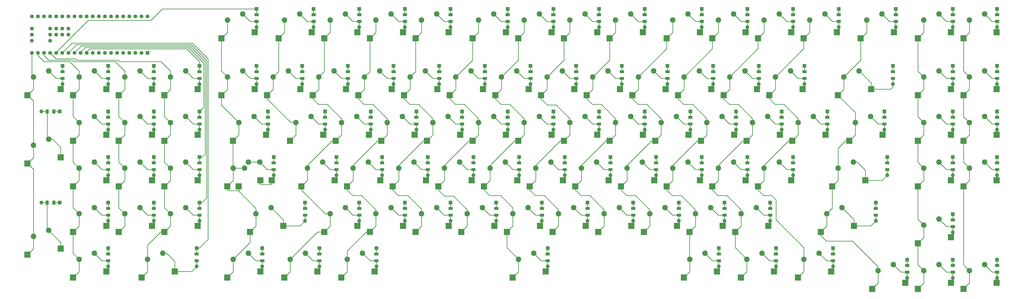
<source format=gbr>
G04 #@! TF.GenerationSoftware,KiCad,Pcbnew,5.1.5+dfsg1-2build2*
G04 #@! TF.CreationDate,2021-04-25T01:13:52+03:00*
G04 #@! TF.ProjectId,mk-ltk-02-pcb,6d6b2d6c-746b-42d3-9032-2d7063622e6b,rev?*
G04 #@! TF.SameCoordinates,Original*
G04 #@! TF.FileFunction,Copper,L2,Bot*
G04 #@! TF.FilePolarity,Positive*
%FSLAX46Y46*%
G04 Gerber Fmt 4.6, Leading zero omitted, Abs format (unit mm)*
G04 Created by KiCad (PCBNEW 5.1.5+dfsg1-2build2) date 2021-04-25 01:13:52*
%MOMM*%
%LPD*%
G04 APERTURE LIST*
%ADD10C,1.600000*%
%ADD11R,1.600000X1.600000*%
%ADD12C,0.100000*%
%ADD13O,1.600000X1.600000*%
%ADD14R,2.550000X2.500000*%
%ADD15C,2.286000*%
%ADD16C,0.250000*%
G04 APERTURE END LIST*
D10*
X69810385Y-96599454D03*
X69810385Y-94059454D03*
X72350385Y-94059454D03*
X74890385Y-94059454D03*
X77430385Y-94059454D03*
X69810385Y-91519454D03*
X72350385Y-91519454D03*
X74890385Y-91519454D03*
X77430385Y-91519454D03*
X110450385Y-86439454D03*
X107910385Y-86439454D03*
X105370385Y-86439454D03*
X102830385Y-86439454D03*
X100290385Y-86439454D03*
X97750385Y-86439454D03*
X95210385Y-86439454D03*
X92670385Y-86439454D03*
X90130385Y-86439454D03*
X87590385Y-86439454D03*
X85050385Y-86439454D03*
X82510385Y-86439454D03*
X79970385Y-86439454D03*
X77430385Y-86439454D03*
X74890385Y-86439454D03*
X72350385Y-86439454D03*
X69810385Y-86439454D03*
X67270385Y-86439454D03*
X64730385Y-86439454D03*
X62190385Y-86439454D03*
X62190385Y-91519454D03*
X62190385Y-94059454D03*
X62190385Y-96599454D03*
X62190385Y-101679454D03*
X64730385Y-101679454D03*
X67270385Y-101679454D03*
X69810385Y-101679454D03*
X72350385Y-101679454D03*
X74890385Y-101679454D03*
X77430385Y-101679454D03*
X79970385Y-101679454D03*
X82510385Y-101679454D03*
D11*
X110450385Y-101679454D03*
D10*
X107910385Y-101679454D03*
X105370385Y-101679454D03*
X102830385Y-101679454D03*
X100290385Y-101679454D03*
X97750385Y-101679454D03*
X95210385Y-101679454D03*
X92670385Y-101679454D03*
X85050385Y-101679454D03*
X87590385Y-101679454D03*
X90130385Y-101679454D03*
G04 #@! TA.AperFunction,SMDPad,CuDef*
D12*
G36*
X465588957Y-189904954D02*
G01*
X465613226Y-189908554D01*
X465637024Y-189914515D01*
X465660124Y-189922780D01*
X465682302Y-189933270D01*
X465703346Y-189945883D01*
X465723051Y-189960497D01*
X465741230Y-189976973D01*
X465757706Y-189995152D01*
X465772320Y-190014857D01*
X465784933Y-190035901D01*
X465795423Y-190058079D01*
X465803688Y-190081179D01*
X465809649Y-190104977D01*
X465813249Y-190129246D01*
X465814453Y-190153750D01*
X465814453Y-190903750D01*
X465813249Y-190928254D01*
X465809649Y-190952523D01*
X465803688Y-190976321D01*
X465795423Y-190999421D01*
X465784933Y-191021599D01*
X465772320Y-191042643D01*
X465757706Y-191062348D01*
X465741230Y-191080527D01*
X465723051Y-191097003D01*
X465703346Y-191111617D01*
X465682302Y-191124230D01*
X465660124Y-191134720D01*
X465637024Y-191142985D01*
X465613226Y-191148946D01*
X465588957Y-191152546D01*
X465564453Y-191153750D01*
X464314453Y-191153750D01*
X464289949Y-191152546D01*
X464265680Y-191148946D01*
X464241882Y-191142985D01*
X464218782Y-191134720D01*
X464196604Y-191124230D01*
X464175560Y-191111617D01*
X464155855Y-191097003D01*
X464137676Y-191080527D01*
X464121200Y-191062348D01*
X464106586Y-191042643D01*
X464093973Y-191021599D01*
X464083483Y-190999421D01*
X464075218Y-190976321D01*
X464069257Y-190952523D01*
X464065657Y-190928254D01*
X464064453Y-190903750D01*
X464064453Y-190153750D01*
X464065657Y-190129246D01*
X464069257Y-190104977D01*
X464075218Y-190081179D01*
X464083483Y-190058079D01*
X464093973Y-190035901D01*
X464106586Y-190014857D01*
X464121200Y-189995152D01*
X464137676Y-189976973D01*
X464155855Y-189960497D01*
X464175560Y-189945883D01*
X464196604Y-189933270D01*
X464218782Y-189922780D01*
X464241882Y-189914515D01*
X464265680Y-189908554D01*
X464289949Y-189904954D01*
X464314453Y-189903750D01*
X465564453Y-189903750D01*
X465588957Y-189904954D01*
G37*
G04 #@! TD.AperFunction*
G04 #@! TA.AperFunction,SMDPad,CuDef*
G36*
X465588957Y-192704954D02*
G01*
X465613226Y-192708554D01*
X465637024Y-192714515D01*
X465660124Y-192722780D01*
X465682302Y-192733270D01*
X465703346Y-192745883D01*
X465723051Y-192760497D01*
X465741230Y-192776973D01*
X465757706Y-192795152D01*
X465772320Y-192814857D01*
X465784933Y-192835901D01*
X465795423Y-192858079D01*
X465803688Y-192881179D01*
X465809649Y-192904977D01*
X465813249Y-192929246D01*
X465814453Y-192953750D01*
X465814453Y-193703750D01*
X465813249Y-193728254D01*
X465809649Y-193752523D01*
X465803688Y-193776321D01*
X465795423Y-193799421D01*
X465784933Y-193821599D01*
X465772320Y-193842643D01*
X465757706Y-193862348D01*
X465741230Y-193880527D01*
X465723051Y-193897003D01*
X465703346Y-193911617D01*
X465682302Y-193924230D01*
X465660124Y-193934720D01*
X465637024Y-193942985D01*
X465613226Y-193948946D01*
X465588957Y-193952546D01*
X465564453Y-193953750D01*
X464314453Y-193953750D01*
X464289949Y-193952546D01*
X464265680Y-193948946D01*
X464241882Y-193942985D01*
X464218782Y-193934720D01*
X464196604Y-193924230D01*
X464175560Y-193911617D01*
X464155855Y-193897003D01*
X464137676Y-193880527D01*
X464121200Y-193862348D01*
X464106586Y-193842643D01*
X464093973Y-193821599D01*
X464083483Y-193799421D01*
X464075218Y-193776321D01*
X464069257Y-193752523D01*
X464065657Y-193728254D01*
X464064453Y-193703750D01*
X464064453Y-192953750D01*
X464065657Y-192929246D01*
X464069257Y-192904977D01*
X464075218Y-192881179D01*
X464083483Y-192858079D01*
X464093973Y-192835901D01*
X464106586Y-192814857D01*
X464121200Y-192795152D01*
X464137676Y-192776973D01*
X464155855Y-192760497D01*
X464175560Y-192745883D01*
X464196604Y-192733270D01*
X464218782Y-192722780D01*
X464241882Y-192714515D01*
X464265680Y-192708554D01*
X464289949Y-192704954D01*
X464314453Y-192703750D01*
X465564453Y-192703750D01*
X465588957Y-192704954D01*
G37*
G04 #@! TD.AperFunction*
D13*
X464939453Y-195738750D03*
D11*
X464939453Y-188118750D03*
G04 #@! TA.AperFunction,SMDPad,CuDef*
D12*
G36*
X465588957Y-147042454D02*
G01*
X465613226Y-147046054D01*
X465637024Y-147052015D01*
X465660124Y-147060280D01*
X465682302Y-147070770D01*
X465703346Y-147083383D01*
X465723051Y-147097997D01*
X465741230Y-147114473D01*
X465757706Y-147132652D01*
X465772320Y-147152357D01*
X465784933Y-147173401D01*
X465795423Y-147195579D01*
X465803688Y-147218679D01*
X465809649Y-147242477D01*
X465813249Y-147266746D01*
X465814453Y-147291250D01*
X465814453Y-148041250D01*
X465813249Y-148065754D01*
X465809649Y-148090023D01*
X465803688Y-148113821D01*
X465795423Y-148136921D01*
X465784933Y-148159099D01*
X465772320Y-148180143D01*
X465757706Y-148199848D01*
X465741230Y-148218027D01*
X465723051Y-148234503D01*
X465703346Y-148249117D01*
X465682302Y-148261730D01*
X465660124Y-148272220D01*
X465637024Y-148280485D01*
X465613226Y-148286446D01*
X465588957Y-148290046D01*
X465564453Y-148291250D01*
X464314453Y-148291250D01*
X464289949Y-148290046D01*
X464265680Y-148286446D01*
X464241882Y-148280485D01*
X464218782Y-148272220D01*
X464196604Y-148261730D01*
X464175560Y-148249117D01*
X464155855Y-148234503D01*
X464137676Y-148218027D01*
X464121200Y-148199848D01*
X464106586Y-148180143D01*
X464093973Y-148159099D01*
X464083483Y-148136921D01*
X464075218Y-148113821D01*
X464069257Y-148090023D01*
X464065657Y-148065754D01*
X464064453Y-148041250D01*
X464064453Y-147291250D01*
X464065657Y-147266746D01*
X464069257Y-147242477D01*
X464075218Y-147218679D01*
X464083483Y-147195579D01*
X464093973Y-147173401D01*
X464106586Y-147152357D01*
X464121200Y-147132652D01*
X464137676Y-147114473D01*
X464155855Y-147097997D01*
X464175560Y-147083383D01*
X464196604Y-147070770D01*
X464218782Y-147060280D01*
X464241882Y-147052015D01*
X464265680Y-147046054D01*
X464289949Y-147042454D01*
X464314453Y-147041250D01*
X465564453Y-147041250D01*
X465588957Y-147042454D01*
G37*
G04 #@! TD.AperFunction*
G04 #@! TA.AperFunction,SMDPad,CuDef*
G36*
X465588957Y-149842454D02*
G01*
X465613226Y-149846054D01*
X465637024Y-149852015D01*
X465660124Y-149860280D01*
X465682302Y-149870770D01*
X465703346Y-149883383D01*
X465723051Y-149897997D01*
X465741230Y-149914473D01*
X465757706Y-149932652D01*
X465772320Y-149952357D01*
X465784933Y-149973401D01*
X465795423Y-149995579D01*
X465803688Y-150018679D01*
X465809649Y-150042477D01*
X465813249Y-150066746D01*
X465814453Y-150091250D01*
X465814453Y-150841250D01*
X465813249Y-150865754D01*
X465809649Y-150890023D01*
X465803688Y-150913821D01*
X465795423Y-150936921D01*
X465784933Y-150959099D01*
X465772320Y-150980143D01*
X465757706Y-150999848D01*
X465741230Y-151018027D01*
X465723051Y-151034503D01*
X465703346Y-151049117D01*
X465682302Y-151061730D01*
X465660124Y-151072220D01*
X465637024Y-151080485D01*
X465613226Y-151086446D01*
X465588957Y-151090046D01*
X465564453Y-151091250D01*
X464314453Y-151091250D01*
X464289949Y-151090046D01*
X464265680Y-151086446D01*
X464241882Y-151080485D01*
X464218782Y-151072220D01*
X464196604Y-151061730D01*
X464175560Y-151049117D01*
X464155855Y-151034503D01*
X464137676Y-151018027D01*
X464121200Y-150999848D01*
X464106586Y-150980143D01*
X464093973Y-150959099D01*
X464083483Y-150936921D01*
X464075218Y-150913821D01*
X464069257Y-150890023D01*
X464065657Y-150865754D01*
X464064453Y-150841250D01*
X464064453Y-150091250D01*
X464065657Y-150066746D01*
X464069257Y-150042477D01*
X464075218Y-150018679D01*
X464083483Y-149995579D01*
X464093973Y-149973401D01*
X464106586Y-149952357D01*
X464121200Y-149932652D01*
X464137676Y-149914473D01*
X464155855Y-149897997D01*
X464175560Y-149883383D01*
X464196604Y-149870770D01*
X464218782Y-149860280D01*
X464241882Y-149852015D01*
X464265680Y-149846054D01*
X464289949Y-149842454D01*
X464314453Y-149841250D01*
X465564453Y-149841250D01*
X465588957Y-149842454D01*
G37*
G04 #@! TD.AperFunction*
D13*
X464939453Y-152876250D03*
D11*
X464939453Y-145256250D03*
G04 #@! TA.AperFunction,SMDPad,CuDef*
D12*
G36*
X465588957Y-127992454D02*
G01*
X465613226Y-127996054D01*
X465637024Y-128002015D01*
X465660124Y-128010280D01*
X465682302Y-128020770D01*
X465703346Y-128033383D01*
X465723051Y-128047997D01*
X465741230Y-128064473D01*
X465757706Y-128082652D01*
X465772320Y-128102357D01*
X465784933Y-128123401D01*
X465795423Y-128145579D01*
X465803688Y-128168679D01*
X465809649Y-128192477D01*
X465813249Y-128216746D01*
X465814453Y-128241250D01*
X465814453Y-128991250D01*
X465813249Y-129015754D01*
X465809649Y-129040023D01*
X465803688Y-129063821D01*
X465795423Y-129086921D01*
X465784933Y-129109099D01*
X465772320Y-129130143D01*
X465757706Y-129149848D01*
X465741230Y-129168027D01*
X465723051Y-129184503D01*
X465703346Y-129199117D01*
X465682302Y-129211730D01*
X465660124Y-129222220D01*
X465637024Y-129230485D01*
X465613226Y-129236446D01*
X465588957Y-129240046D01*
X465564453Y-129241250D01*
X464314453Y-129241250D01*
X464289949Y-129240046D01*
X464265680Y-129236446D01*
X464241882Y-129230485D01*
X464218782Y-129222220D01*
X464196604Y-129211730D01*
X464175560Y-129199117D01*
X464155855Y-129184503D01*
X464137676Y-129168027D01*
X464121200Y-129149848D01*
X464106586Y-129130143D01*
X464093973Y-129109099D01*
X464083483Y-129086921D01*
X464075218Y-129063821D01*
X464069257Y-129040023D01*
X464065657Y-129015754D01*
X464064453Y-128991250D01*
X464064453Y-128241250D01*
X464065657Y-128216746D01*
X464069257Y-128192477D01*
X464075218Y-128168679D01*
X464083483Y-128145579D01*
X464093973Y-128123401D01*
X464106586Y-128102357D01*
X464121200Y-128082652D01*
X464137676Y-128064473D01*
X464155855Y-128047997D01*
X464175560Y-128033383D01*
X464196604Y-128020770D01*
X464218782Y-128010280D01*
X464241882Y-128002015D01*
X464265680Y-127996054D01*
X464289949Y-127992454D01*
X464314453Y-127991250D01*
X465564453Y-127991250D01*
X465588957Y-127992454D01*
G37*
G04 #@! TD.AperFunction*
G04 #@! TA.AperFunction,SMDPad,CuDef*
G36*
X465588957Y-130792454D02*
G01*
X465613226Y-130796054D01*
X465637024Y-130802015D01*
X465660124Y-130810280D01*
X465682302Y-130820770D01*
X465703346Y-130833383D01*
X465723051Y-130847997D01*
X465741230Y-130864473D01*
X465757706Y-130882652D01*
X465772320Y-130902357D01*
X465784933Y-130923401D01*
X465795423Y-130945579D01*
X465803688Y-130968679D01*
X465809649Y-130992477D01*
X465813249Y-131016746D01*
X465814453Y-131041250D01*
X465814453Y-131791250D01*
X465813249Y-131815754D01*
X465809649Y-131840023D01*
X465803688Y-131863821D01*
X465795423Y-131886921D01*
X465784933Y-131909099D01*
X465772320Y-131930143D01*
X465757706Y-131949848D01*
X465741230Y-131968027D01*
X465723051Y-131984503D01*
X465703346Y-131999117D01*
X465682302Y-132011730D01*
X465660124Y-132022220D01*
X465637024Y-132030485D01*
X465613226Y-132036446D01*
X465588957Y-132040046D01*
X465564453Y-132041250D01*
X464314453Y-132041250D01*
X464289949Y-132040046D01*
X464265680Y-132036446D01*
X464241882Y-132030485D01*
X464218782Y-132022220D01*
X464196604Y-132011730D01*
X464175560Y-131999117D01*
X464155855Y-131984503D01*
X464137676Y-131968027D01*
X464121200Y-131949848D01*
X464106586Y-131930143D01*
X464093973Y-131909099D01*
X464083483Y-131886921D01*
X464075218Y-131863821D01*
X464069257Y-131840023D01*
X464065657Y-131815754D01*
X464064453Y-131791250D01*
X464064453Y-131041250D01*
X464065657Y-131016746D01*
X464069257Y-130992477D01*
X464075218Y-130968679D01*
X464083483Y-130945579D01*
X464093973Y-130923401D01*
X464106586Y-130902357D01*
X464121200Y-130882652D01*
X464137676Y-130864473D01*
X464155855Y-130847997D01*
X464175560Y-130833383D01*
X464196604Y-130820770D01*
X464218782Y-130810280D01*
X464241882Y-130802015D01*
X464265680Y-130796054D01*
X464289949Y-130792454D01*
X464314453Y-130791250D01*
X465564453Y-130791250D01*
X465588957Y-130792454D01*
G37*
G04 #@! TD.AperFunction*
D13*
X464939453Y-133826250D03*
D11*
X464939453Y-126206250D03*
G04 #@! TA.AperFunction,SMDPad,CuDef*
D12*
G36*
X465588957Y-108942454D02*
G01*
X465613226Y-108946054D01*
X465637024Y-108952015D01*
X465660124Y-108960280D01*
X465682302Y-108970770D01*
X465703346Y-108983383D01*
X465723051Y-108997997D01*
X465741230Y-109014473D01*
X465757706Y-109032652D01*
X465772320Y-109052357D01*
X465784933Y-109073401D01*
X465795423Y-109095579D01*
X465803688Y-109118679D01*
X465809649Y-109142477D01*
X465813249Y-109166746D01*
X465814453Y-109191250D01*
X465814453Y-109941250D01*
X465813249Y-109965754D01*
X465809649Y-109990023D01*
X465803688Y-110013821D01*
X465795423Y-110036921D01*
X465784933Y-110059099D01*
X465772320Y-110080143D01*
X465757706Y-110099848D01*
X465741230Y-110118027D01*
X465723051Y-110134503D01*
X465703346Y-110149117D01*
X465682302Y-110161730D01*
X465660124Y-110172220D01*
X465637024Y-110180485D01*
X465613226Y-110186446D01*
X465588957Y-110190046D01*
X465564453Y-110191250D01*
X464314453Y-110191250D01*
X464289949Y-110190046D01*
X464265680Y-110186446D01*
X464241882Y-110180485D01*
X464218782Y-110172220D01*
X464196604Y-110161730D01*
X464175560Y-110149117D01*
X464155855Y-110134503D01*
X464137676Y-110118027D01*
X464121200Y-110099848D01*
X464106586Y-110080143D01*
X464093973Y-110059099D01*
X464083483Y-110036921D01*
X464075218Y-110013821D01*
X464069257Y-109990023D01*
X464065657Y-109965754D01*
X464064453Y-109941250D01*
X464064453Y-109191250D01*
X464065657Y-109166746D01*
X464069257Y-109142477D01*
X464075218Y-109118679D01*
X464083483Y-109095579D01*
X464093973Y-109073401D01*
X464106586Y-109052357D01*
X464121200Y-109032652D01*
X464137676Y-109014473D01*
X464155855Y-108997997D01*
X464175560Y-108983383D01*
X464196604Y-108970770D01*
X464218782Y-108960280D01*
X464241882Y-108952015D01*
X464265680Y-108946054D01*
X464289949Y-108942454D01*
X464314453Y-108941250D01*
X465564453Y-108941250D01*
X465588957Y-108942454D01*
G37*
G04 #@! TD.AperFunction*
G04 #@! TA.AperFunction,SMDPad,CuDef*
G36*
X465588957Y-111742454D02*
G01*
X465613226Y-111746054D01*
X465637024Y-111752015D01*
X465660124Y-111760280D01*
X465682302Y-111770770D01*
X465703346Y-111783383D01*
X465723051Y-111797997D01*
X465741230Y-111814473D01*
X465757706Y-111832652D01*
X465772320Y-111852357D01*
X465784933Y-111873401D01*
X465795423Y-111895579D01*
X465803688Y-111918679D01*
X465809649Y-111942477D01*
X465813249Y-111966746D01*
X465814453Y-111991250D01*
X465814453Y-112741250D01*
X465813249Y-112765754D01*
X465809649Y-112790023D01*
X465803688Y-112813821D01*
X465795423Y-112836921D01*
X465784933Y-112859099D01*
X465772320Y-112880143D01*
X465757706Y-112899848D01*
X465741230Y-112918027D01*
X465723051Y-112934503D01*
X465703346Y-112949117D01*
X465682302Y-112961730D01*
X465660124Y-112972220D01*
X465637024Y-112980485D01*
X465613226Y-112986446D01*
X465588957Y-112990046D01*
X465564453Y-112991250D01*
X464314453Y-112991250D01*
X464289949Y-112990046D01*
X464265680Y-112986446D01*
X464241882Y-112980485D01*
X464218782Y-112972220D01*
X464196604Y-112961730D01*
X464175560Y-112949117D01*
X464155855Y-112934503D01*
X464137676Y-112918027D01*
X464121200Y-112899848D01*
X464106586Y-112880143D01*
X464093973Y-112859099D01*
X464083483Y-112836921D01*
X464075218Y-112813821D01*
X464069257Y-112790023D01*
X464065657Y-112765754D01*
X464064453Y-112741250D01*
X464064453Y-111991250D01*
X464065657Y-111966746D01*
X464069257Y-111942477D01*
X464075218Y-111918679D01*
X464083483Y-111895579D01*
X464093973Y-111873401D01*
X464106586Y-111852357D01*
X464121200Y-111832652D01*
X464137676Y-111814473D01*
X464155855Y-111797997D01*
X464175560Y-111783383D01*
X464196604Y-111770770D01*
X464218782Y-111760280D01*
X464241882Y-111752015D01*
X464265680Y-111746054D01*
X464289949Y-111742454D01*
X464314453Y-111741250D01*
X465564453Y-111741250D01*
X465588957Y-111742454D01*
G37*
G04 #@! TD.AperFunction*
D13*
X464939453Y-114776250D03*
D11*
X464939453Y-107156250D03*
G04 #@! TA.AperFunction,SMDPad,CuDef*
D12*
G36*
X465588957Y-85129954D02*
G01*
X465613226Y-85133554D01*
X465637024Y-85139515D01*
X465660124Y-85147780D01*
X465682302Y-85158270D01*
X465703346Y-85170883D01*
X465723051Y-85185497D01*
X465741230Y-85201973D01*
X465757706Y-85220152D01*
X465772320Y-85239857D01*
X465784933Y-85260901D01*
X465795423Y-85283079D01*
X465803688Y-85306179D01*
X465809649Y-85329977D01*
X465813249Y-85354246D01*
X465814453Y-85378750D01*
X465814453Y-86128750D01*
X465813249Y-86153254D01*
X465809649Y-86177523D01*
X465803688Y-86201321D01*
X465795423Y-86224421D01*
X465784933Y-86246599D01*
X465772320Y-86267643D01*
X465757706Y-86287348D01*
X465741230Y-86305527D01*
X465723051Y-86322003D01*
X465703346Y-86336617D01*
X465682302Y-86349230D01*
X465660124Y-86359720D01*
X465637024Y-86367985D01*
X465613226Y-86373946D01*
X465588957Y-86377546D01*
X465564453Y-86378750D01*
X464314453Y-86378750D01*
X464289949Y-86377546D01*
X464265680Y-86373946D01*
X464241882Y-86367985D01*
X464218782Y-86359720D01*
X464196604Y-86349230D01*
X464175560Y-86336617D01*
X464155855Y-86322003D01*
X464137676Y-86305527D01*
X464121200Y-86287348D01*
X464106586Y-86267643D01*
X464093973Y-86246599D01*
X464083483Y-86224421D01*
X464075218Y-86201321D01*
X464069257Y-86177523D01*
X464065657Y-86153254D01*
X464064453Y-86128750D01*
X464064453Y-85378750D01*
X464065657Y-85354246D01*
X464069257Y-85329977D01*
X464075218Y-85306179D01*
X464083483Y-85283079D01*
X464093973Y-85260901D01*
X464106586Y-85239857D01*
X464121200Y-85220152D01*
X464137676Y-85201973D01*
X464155855Y-85185497D01*
X464175560Y-85170883D01*
X464196604Y-85158270D01*
X464218782Y-85147780D01*
X464241882Y-85139515D01*
X464265680Y-85133554D01*
X464289949Y-85129954D01*
X464314453Y-85128750D01*
X465564453Y-85128750D01*
X465588957Y-85129954D01*
G37*
G04 #@! TD.AperFunction*
G04 #@! TA.AperFunction,SMDPad,CuDef*
G36*
X465588957Y-87929954D02*
G01*
X465613226Y-87933554D01*
X465637024Y-87939515D01*
X465660124Y-87947780D01*
X465682302Y-87958270D01*
X465703346Y-87970883D01*
X465723051Y-87985497D01*
X465741230Y-88001973D01*
X465757706Y-88020152D01*
X465772320Y-88039857D01*
X465784933Y-88060901D01*
X465795423Y-88083079D01*
X465803688Y-88106179D01*
X465809649Y-88129977D01*
X465813249Y-88154246D01*
X465814453Y-88178750D01*
X465814453Y-88928750D01*
X465813249Y-88953254D01*
X465809649Y-88977523D01*
X465803688Y-89001321D01*
X465795423Y-89024421D01*
X465784933Y-89046599D01*
X465772320Y-89067643D01*
X465757706Y-89087348D01*
X465741230Y-89105527D01*
X465723051Y-89122003D01*
X465703346Y-89136617D01*
X465682302Y-89149230D01*
X465660124Y-89159720D01*
X465637024Y-89167985D01*
X465613226Y-89173946D01*
X465588957Y-89177546D01*
X465564453Y-89178750D01*
X464314453Y-89178750D01*
X464289949Y-89177546D01*
X464265680Y-89173946D01*
X464241882Y-89167985D01*
X464218782Y-89159720D01*
X464196604Y-89149230D01*
X464175560Y-89136617D01*
X464155855Y-89122003D01*
X464137676Y-89105527D01*
X464121200Y-89087348D01*
X464106586Y-89067643D01*
X464093973Y-89046599D01*
X464083483Y-89024421D01*
X464075218Y-89001321D01*
X464069257Y-88977523D01*
X464065657Y-88953254D01*
X464064453Y-88928750D01*
X464064453Y-88178750D01*
X464065657Y-88154246D01*
X464069257Y-88129977D01*
X464075218Y-88106179D01*
X464083483Y-88083079D01*
X464093973Y-88060901D01*
X464106586Y-88039857D01*
X464121200Y-88020152D01*
X464137676Y-88001973D01*
X464155855Y-87985497D01*
X464175560Y-87970883D01*
X464196604Y-87958270D01*
X464218782Y-87947780D01*
X464241882Y-87939515D01*
X464265680Y-87933554D01*
X464289949Y-87929954D01*
X464314453Y-87928750D01*
X465564453Y-87928750D01*
X465588957Y-87929954D01*
G37*
G04 #@! TD.AperFunction*
D13*
X464939453Y-90963750D03*
D11*
X464939453Y-83343750D03*
G04 #@! TA.AperFunction,SMDPad,CuDef*
D12*
G36*
X447133879Y-189904954D02*
G01*
X447158148Y-189908554D01*
X447181946Y-189914515D01*
X447205046Y-189922780D01*
X447227224Y-189933270D01*
X447248268Y-189945883D01*
X447267973Y-189960497D01*
X447286152Y-189976973D01*
X447302628Y-189995152D01*
X447317242Y-190014857D01*
X447329855Y-190035901D01*
X447340345Y-190058079D01*
X447348610Y-190081179D01*
X447354571Y-190104977D01*
X447358171Y-190129246D01*
X447359375Y-190153750D01*
X447359375Y-190903750D01*
X447358171Y-190928254D01*
X447354571Y-190952523D01*
X447348610Y-190976321D01*
X447340345Y-190999421D01*
X447329855Y-191021599D01*
X447317242Y-191042643D01*
X447302628Y-191062348D01*
X447286152Y-191080527D01*
X447267973Y-191097003D01*
X447248268Y-191111617D01*
X447227224Y-191124230D01*
X447205046Y-191134720D01*
X447181946Y-191142985D01*
X447158148Y-191148946D01*
X447133879Y-191152546D01*
X447109375Y-191153750D01*
X445859375Y-191153750D01*
X445834871Y-191152546D01*
X445810602Y-191148946D01*
X445786804Y-191142985D01*
X445763704Y-191134720D01*
X445741526Y-191124230D01*
X445720482Y-191111617D01*
X445700777Y-191097003D01*
X445682598Y-191080527D01*
X445666122Y-191062348D01*
X445651508Y-191042643D01*
X445638895Y-191021599D01*
X445628405Y-190999421D01*
X445620140Y-190976321D01*
X445614179Y-190952523D01*
X445610579Y-190928254D01*
X445609375Y-190903750D01*
X445609375Y-190153750D01*
X445610579Y-190129246D01*
X445614179Y-190104977D01*
X445620140Y-190081179D01*
X445628405Y-190058079D01*
X445638895Y-190035901D01*
X445651508Y-190014857D01*
X445666122Y-189995152D01*
X445682598Y-189976973D01*
X445700777Y-189960497D01*
X445720482Y-189945883D01*
X445741526Y-189933270D01*
X445763704Y-189922780D01*
X445786804Y-189914515D01*
X445810602Y-189908554D01*
X445834871Y-189904954D01*
X445859375Y-189903750D01*
X447109375Y-189903750D01*
X447133879Y-189904954D01*
G37*
G04 #@! TD.AperFunction*
G04 #@! TA.AperFunction,SMDPad,CuDef*
G36*
X447133879Y-192704954D02*
G01*
X447158148Y-192708554D01*
X447181946Y-192714515D01*
X447205046Y-192722780D01*
X447227224Y-192733270D01*
X447248268Y-192745883D01*
X447267973Y-192760497D01*
X447286152Y-192776973D01*
X447302628Y-192795152D01*
X447317242Y-192814857D01*
X447329855Y-192835901D01*
X447340345Y-192858079D01*
X447348610Y-192881179D01*
X447354571Y-192904977D01*
X447358171Y-192929246D01*
X447359375Y-192953750D01*
X447359375Y-193703750D01*
X447358171Y-193728254D01*
X447354571Y-193752523D01*
X447348610Y-193776321D01*
X447340345Y-193799421D01*
X447329855Y-193821599D01*
X447317242Y-193842643D01*
X447302628Y-193862348D01*
X447286152Y-193880527D01*
X447267973Y-193897003D01*
X447248268Y-193911617D01*
X447227224Y-193924230D01*
X447205046Y-193934720D01*
X447181946Y-193942985D01*
X447158148Y-193948946D01*
X447133879Y-193952546D01*
X447109375Y-193953750D01*
X445859375Y-193953750D01*
X445834871Y-193952546D01*
X445810602Y-193948946D01*
X445786804Y-193942985D01*
X445763704Y-193934720D01*
X445741526Y-193924230D01*
X445720482Y-193911617D01*
X445700777Y-193897003D01*
X445682598Y-193880527D01*
X445666122Y-193862348D01*
X445651508Y-193842643D01*
X445638895Y-193821599D01*
X445628405Y-193799421D01*
X445620140Y-193776321D01*
X445614179Y-193752523D01*
X445610579Y-193728254D01*
X445609375Y-193703750D01*
X445609375Y-192953750D01*
X445610579Y-192929246D01*
X445614179Y-192904977D01*
X445620140Y-192881179D01*
X445628405Y-192858079D01*
X445638895Y-192835901D01*
X445651508Y-192814857D01*
X445666122Y-192795152D01*
X445682598Y-192776973D01*
X445700777Y-192760497D01*
X445720482Y-192745883D01*
X445741526Y-192733270D01*
X445763704Y-192722780D01*
X445786804Y-192714515D01*
X445810602Y-192708554D01*
X445834871Y-192704954D01*
X445859375Y-192703750D01*
X447109375Y-192703750D01*
X447133879Y-192704954D01*
G37*
G04 #@! TD.AperFunction*
D13*
X446484375Y-195738750D03*
D11*
X446484375Y-188118750D03*
G04 #@! TA.AperFunction,SMDPad,CuDef*
D12*
G36*
X447133879Y-170854954D02*
G01*
X447158148Y-170858554D01*
X447181946Y-170864515D01*
X447205046Y-170872780D01*
X447227224Y-170883270D01*
X447248268Y-170895883D01*
X447267973Y-170910497D01*
X447286152Y-170926973D01*
X447302628Y-170945152D01*
X447317242Y-170964857D01*
X447329855Y-170985901D01*
X447340345Y-171008079D01*
X447348610Y-171031179D01*
X447354571Y-171054977D01*
X447358171Y-171079246D01*
X447359375Y-171103750D01*
X447359375Y-171853750D01*
X447358171Y-171878254D01*
X447354571Y-171902523D01*
X447348610Y-171926321D01*
X447340345Y-171949421D01*
X447329855Y-171971599D01*
X447317242Y-171992643D01*
X447302628Y-172012348D01*
X447286152Y-172030527D01*
X447267973Y-172047003D01*
X447248268Y-172061617D01*
X447227224Y-172074230D01*
X447205046Y-172084720D01*
X447181946Y-172092985D01*
X447158148Y-172098946D01*
X447133879Y-172102546D01*
X447109375Y-172103750D01*
X445859375Y-172103750D01*
X445834871Y-172102546D01*
X445810602Y-172098946D01*
X445786804Y-172092985D01*
X445763704Y-172084720D01*
X445741526Y-172074230D01*
X445720482Y-172061617D01*
X445700777Y-172047003D01*
X445682598Y-172030527D01*
X445666122Y-172012348D01*
X445651508Y-171992643D01*
X445638895Y-171971599D01*
X445628405Y-171949421D01*
X445620140Y-171926321D01*
X445614179Y-171902523D01*
X445610579Y-171878254D01*
X445609375Y-171853750D01*
X445609375Y-171103750D01*
X445610579Y-171079246D01*
X445614179Y-171054977D01*
X445620140Y-171031179D01*
X445628405Y-171008079D01*
X445638895Y-170985901D01*
X445651508Y-170964857D01*
X445666122Y-170945152D01*
X445682598Y-170926973D01*
X445700777Y-170910497D01*
X445720482Y-170895883D01*
X445741526Y-170883270D01*
X445763704Y-170872780D01*
X445786804Y-170864515D01*
X445810602Y-170858554D01*
X445834871Y-170854954D01*
X445859375Y-170853750D01*
X447109375Y-170853750D01*
X447133879Y-170854954D01*
G37*
G04 #@! TD.AperFunction*
G04 #@! TA.AperFunction,SMDPad,CuDef*
G36*
X447133879Y-173654954D02*
G01*
X447158148Y-173658554D01*
X447181946Y-173664515D01*
X447205046Y-173672780D01*
X447227224Y-173683270D01*
X447248268Y-173695883D01*
X447267973Y-173710497D01*
X447286152Y-173726973D01*
X447302628Y-173745152D01*
X447317242Y-173764857D01*
X447329855Y-173785901D01*
X447340345Y-173808079D01*
X447348610Y-173831179D01*
X447354571Y-173854977D01*
X447358171Y-173879246D01*
X447359375Y-173903750D01*
X447359375Y-174653750D01*
X447358171Y-174678254D01*
X447354571Y-174702523D01*
X447348610Y-174726321D01*
X447340345Y-174749421D01*
X447329855Y-174771599D01*
X447317242Y-174792643D01*
X447302628Y-174812348D01*
X447286152Y-174830527D01*
X447267973Y-174847003D01*
X447248268Y-174861617D01*
X447227224Y-174874230D01*
X447205046Y-174884720D01*
X447181946Y-174892985D01*
X447158148Y-174898946D01*
X447133879Y-174902546D01*
X447109375Y-174903750D01*
X445859375Y-174903750D01*
X445834871Y-174902546D01*
X445810602Y-174898946D01*
X445786804Y-174892985D01*
X445763704Y-174884720D01*
X445741526Y-174874230D01*
X445720482Y-174861617D01*
X445700777Y-174847003D01*
X445682598Y-174830527D01*
X445666122Y-174812348D01*
X445651508Y-174792643D01*
X445638895Y-174771599D01*
X445628405Y-174749421D01*
X445620140Y-174726321D01*
X445614179Y-174702523D01*
X445610579Y-174678254D01*
X445609375Y-174653750D01*
X445609375Y-173903750D01*
X445610579Y-173879246D01*
X445614179Y-173854977D01*
X445620140Y-173831179D01*
X445628405Y-173808079D01*
X445638895Y-173785901D01*
X445651508Y-173764857D01*
X445666122Y-173745152D01*
X445682598Y-173726973D01*
X445700777Y-173710497D01*
X445720482Y-173695883D01*
X445741526Y-173683270D01*
X445763704Y-173672780D01*
X445786804Y-173664515D01*
X445810602Y-173658554D01*
X445834871Y-173654954D01*
X445859375Y-173653750D01*
X447109375Y-173653750D01*
X447133879Y-173654954D01*
G37*
G04 #@! TD.AperFunction*
D13*
X446484375Y-176688750D03*
D11*
X446484375Y-169068750D03*
G04 #@! TA.AperFunction,SMDPad,CuDef*
D12*
G36*
X447133879Y-147042454D02*
G01*
X447158148Y-147046054D01*
X447181946Y-147052015D01*
X447205046Y-147060280D01*
X447227224Y-147070770D01*
X447248268Y-147083383D01*
X447267973Y-147097997D01*
X447286152Y-147114473D01*
X447302628Y-147132652D01*
X447317242Y-147152357D01*
X447329855Y-147173401D01*
X447340345Y-147195579D01*
X447348610Y-147218679D01*
X447354571Y-147242477D01*
X447358171Y-147266746D01*
X447359375Y-147291250D01*
X447359375Y-148041250D01*
X447358171Y-148065754D01*
X447354571Y-148090023D01*
X447348610Y-148113821D01*
X447340345Y-148136921D01*
X447329855Y-148159099D01*
X447317242Y-148180143D01*
X447302628Y-148199848D01*
X447286152Y-148218027D01*
X447267973Y-148234503D01*
X447248268Y-148249117D01*
X447227224Y-148261730D01*
X447205046Y-148272220D01*
X447181946Y-148280485D01*
X447158148Y-148286446D01*
X447133879Y-148290046D01*
X447109375Y-148291250D01*
X445859375Y-148291250D01*
X445834871Y-148290046D01*
X445810602Y-148286446D01*
X445786804Y-148280485D01*
X445763704Y-148272220D01*
X445741526Y-148261730D01*
X445720482Y-148249117D01*
X445700777Y-148234503D01*
X445682598Y-148218027D01*
X445666122Y-148199848D01*
X445651508Y-148180143D01*
X445638895Y-148159099D01*
X445628405Y-148136921D01*
X445620140Y-148113821D01*
X445614179Y-148090023D01*
X445610579Y-148065754D01*
X445609375Y-148041250D01*
X445609375Y-147291250D01*
X445610579Y-147266746D01*
X445614179Y-147242477D01*
X445620140Y-147218679D01*
X445628405Y-147195579D01*
X445638895Y-147173401D01*
X445651508Y-147152357D01*
X445666122Y-147132652D01*
X445682598Y-147114473D01*
X445700777Y-147097997D01*
X445720482Y-147083383D01*
X445741526Y-147070770D01*
X445763704Y-147060280D01*
X445786804Y-147052015D01*
X445810602Y-147046054D01*
X445834871Y-147042454D01*
X445859375Y-147041250D01*
X447109375Y-147041250D01*
X447133879Y-147042454D01*
G37*
G04 #@! TD.AperFunction*
G04 #@! TA.AperFunction,SMDPad,CuDef*
G36*
X447133879Y-149842454D02*
G01*
X447158148Y-149846054D01*
X447181946Y-149852015D01*
X447205046Y-149860280D01*
X447227224Y-149870770D01*
X447248268Y-149883383D01*
X447267973Y-149897997D01*
X447286152Y-149914473D01*
X447302628Y-149932652D01*
X447317242Y-149952357D01*
X447329855Y-149973401D01*
X447340345Y-149995579D01*
X447348610Y-150018679D01*
X447354571Y-150042477D01*
X447358171Y-150066746D01*
X447359375Y-150091250D01*
X447359375Y-150841250D01*
X447358171Y-150865754D01*
X447354571Y-150890023D01*
X447348610Y-150913821D01*
X447340345Y-150936921D01*
X447329855Y-150959099D01*
X447317242Y-150980143D01*
X447302628Y-150999848D01*
X447286152Y-151018027D01*
X447267973Y-151034503D01*
X447248268Y-151049117D01*
X447227224Y-151061730D01*
X447205046Y-151072220D01*
X447181946Y-151080485D01*
X447158148Y-151086446D01*
X447133879Y-151090046D01*
X447109375Y-151091250D01*
X445859375Y-151091250D01*
X445834871Y-151090046D01*
X445810602Y-151086446D01*
X445786804Y-151080485D01*
X445763704Y-151072220D01*
X445741526Y-151061730D01*
X445720482Y-151049117D01*
X445700777Y-151034503D01*
X445682598Y-151018027D01*
X445666122Y-150999848D01*
X445651508Y-150980143D01*
X445638895Y-150959099D01*
X445628405Y-150936921D01*
X445620140Y-150913821D01*
X445614179Y-150890023D01*
X445610579Y-150865754D01*
X445609375Y-150841250D01*
X445609375Y-150091250D01*
X445610579Y-150066746D01*
X445614179Y-150042477D01*
X445620140Y-150018679D01*
X445628405Y-149995579D01*
X445638895Y-149973401D01*
X445651508Y-149952357D01*
X445666122Y-149932652D01*
X445682598Y-149914473D01*
X445700777Y-149897997D01*
X445720482Y-149883383D01*
X445741526Y-149870770D01*
X445763704Y-149860280D01*
X445786804Y-149852015D01*
X445810602Y-149846054D01*
X445834871Y-149842454D01*
X445859375Y-149841250D01*
X447109375Y-149841250D01*
X447133879Y-149842454D01*
G37*
G04 #@! TD.AperFunction*
D13*
X446484375Y-152876250D03*
D11*
X446484375Y-145256250D03*
G04 #@! TA.AperFunction,SMDPad,CuDef*
D12*
G36*
X447133879Y-127992454D02*
G01*
X447158148Y-127996054D01*
X447181946Y-128002015D01*
X447205046Y-128010280D01*
X447227224Y-128020770D01*
X447248268Y-128033383D01*
X447267973Y-128047997D01*
X447286152Y-128064473D01*
X447302628Y-128082652D01*
X447317242Y-128102357D01*
X447329855Y-128123401D01*
X447340345Y-128145579D01*
X447348610Y-128168679D01*
X447354571Y-128192477D01*
X447358171Y-128216746D01*
X447359375Y-128241250D01*
X447359375Y-128991250D01*
X447358171Y-129015754D01*
X447354571Y-129040023D01*
X447348610Y-129063821D01*
X447340345Y-129086921D01*
X447329855Y-129109099D01*
X447317242Y-129130143D01*
X447302628Y-129149848D01*
X447286152Y-129168027D01*
X447267973Y-129184503D01*
X447248268Y-129199117D01*
X447227224Y-129211730D01*
X447205046Y-129222220D01*
X447181946Y-129230485D01*
X447158148Y-129236446D01*
X447133879Y-129240046D01*
X447109375Y-129241250D01*
X445859375Y-129241250D01*
X445834871Y-129240046D01*
X445810602Y-129236446D01*
X445786804Y-129230485D01*
X445763704Y-129222220D01*
X445741526Y-129211730D01*
X445720482Y-129199117D01*
X445700777Y-129184503D01*
X445682598Y-129168027D01*
X445666122Y-129149848D01*
X445651508Y-129130143D01*
X445638895Y-129109099D01*
X445628405Y-129086921D01*
X445620140Y-129063821D01*
X445614179Y-129040023D01*
X445610579Y-129015754D01*
X445609375Y-128991250D01*
X445609375Y-128241250D01*
X445610579Y-128216746D01*
X445614179Y-128192477D01*
X445620140Y-128168679D01*
X445628405Y-128145579D01*
X445638895Y-128123401D01*
X445651508Y-128102357D01*
X445666122Y-128082652D01*
X445682598Y-128064473D01*
X445700777Y-128047997D01*
X445720482Y-128033383D01*
X445741526Y-128020770D01*
X445763704Y-128010280D01*
X445786804Y-128002015D01*
X445810602Y-127996054D01*
X445834871Y-127992454D01*
X445859375Y-127991250D01*
X447109375Y-127991250D01*
X447133879Y-127992454D01*
G37*
G04 #@! TD.AperFunction*
G04 #@! TA.AperFunction,SMDPad,CuDef*
G36*
X447133879Y-130792454D02*
G01*
X447158148Y-130796054D01*
X447181946Y-130802015D01*
X447205046Y-130810280D01*
X447227224Y-130820770D01*
X447248268Y-130833383D01*
X447267973Y-130847997D01*
X447286152Y-130864473D01*
X447302628Y-130882652D01*
X447317242Y-130902357D01*
X447329855Y-130923401D01*
X447340345Y-130945579D01*
X447348610Y-130968679D01*
X447354571Y-130992477D01*
X447358171Y-131016746D01*
X447359375Y-131041250D01*
X447359375Y-131791250D01*
X447358171Y-131815754D01*
X447354571Y-131840023D01*
X447348610Y-131863821D01*
X447340345Y-131886921D01*
X447329855Y-131909099D01*
X447317242Y-131930143D01*
X447302628Y-131949848D01*
X447286152Y-131968027D01*
X447267973Y-131984503D01*
X447248268Y-131999117D01*
X447227224Y-132011730D01*
X447205046Y-132022220D01*
X447181946Y-132030485D01*
X447158148Y-132036446D01*
X447133879Y-132040046D01*
X447109375Y-132041250D01*
X445859375Y-132041250D01*
X445834871Y-132040046D01*
X445810602Y-132036446D01*
X445786804Y-132030485D01*
X445763704Y-132022220D01*
X445741526Y-132011730D01*
X445720482Y-131999117D01*
X445700777Y-131984503D01*
X445682598Y-131968027D01*
X445666122Y-131949848D01*
X445651508Y-131930143D01*
X445638895Y-131909099D01*
X445628405Y-131886921D01*
X445620140Y-131863821D01*
X445614179Y-131840023D01*
X445610579Y-131815754D01*
X445609375Y-131791250D01*
X445609375Y-131041250D01*
X445610579Y-131016746D01*
X445614179Y-130992477D01*
X445620140Y-130968679D01*
X445628405Y-130945579D01*
X445638895Y-130923401D01*
X445651508Y-130902357D01*
X445666122Y-130882652D01*
X445682598Y-130864473D01*
X445700777Y-130847997D01*
X445720482Y-130833383D01*
X445741526Y-130820770D01*
X445763704Y-130810280D01*
X445786804Y-130802015D01*
X445810602Y-130796054D01*
X445834871Y-130792454D01*
X445859375Y-130791250D01*
X447109375Y-130791250D01*
X447133879Y-130792454D01*
G37*
G04 #@! TD.AperFunction*
D13*
X446484375Y-133826250D03*
D11*
X446484375Y-126206250D03*
G04 #@! TA.AperFunction,SMDPad,CuDef*
D12*
G36*
X447133879Y-108942454D02*
G01*
X447158148Y-108946054D01*
X447181946Y-108952015D01*
X447205046Y-108960280D01*
X447227224Y-108970770D01*
X447248268Y-108983383D01*
X447267973Y-108997997D01*
X447286152Y-109014473D01*
X447302628Y-109032652D01*
X447317242Y-109052357D01*
X447329855Y-109073401D01*
X447340345Y-109095579D01*
X447348610Y-109118679D01*
X447354571Y-109142477D01*
X447358171Y-109166746D01*
X447359375Y-109191250D01*
X447359375Y-109941250D01*
X447358171Y-109965754D01*
X447354571Y-109990023D01*
X447348610Y-110013821D01*
X447340345Y-110036921D01*
X447329855Y-110059099D01*
X447317242Y-110080143D01*
X447302628Y-110099848D01*
X447286152Y-110118027D01*
X447267973Y-110134503D01*
X447248268Y-110149117D01*
X447227224Y-110161730D01*
X447205046Y-110172220D01*
X447181946Y-110180485D01*
X447158148Y-110186446D01*
X447133879Y-110190046D01*
X447109375Y-110191250D01*
X445859375Y-110191250D01*
X445834871Y-110190046D01*
X445810602Y-110186446D01*
X445786804Y-110180485D01*
X445763704Y-110172220D01*
X445741526Y-110161730D01*
X445720482Y-110149117D01*
X445700777Y-110134503D01*
X445682598Y-110118027D01*
X445666122Y-110099848D01*
X445651508Y-110080143D01*
X445638895Y-110059099D01*
X445628405Y-110036921D01*
X445620140Y-110013821D01*
X445614179Y-109990023D01*
X445610579Y-109965754D01*
X445609375Y-109941250D01*
X445609375Y-109191250D01*
X445610579Y-109166746D01*
X445614179Y-109142477D01*
X445620140Y-109118679D01*
X445628405Y-109095579D01*
X445638895Y-109073401D01*
X445651508Y-109052357D01*
X445666122Y-109032652D01*
X445682598Y-109014473D01*
X445700777Y-108997997D01*
X445720482Y-108983383D01*
X445741526Y-108970770D01*
X445763704Y-108960280D01*
X445786804Y-108952015D01*
X445810602Y-108946054D01*
X445834871Y-108942454D01*
X445859375Y-108941250D01*
X447109375Y-108941250D01*
X447133879Y-108942454D01*
G37*
G04 #@! TD.AperFunction*
G04 #@! TA.AperFunction,SMDPad,CuDef*
G36*
X447133879Y-111742454D02*
G01*
X447158148Y-111746054D01*
X447181946Y-111752015D01*
X447205046Y-111760280D01*
X447227224Y-111770770D01*
X447248268Y-111783383D01*
X447267973Y-111797997D01*
X447286152Y-111814473D01*
X447302628Y-111832652D01*
X447317242Y-111852357D01*
X447329855Y-111873401D01*
X447340345Y-111895579D01*
X447348610Y-111918679D01*
X447354571Y-111942477D01*
X447358171Y-111966746D01*
X447359375Y-111991250D01*
X447359375Y-112741250D01*
X447358171Y-112765754D01*
X447354571Y-112790023D01*
X447348610Y-112813821D01*
X447340345Y-112836921D01*
X447329855Y-112859099D01*
X447317242Y-112880143D01*
X447302628Y-112899848D01*
X447286152Y-112918027D01*
X447267973Y-112934503D01*
X447248268Y-112949117D01*
X447227224Y-112961730D01*
X447205046Y-112972220D01*
X447181946Y-112980485D01*
X447158148Y-112986446D01*
X447133879Y-112990046D01*
X447109375Y-112991250D01*
X445859375Y-112991250D01*
X445834871Y-112990046D01*
X445810602Y-112986446D01*
X445786804Y-112980485D01*
X445763704Y-112972220D01*
X445741526Y-112961730D01*
X445720482Y-112949117D01*
X445700777Y-112934503D01*
X445682598Y-112918027D01*
X445666122Y-112899848D01*
X445651508Y-112880143D01*
X445638895Y-112859099D01*
X445628405Y-112836921D01*
X445620140Y-112813821D01*
X445614179Y-112790023D01*
X445610579Y-112765754D01*
X445609375Y-112741250D01*
X445609375Y-111991250D01*
X445610579Y-111966746D01*
X445614179Y-111942477D01*
X445620140Y-111918679D01*
X445628405Y-111895579D01*
X445638895Y-111873401D01*
X445651508Y-111852357D01*
X445666122Y-111832652D01*
X445682598Y-111814473D01*
X445700777Y-111797997D01*
X445720482Y-111783383D01*
X445741526Y-111770770D01*
X445763704Y-111760280D01*
X445786804Y-111752015D01*
X445810602Y-111746054D01*
X445834871Y-111742454D01*
X445859375Y-111741250D01*
X447109375Y-111741250D01*
X447133879Y-111742454D01*
G37*
G04 #@! TD.AperFunction*
D13*
X446484375Y-114776250D03*
D11*
X446484375Y-107156250D03*
G04 #@! TA.AperFunction,SMDPad,CuDef*
D12*
G36*
X447133879Y-85129954D02*
G01*
X447158148Y-85133554D01*
X447181946Y-85139515D01*
X447205046Y-85147780D01*
X447227224Y-85158270D01*
X447248268Y-85170883D01*
X447267973Y-85185497D01*
X447286152Y-85201973D01*
X447302628Y-85220152D01*
X447317242Y-85239857D01*
X447329855Y-85260901D01*
X447340345Y-85283079D01*
X447348610Y-85306179D01*
X447354571Y-85329977D01*
X447358171Y-85354246D01*
X447359375Y-85378750D01*
X447359375Y-86128750D01*
X447358171Y-86153254D01*
X447354571Y-86177523D01*
X447348610Y-86201321D01*
X447340345Y-86224421D01*
X447329855Y-86246599D01*
X447317242Y-86267643D01*
X447302628Y-86287348D01*
X447286152Y-86305527D01*
X447267973Y-86322003D01*
X447248268Y-86336617D01*
X447227224Y-86349230D01*
X447205046Y-86359720D01*
X447181946Y-86367985D01*
X447158148Y-86373946D01*
X447133879Y-86377546D01*
X447109375Y-86378750D01*
X445859375Y-86378750D01*
X445834871Y-86377546D01*
X445810602Y-86373946D01*
X445786804Y-86367985D01*
X445763704Y-86359720D01*
X445741526Y-86349230D01*
X445720482Y-86336617D01*
X445700777Y-86322003D01*
X445682598Y-86305527D01*
X445666122Y-86287348D01*
X445651508Y-86267643D01*
X445638895Y-86246599D01*
X445628405Y-86224421D01*
X445620140Y-86201321D01*
X445614179Y-86177523D01*
X445610579Y-86153254D01*
X445609375Y-86128750D01*
X445609375Y-85378750D01*
X445610579Y-85354246D01*
X445614179Y-85329977D01*
X445620140Y-85306179D01*
X445628405Y-85283079D01*
X445638895Y-85260901D01*
X445651508Y-85239857D01*
X445666122Y-85220152D01*
X445682598Y-85201973D01*
X445700777Y-85185497D01*
X445720482Y-85170883D01*
X445741526Y-85158270D01*
X445763704Y-85147780D01*
X445786804Y-85139515D01*
X445810602Y-85133554D01*
X445834871Y-85129954D01*
X445859375Y-85128750D01*
X447109375Y-85128750D01*
X447133879Y-85129954D01*
G37*
G04 #@! TD.AperFunction*
G04 #@! TA.AperFunction,SMDPad,CuDef*
G36*
X447133879Y-87929954D02*
G01*
X447158148Y-87933554D01*
X447181946Y-87939515D01*
X447205046Y-87947780D01*
X447227224Y-87958270D01*
X447248268Y-87970883D01*
X447267973Y-87985497D01*
X447286152Y-88001973D01*
X447302628Y-88020152D01*
X447317242Y-88039857D01*
X447329855Y-88060901D01*
X447340345Y-88083079D01*
X447348610Y-88106179D01*
X447354571Y-88129977D01*
X447358171Y-88154246D01*
X447359375Y-88178750D01*
X447359375Y-88928750D01*
X447358171Y-88953254D01*
X447354571Y-88977523D01*
X447348610Y-89001321D01*
X447340345Y-89024421D01*
X447329855Y-89046599D01*
X447317242Y-89067643D01*
X447302628Y-89087348D01*
X447286152Y-89105527D01*
X447267973Y-89122003D01*
X447248268Y-89136617D01*
X447227224Y-89149230D01*
X447205046Y-89159720D01*
X447181946Y-89167985D01*
X447158148Y-89173946D01*
X447133879Y-89177546D01*
X447109375Y-89178750D01*
X445859375Y-89178750D01*
X445834871Y-89177546D01*
X445810602Y-89173946D01*
X445786804Y-89167985D01*
X445763704Y-89159720D01*
X445741526Y-89149230D01*
X445720482Y-89136617D01*
X445700777Y-89122003D01*
X445682598Y-89105527D01*
X445666122Y-89087348D01*
X445651508Y-89067643D01*
X445638895Y-89046599D01*
X445628405Y-89024421D01*
X445620140Y-89001321D01*
X445614179Y-88977523D01*
X445610579Y-88953254D01*
X445609375Y-88928750D01*
X445609375Y-88178750D01*
X445610579Y-88154246D01*
X445614179Y-88129977D01*
X445620140Y-88106179D01*
X445628405Y-88083079D01*
X445638895Y-88060901D01*
X445651508Y-88039857D01*
X445666122Y-88020152D01*
X445682598Y-88001973D01*
X445700777Y-87985497D01*
X445720482Y-87970883D01*
X445741526Y-87958270D01*
X445763704Y-87947780D01*
X445786804Y-87939515D01*
X445810602Y-87933554D01*
X445834871Y-87929954D01*
X445859375Y-87928750D01*
X447109375Y-87928750D01*
X447133879Y-87929954D01*
G37*
G04 #@! TD.AperFunction*
D13*
X446484375Y-90963750D03*
D11*
X446484375Y-83343750D03*
G04 #@! TA.AperFunction,SMDPad,CuDef*
D12*
G36*
X428083879Y-189904954D02*
G01*
X428108148Y-189908554D01*
X428131946Y-189914515D01*
X428155046Y-189922780D01*
X428177224Y-189933270D01*
X428198268Y-189945883D01*
X428217973Y-189960497D01*
X428236152Y-189976973D01*
X428252628Y-189995152D01*
X428267242Y-190014857D01*
X428279855Y-190035901D01*
X428290345Y-190058079D01*
X428298610Y-190081179D01*
X428304571Y-190104977D01*
X428308171Y-190129246D01*
X428309375Y-190153750D01*
X428309375Y-190903750D01*
X428308171Y-190928254D01*
X428304571Y-190952523D01*
X428298610Y-190976321D01*
X428290345Y-190999421D01*
X428279855Y-191021599D01*
X428267242Y-191042643D01*
X428252628Y-191062348D01*
X428236152Y-191080527D01*
X428217973Y-191097003D01*
X428198268Y-191111617D01*
X428177224Y-191124230D01*
X428155046Y-191134720D01*
X428131946Y-191142985D01*
X428108148Y-191148946D01*
X428083879Y-191152546D01*
X428059375Y-191153750D01*
X426809375Y-191153750D01*
X426784871Y-191152546D01*
X426760602Y-191148946D01*
X426736804Y-191142985D01*
X426713704Y-191134720D01*
X426691526Y-191124230D01*
X426670482Y-191111617D01*
X426650777Y-191097003D01*
X426632598Y-191080527D01*
X426616122Y-191062348D01*
X426601508Y-191042643D01*
X426588895Y-191021599D01*
X426578405Y-190999421D01*
X426570140Y-190976321D01*
X426564179Y-190952523D01*
X426560579Y-190928254D01*
X426559375Y-190903750D01*
X426559375Y-190153750D01*
X426560579Y-190129246D01*
X426564179Y-190104977D01*
X426570140Y-190081179D01*
X426578405Y-190058079D01*
X426588895Y-190035901D01*
X426601508Y-190014857D01*
X426616122Y-189995152D01*
X426632598Y-189976973D01*
X426650777Y-189960497D01*
X426670482Y-189945883D01*
X426691526Y-189933270D01*
X426713704Y-189922780D01*
X426736804Y-189914515D01*
X426760602Y-189908554D01*
X426784871Y-189904954D01*
X426809375Y-189903750D01*
X428059375Y-189903750D01*
X428083879Y-189904954D01*
G37*
G04 #@! TD.AperFunction*
G04 #@! TA.AperFunction,SMDPad,CuDef*
G36*
X428083879Y-192704954D02*
G01*
X428108148Y-192708554D01*
X428131946Y-192714515D01*
X428155046Y-192722780D01*
X428177224Y-192733270D01*
X428198268Y-192745883D01*
X428217973Y-192760497D01*
X428236152Y-192776973D01*
X428252628Y-192795152D01*
X428267242Y-192814857D01*
X428279855Y-192835901D01*
X428290345Y-192858079D01*
X428298610Y-192881179D01*
X428304571Y-192904977D01*
X428308171Y-192929246D01*
X428309375Y-192953750D01*
X428309375Y-193703750D01*
X428308171Y-193728254D01*
X428304571Y-193752523D01*
X428298610Y-193776321D01*
X428290345Y-193799421D01*
X428279855Y-193821599D01*
X428267242Y-193842643D01*
X428252628Y-193862348D01*
X428236152Y-193880527D01*
X428217973Y-193897003D01*
X428198268Y-193911617D01*
X428177224Y-193924230D01*
X428155046Y-193934720D01*
X428131946Y-193942985D01*
X428108148Y-193948946D01*
X428083879Y-193952546D01*
X428059375Y-193953750D01*
X426809375Y-193953750D01*
X426784871Y-193952546D01*
X426760602Y-193948946D01*
X426736804Y-193942985D01*
X426713704Y-193934720D01*
X426691526Y-193924230D01*
X426670482Y-193911617D01*
X426650777Y-193897003D01*
X426632598Y-193880527D01*
X426616122Y-193862348D01*
X426601508Y-193842643D01*
X426588895Y-193821599D01*
X426578405Y-193799421D01*
X426570140Y-193776321D01*
X426564179Y-193752523D01*
X426560579Y-193728254D01*
X426559375Y-193703750D01*
X426559375Y-192953750D01*
X426560579Y-192929246D01*
X426564179Y-192904977D01*
X426570140Y-192881179D01*
X426578405Y-192858079D01*
X426588895Y-192835901D01*
X426601508Y-192814857D01*
X426616122Y-192795152D01*
X426632598Y-192776973D01*
X426650777Y-192760497D01*
X426670482Y-192745883D01*
X426691526Y-192733270D01*
X426713704Y-192722780D01*
X426736804Y-192714515D01*
X426760602Y-192708554D01*
X426784871Y-192704954D01*
X426809375Y-192703750D01*
X428059375Y-192703750D01*
X428083879Y-192704954D01*
G37*
G04 #@! TD.AperFunction*
D13*
X427434375Y-195738750D03*
D11*
X427434375Y-188118750D03*
G04 #@! TA.AperFunction,SMDPad,CuDef*
D12*
G36*
X423321379Y-85129954D02*
G01*
X423345648Y-85133554D01*
X423369446Y-85139515D01*
X423392546Y-85147780D01*
X423414724Y-85158270D01*
X423435768Y-85170883D01*
X423455473Y-85185497D01*
X423473652Y-85201973D01*
X423490128Y-85220152D01*
X423504742Y-85239857D01*
X423517355Y-85260901D01*
X423527845Y-85283079D01*
X423536110Y-85306179D01*
X423542071Y-85329977D01*
X423545671Y-85354246D01*
X423546875Y-85378750D01*
X423546875Y-86128750D01*
X423545671Y-86153254D01*
X423542071Y-86177523D01*
X423536110Y-86201321D01*
X423527845Y-86224421D01*
X423517355Y-86246599D01*
X423504742Y-86267643D01*
X423490128Y-86287348D01*
X423473652Y-86305527D01*
X423455473Y-86322003D01*
X423435768Y-86336617D01*
X423414724Y-86349230D01*
X423392546Y-86359720D01*
X423369446Y-86367985D01*
X423345648Y-86373946D01*
X423321379Y-86377546D01*
X423296875Y-86378750D01*
X422046875Y-86378750D01*
X422022371Y-86377546D01*
X421998102Y-86373946D01*
X421974304Y-86367985D01*
X421951204Y-86359720D01*
X421929026Y-86349230D01*
X421907982Y-86336617D01*
X421888277Y-86322003D01*
X421870098Y-86305527D01*
X421853622Y-86287348D01*
X421839008Y-86267643D01*
X421826395Y-86246599D01*
X421815905Y-86224421D01*
X421807640Y-86201321D01*
X421801679Y-86177523D01*
X421798079Y-86153254D01*
X421796875Y-86128750D01*
X421796875Y-85378750D01*
X421798079Y-85354246D01*
X421801679Y-85329977D01*
X421807640Y-85306179D01*
X421815905Y-85283079D01*
X421826395Y-85260901D01*
X421839008Y-85239857D01*
X421853622Y-85220152D01*
X421870098Y-85201973D01*
X421888277Y-85185497D01*
X421907982Y-85170883D01*
X421929026Y-85158270D01*
X421951204Y-85147780D01*
X421974304Y-85139515D01*
X421998102Y-85133554D01*
X422022371Y-85129954D01*
X422046875Y-85128750D01*
X423296875Y-85128750D01*
X423321379Y-85129954D01*
G37*
G04 #@! TD.AperFunction*
G04 #@! TA.AperFunction,SMDPad,CuDef*
G36*
X423321379Y-87929954D02*
G01*
X423345648Y-87933554D01*
X423369446Y-87939515D01*
X423392546Y-87947780D01*
X423414724Y-87958270D01*
X423435768Y-87970883D01*
X423455473Y-87985497D01*
X423473652Y-88001973D01*
X423490128Y-88020152D01*
X423504742Y-88039857D01*
X423517355Y-88060901D01*
X423527845Y-88083079D01*
X423536110Y-88106179D01*
X423542071Y-88129977D01*
X423545671Y-88154246D01*
X423546875Y-88178750D01*
X423546875Y-88928750D01*
X423545671Y-88953254D01*
X423542071Y-88977523D01*
X423536110Y-89001321D01*
X423527845Y-89024421D01*
X423517355Y-89046599D01*
X423504742Y-89067643D01*
X423490128Y-89087348D01*
X423473652Y-89105527D01*
X423455473Y-89122003D01*
X423435768Y-89136617D01*
X423414724Y-89149230D01*
X423392546Y-89159720D01*
X423369446Y-89167985D01*
X423345648Y-89173946D01*
X423321379Y-89177546D01*
X423296875Y-89178750D01*
X422046875Y-89178750D01*
X422022371Y-89177546D01*
X421998102Y-89173946D01*
X421974304Y-89167985D01*
X421951204Y-89159720D01*
X421929026Y-89149230D01*
X421907982Y-89136617D01*
X421888277Y-89122003D01*
X421870098Y-89105527D01*
X421853622Y-89087348D01*
X421839008Y-89067643D01*
X421826395Y-89046599D01*
X421815905Y-89024421D01*
X421807640Y-89001321D01*
X421801679Y-88977523D01*
X421798079Y-88953254D01*
X421796875Y-88928750D01*
X421796875Y-88178750D01*
X421798079Y-88154246D01*
X421801679Y-88129977D01*
X421807640Y-88106179D01*
X421815905Y-88083079D01*
X421826395Y-88060901D01*
X421839008Y-88039857D01*
X421853622Y-88020152D01*
X421870098Y-88001973D01*
X421888277Y-87985497D01*
X421907982Y-87970883D01*
X421929026Y-87958270D01*
X421951204Y-87947780D01*
X421974304Y-87939515D01*
X421998102Y-87933554D01*
X422022371Y-87929954D01*
X422046875Y-87928750D01*
X423296875Y-87928750D01*
X423321379Y-87929954D01*
G37*
G04 #@! TD.AperFunction*
D13*
X422671875Y-90963750D03*
D11*
X422671875Y-83343750D03*
G04 #@! TA.AperFunction,SMDPad,CuDef*
D12*
G36*
X418558879Y-127992454D02*
G01*
X418583148Y-127996054D01*
X418606946Y-128002015D01*
X418630046Y-128010280D01*
X418652224Y-128020770D01*
X418673268Y-128033383D01*
X418692973Y-128047997D01*
X418711152Y-128064473D01*
X418727628Y-128082652D01*
X418742242Y-128102357D01*
X418754855Y-128123401D01*
X418765345Y-128145579D01*
X418773610Y-128168679D01*
X418779571Y-128192477D01*
X418783171Y-128216746D01*
X418784375Y-128241250D01*
X418784375Y-128991250D01*
X418783171Y-129015754D01*
X418779571Y-129040023D01*
X418773610Y-129063821D01*
X418765345Y-129086921D01*
X418754855Y-129109099D01*
X418742242Y-129130143D01*
X418727628Y-129149848D01*
X418711152Y-129168027D01*
X418692973Y-129184503D01*
X418673268Y-129199117D01*
X418652224Y-129211730D01*
X418630046Y-129222220D01*
X418606946Y-129230485D01*
X418583148Y-129236446D01*
X418558879Y-129240046D01*
X418534375Y-129241250D01*
X417284375Y-129241250D01*
X417259871Y-129240046D01*
X417235602Y-129236446D01*
X417211804Y-129230485D01*
X417188704Y-129222220D01*
X417166526Y-129211730D01*
X417145482Y-129199117D01*
X417125777Y-129184503D01*
X417107598Y-129168027D01*
X417091122Y-129149848D01*
X417076508Y-129130143D01*
X417063895Y-129109099D01*
X417053405Y-129086921D01*
X417045140Y-129063821D01*
X417039179Y-129040023D01*
X417035579Y-129015754D01*
X417034375Y-128991250D01*
X417034375Y-128241250D01*
X417035579Y-128216746D01*
X417039179Y-128192477D01*
X417045140Y-128168679D01*
X417053405Y-128145579D01*
X417063895Y-128123401D01*
X417076508Y-128102357D01*
X417091122Y-128082652D01*
X417107598Y-128064473D01*
X417125777Y-128047997D01*
X417145482Y-128033383D01*
X417166526Y-128020770D01*
X417188704Y-128010280D01*
X417211804Y-128002015D01*
X417235602Y-127996054D01*
X417259871Y-127992454D01*
X417284375Y-127991250D01*
X418534375Y-127991250D01*
X418558879Y-127992454D01*
G37*
G04 #@! TD.AperFunction*
G04 #@! TA.AperFunction,SMDPad,CuDef*
G36*
X418558879Y-130792454D02*
G01*
X418583148Y-130796054D01*
X418606946Y-130802015D01*
X418630046Y-130810280D01*
X418652224Y-130820770D01*
X418673268Y-130833383D01*
X418692973Y-130847997D01*
X418711152Y-130864473D01*
X418727628Y-130882652D01*
X418742242Y-130902357D01*
X418754855Y-130923401D01*
X418765345Y-130945579D01*
X418773610Y-130968679D01*
X418779571Y-130992477D01*
X418783171Y-131016746D01*
X418784375Y-131041250D01*
X418784375Y-131791250D01*
X418783171Y-131815754D01*
X418779571Y-131840023D01*
X418773610Y-131863821D01*
X418765345Y-131886921D01*
X418754855Y-131909099D01*
X418742242Y-131930143D01*
X418727628Y-131949848D01*
X418711152Y-131968027D01*
X418692973Y-131984503D01*
X418673268Y-131999117D01*
X418652224Y-132011730D01*
X418630046Y-132022220D01*
X418606946Y-132030485D01*
X418583148Y-132036446D01*
X418558879Y-132040046D01*
X418534375Y-132041250D01*
X417284375Y-132041250D01*
X417259871Y-132040046D01*
X417235602Y-132036446D01*
X417211804Y-132030485D01*
X417188704Y-132022220D01*
X417166526Y-132011730D01*
X417145482Y-131999117D01*
X417125777Y-131984503D01*
X417107598Y-131968027D01*
X417091122Y-131949848D01*
X417076508Y-131930143D01*
X417063895Y-131909099D01*
X417053405Y-131886921D01*
X417045140Y-131863821D01*
X417039179Y-131840023D01*
X417035579Y-131815754D01*
X417034375Y-131791250D01*
X417034375Y-131041250D01*
X417035579Y-131016746D01*
X417039179Y-130992477D01*
X417045140Y-130968679D01*
X417053405Y-130945579D01*
X417063895Y-130923401D01*
X417076508Y-130902357D01*
X417091122Y-130882652D01*
X417107598Y-130864473D01*
X417125777Y-130847997D01*
X417145482Y-130833383D01*
X417166526Y-130820770D01*
X417188704Y-130810280D01*
X417211804Y-130802015D01*
X417235602Y-130796054D01*
X417259871Y-130792454D01*
X417284375Y-130791250D01*
X418534375Y-130791250D01*
X418558879Y-130792454D01*
G37*
G04 #@! TD.AperFunction*
D13*
X417909375Y-133826250D03*
D11*
X417909375Y-126206250D03*
G04 #@! TA.AperFunction,SMDPad,CuDef*
D12*
G36*
X422130754Y-108942454D02*
G01*
X422155023Y-108946054D01*
X422178821Y-108952015D01*
X422201921Y-108960280D01*
X422224099Y-108970770D01*
X422245143Y-108983383D01*
X422264848Y-108997997D01*
X422283027Y-109014473D01*
X422299503Y-109032652D01*
X422314117Y-109052357D01*
X422326730Y-109073401D01*
X422337220Y-109095579D01*
X422345485Y-109118679D01*
X422351446Y-109142477D01*
X422355046Y-109166746D01*
X422356250Y-109191250D01*
X422356250Y-109941250D01*
X422355046Y-109965754D01*
X422351446Y-109990023D01*
X422345485Y-110013821D01*
X422337220Y-110036921D01*
X422326730Y-110059099D01*
X422314117Y-110080143D01*
X422299503Y-110099848D01*
X422283027Y-110118027D01*
X422264848Y-110134503D01*
X422245143Y-110149117D01*
X422224099Y-110161730D01*
X422201921Y-110172220D01*
X422178821Y-110180485D01*
X422155023Y-110186446D01*
X422130754Y-110190046D01*
X422106250Y-110191250D01*
X420856250Y-110191250D01*
X420831746Y-110190046D01*
X420807477Y-110186446D01*
X420783679Y-110180485D01*
X420760579Y-110172220D01*
X420738401Y-110161730D01*
X420717357Y-110149117D01*
X420697652Y-110134503D01*
X420679473Y-110118027D01*
X420662997Y-110099848D01*
X420648383Y-110080143D01*
X420635770Y-110059099D01*
X420625280Y-110036921D01*
X420617015Y-110013821D01*
X420611054Y-109990023D01*
X420607454Y-109965754D01*
X420606250Y-109941250D01*
X420606250Y-109191250D01*
X420607454Y-109166746D01*
X420611054Y-109142477D01*
X420617015Y-109118679D01*
X420625280Y-109095579D01*
X420635770Y-109073401D01*
X420648383Y-109052357D01*
X420662997Y-109032652D01*
X420679473Y-109014473D01*
X420697652Y-108997997D01*
X420717357Y-108983383D01*
X420738401Y-108970770D01*
X420760579Y-108960280D01*
X420783679Y-108952015D01*
X420807477Y-108946054D01*
X420831746Y-108942454D01*
X420856250Y-108941250D01*
X422106250Y-108941250D01*
X422130754Y-108942454D01*
G37*
G04 #@! TD.AperFunction*
G04 #@! TA.AperFunction,SMDPad,CuDef*
G36*
X422130754Y-111742454D02*
G01*
X422155023Y-111746054D01*
X422178821Y-111752015D01*
X422201921Y-111760280D01*
X422224099Y-111770770D01*
X422245143Y-111783383D01*
X422264848Y-111797997D01*
X422283027Y-111814473D01*
X422299503Y-111832652D01*
X422314117Y-111852357D01*
X422326730Y-111873401D01*
X422337220Y-111895579D01*
X422345485Y-111918679D01*
X422351446Y-111942477D01*
X422355046Y-111966746D01*
X422356250Y-111991250D01*
X422356250Y-112741250D01*
X422355046Y-112765754D01*
X422351446Y-112790023D01*
X422345485Y-112813821D01*
X422337220Y-112836921D01*
X422326730Y-112859099D01*
X422314117Y-112880143D01*
X422299503Y-112899848D01*
X422283027Y-112918027D01*
X422264848Y-112934503D01*
X422245143Y-112949117D01*
X422224099Y-112961730D01*
X422201921Y-112972220D01*
X422178821Y-112980485D01*
X422155023Y-112986446D01*
X422130754Y-112990046D01*
X422106250Y-112991250D01*
X420856250Y-112991250D01*
X420831746Y-112990046D01*
X420807477Y-112986446D01*
X420783679Y-112980485D01*
X420760579Y-112972220D01*
X420738401Y-112961730D01*
X420717357Y-112949117D01*
X420697652Y-112934503D01*
X420679473Y-112918027D01*
X420662997Y-112899848D01*
X420648383Y-112880143D01*
X420635770Y-112859099D01*
X420625280Y-112836921D01*
X420617015Y-112813821D01*
X420611054Y-112790023D01*
X420607454Y-112765754D01*
X420606250Y-112741250D01*
X420606250Y-111991250D01*
X420607454Y-111966746D01*
X420611054Y-111942477D01*
X420617015Y-111918679D01*
X420625280Y-111895579D01*
X420635770Y-111873401D01*
X420648383Y-111852357D01*
X420662997Y-111832652D01*
X420679473Y-111814473D01*
X420697652Y-111797997D01*
X420717357Y-111783383D01*
X420738401Y-111770770D01*
X420760579Y-111760280D01*
X420783679Y-111752015D01*
X420807477Y-111746054D01*
X420831746Y-111742454D01*
X420856250Y-111741250D01*
X422106250Y-111741250D01*
X422130754Y-111742454D01*
G37*
G04 #@! TD.AperFunction*
D13*
X421481250Y-114776250D03*
D11*
X421481250Y-107156250D03*
G04 #@! TA.AperFunction,SMDPad,CuDef*
D12*
G36*
X419749504Y-147042454D02*
G01*
X419773773Y-147046054D01*
X419797571Y-147052015D01*
X419820671Y-147060280D01*
X419842849Y-147070770D01*
X419863893Y-147083383D01*
X419883598Y-147097997D01*
X419901777Y-147114473D01*
X419918253Y-147132652D01*
X419932867Y-147152357D01*
X419945480Y-147173401D01*
X419955970Y-147195579D01*
X419964235Y-147218679D01*
X419970196Y-147242477D01*
X419973796Y-147266746D01*
X419975000Y-147291250D01*
X419975000Y-148041250D01*
X419973796Y-148065754D01*
X419970196Y-148090023D01*
X419964235Y-148113821D01*
X419955970Y-148136921D01*
X419945480Y-148159099D01*
X419932867Y-148180143D01*
X419918253Y-148199848D01*
X419901777Y-148218027D01*
X419883598Y-148234503D01*
X419863893Y-148249117D01*
X419842849Y-148261730D01*
X419820671Y-148272220D01*
X419797571Y-148280485D01*
X419773773Y-148286446D01*
X419749504Y-148290046D01*
X419725000Y-148291250D01*
X418475000Y-148291250D01*
X418450496Y-148290046D01*
X418426227Y-148286446D01*
X418402429Y-148280485D01*
X418379329Y-148272220D01*
X418357151Y-148261730D01*
X418336107Y-148249117D01*
X418316402Y-148234503D01*
X418298223Y-148218027D01*
X418281747Y-148199848D01*
X418267133Y-148180143D01*
X418254520Y-148159099D01*
X418244030Y-148136921D01*
X418235765Y-148113821D01*
X418229804Y-148090023D01*
X418226204Y-148065754D01*
X418225000Y-148041250D01*
X418225000Y-147291250D01*
X418226204Y-147266746D01*
X418229804Y-147242477D01*
X418235765Y-147218679D01*
X418244030Y-147195579D01*
X418254520Y-147173401D01*
X418267133Y-147152357D01*
X418281747Y-147132652D01*
X418298223Y-147114473D01*
X418316402Y-147097997D01*
X418336107Y-147083383D01*
X418357151Y-147070770D01*
X418379329Y-147060280D01*
X418402429Y-147052015D01*
X418426227Y-147046054D01*
X418450496Y-147042454D01*
X418475000Y-147041250D01*
X419725000Y-147041250D01*
X419749504Y-147042454D01*
G37*
G04 #@! TD.AperFunction*
G04 #@! TA.AperFunction,SMDPad,CuDef*
G36*
X419749504Y-149842454D02*
G01*
X419773773Y-149846054D01*
X419797571Y-149852015D01*
X419820671Y-149860280D01*
X419842849Y-149870770D01*
X419863893Y-149883383D01*
X419883598Y-149897997D01*
X419901777Y-149914473D01*
X419918253Y-149932652D01*
X419932867Y-149952357D01*
X419945480Y-149973401D01*
X419955970Y-149995579D01*
X419964235Y-150018679D01*
X419970196Y-150042477D01*
X419973796Y-150066746D01*
X419975000Y-150091250D01*
X419975000Y-150841250D01*
X419973796Y-150865754D01*
X419970196Y-150890023D01*
X419964235Y-150913821D01*
X419955970Y-150936921D01*
X419945480Y-150959099D01*
X419932867Y-150980143D01*
X419918253Y-150999848D01*
X419901777Y-151018027D01*
X419883598Y-151034503D01*
X419863893Y-151049117D01*
X419842849Y-151061730D01*
X419820671Y-151072220D01*
X419797571Y-151080485D01*
X419773773Y-151086446D01*
X419749504Y-151090046D01*
X419725000Y-151091250D01*
X418475000Y-151091250D01*
X418450496Y-151090046D01*
X418426227Y-151086446D01*
X418402429Y-151080485D01*
X418379329Y-151072220D01*
X418357151Y-151061730D01*
X418336107Y-151049117D01*
X418316402Y-151034503D01*
X418298223Y-151018027D01*
X418281747Y-150999848D01*
X418267133Y-150980143D01*
X418254520Y-150959099D01*
X418244030Y-150936921D01*
X418235765Y-150913821D01*
X418229804Y-150890023D01*
X418226204Y-150865754D01*
X418225000Y-150841250D01*
X418225000Y-150091250D01*
X418226204Y-150066746D01*
X418229804Y-150042477D01*
X418235765Y-150018679D01*
X418244030Y-149995579D01*
X418254520Y-149973401D01*
X418267133Y-149952357D01*
X418281747Y-149932652D01*
X418298223Y-149914473D01*
X418316402Y-149897997D01*
X418336107Y-149883383D01*
X418357151Y-149870770D01*
X418379329Y-149860280D01*
X418402429Y-149852015D01*
X418426227Y-149846054D01*
X418450496Y-149842454D01*
X418475000Y-149841250D01*
X419725000Y-149841250D01*
X419749504Y-149842454D01*
G37*
G04 #@! TD.AperFunction*
D13*
X419100000Y-152876250D03*
D11*
X419100000Y-145256250D03*
G04 #@! TA.AperFunction,SMDPad,CuDef*
D12*
G36*
X414987004Y-166092454D02*
G01*
X415011273Y-166096054D01*
X415035071Y-166102015D01*
X415058171Y-166110280D01*
X415080349Y-166120770D01*
X415101393Y-166133383D01*
X415121098Y-166147997D01*
X415139277Y-166164473D01*
X415155753Y-166182652D01*
X415170367Y-166202357D01*
X415182980Y-166223401D01*
X415193470Y-166245579D01*
X415201735Y-166268679D01*
X415207696Y-166292477D01*
X415211296Y-166316746D01*
X415212500Y-166341250D01*
X415212500Y-167091250D01*
X415211296Y-167115754D01*
X415207696Y-167140023D01*
X415201735Y-167163821D01*
X415193470Y-167186921D01*
X415182980Y-167209099D01*
X415170367Y-167230143D01*
X415155753Y-167249848D01*
X415139277Y-167268027D01*
X415121098Y-167284503D01*
X415101393Y-167299117D01*
X415080349Y-167311730D01*
X415058171Y-167322220D01*
X415035071Y-167330485D01*
X415011273Y-167336446D01*
X414987004Y-167340046D01*
X414962500Y-167341250D01*
X413712500Y-167341250D01*
X413687996Y-167340046D01*
X413663727Y-167336446D01*
X413639929Y-167330485D01*
X413616829Y-167322220D01*
X413594651Y-167311730D01*
X413573607Y-167299117D01*
X413553902Y-167284503D01*
X413535723Y-167268027D01*
X413519247Y-167249848D01*
X413504633Y-167230143D01*
X413492020Y-167209099D01*
X413481530Y-167186921D01*
X413473265Y-167163821D01*
X413467304Y-167140023D01*
X413463704Y-167115754D01*
X413462500Y-167091250D01*
X413462500Y-166341250D01*
X413463704Y-166316746D01*
X413467304Y-166292477D01*
X413473265Y-166268679D01*
X413481530Y-166245579D01*
X413492020Y-166223401D01*
X413504633Y-166202357D01*
X413519247Y-166182652D01*
X413535723Y-166164473D01*
X413553902Y-166147997D01*
X413573607Y-166133383D01*
X413594651Y-166120770D01*
X413616829Y-166110280D01*
X413639929Y-166102015D01*
X413663727Y-166096054D01*
X413687996Y-166092454D01*
X413712500Y-166091250D01*
X414962500Y-166091250D01*
X414987004Y-166092454D01*
G37*
G04 #@! TD.AperFunction*
G04 #@! TA.AperFunction,SMDPad,CuDef*
G36*
X414987004Y-168892454D02*
G01*
X415011273Y-168896054D01*
X415035071Y-168902015D01*
X415058171Y-168910280D01*
X415080349Y-168920770D01*
X415101393Y-168933383D01*
X415121098Y-168947997D01*
X415139277Y-168964473D01*
X415155753Y-168982652D01*
X415170367Y-169002357D01*
X415182980Y-169023401D01*
X415193470Y-169045579D01*
X415201735Y-169068679D01*
X415207696Y-169092477D01*
X415211296Y-169116746D01*
X415212500Y-169141250D01*
X415212500Y-169891250D01*
X415211296Y-169915754D01*
X415207696Y-169940023D01*
X415201735Y-169963821D01*
X415193470Y-169986921D01*
X415182980Y-170009099D01*
X415170367Y-170030143D01*
X415155753Y-170049848D01*
X415139277Y-170068027D01*
X415121098Y-170084503D01*
X415101393Y-170099117D01*
X415080349Y-170111730D01*
X415058171Y-170122220D01*
X415035071Y-170130485D01*
X415011273Y-170136446D01*
X414987004Y-170140046D01*
X414962500Y-170141250D01*
X413712500Y-170141250D01*
X413687996Y-170140046D01*
X413663727Y-170136446D01*
X413639929Y-170130485D01*
X413616829Y-170122220D01*
X413594651Y-170111730D01*
X413573607Y-170099117D01*
X413553902Y-170084503D01*
X413535723Y-170068027D01*
X413519247Y-170049848D01*
X413504633Y-170030143D01*
X413492020Y-170009099D01*
X413481530Y-169986921D01*
X413473265Y-169963821D01*
X413467304Y-169940023D01*
X413463704Y-169915754D01*
X413462500Y-169891250D01*
X413462500Y-169141250D01*
X413463704Y-169116746D01*
X413467304Y-169092477D01*
X413473265Y-169068679D01*
X413481530Y-169045579D01*
X413492020Y-169023401D01*
X413504633Y-169002357D01*
X413519247Y-168982652D01*
X413535723Y-168964473D01*
X413553902Y-168947997D01*
X413573607Y-168933383D01*
X413594651Y-168920770D01*
X413616829Y-168910280D01*
X413639929Y-168902015D01*
X413663727Y-168896054D01*
X413687996Y-168892454D01*
X413712500Y-168891250D01*
X414962500Y-168891250D01*
X414987004Y-168892454D01*
G37*
G04 #@! TD.AperFunction*
D13*
X414337500Y-171926250D03*
D11*
X414337500Y-164306250D03*
G04 #@! TA.AperFunction,SMDPad,CuDef*
D12*
G36*
X399508879Y-85129954D02*
G01*
X399533148Y-85133554D01*
X399556946Y-85139515D01*
X399580046Y-85147780D01*
X399602224Y-85158270D01*
X399623268Y-85170883D01*
X399642973Y-85185497D01*
X399661152Y-85201973D01*
X399677628Y-85220152D01*
X399692242Y-85239857D01*
X399704855Y-85260901D01*
X399715345Y-85283079D01*
X399723610Y-85306179D01*
X399729571Y-85329977D01*
X399733171Y-85354246D01*
X399734375Y-85378750D01*
X399734375Y-86128750D01*
X399733171Y-86153254D01*
X399729571Y-86177523D01*
X399723610Y-86201321D01*
X399715345Y-86224421D01*
X399704855Y-86246599D01*
X399692242Y-86267643D01*
X399677628Y-86287348D01*
X399661152Y-86305527D01*
X399642973Y-86322003D01*
X399623268Y-86336617D01*
X399602224Y-86349230D01*
X399580046Y-86359720D01*
X399556946Y-86367985D01*
X399533148Y-86373946D01*
X399508879Y-86377546D01*
X399484375Y-86378750D01*
X398234375Y-86378750D01*
X398209871Y-86377546D01*
X398185602Y-86373946D01*
X398161804Y-86367985D01*
X398138704Y-86359720D01*
X398116526Y-86349230D01*
X398095482Y-86336617D01*
X398075777Y-86322003D01*
X398057598Y-86305527D01*
X398041122Y-86287348D01*
X398026508Y-86267643D01*
X398013895Y-86246599D01*
X398003405Y-86224421D01*
X397995140Y-86201321D01*
X397989179Y-86177523D01*
X397985579Y-86153254D01*
X397984375Y-86128750D01*
X397984375Y-85378750D01*
X397985579Y-85354246D01*
X397989179Y-85329977D01*
X397995140Y-85306179D01*
X398003405Y-85283079D01*
X398013895Y-85260901D01*
X398026508Y-85239857D01*
X398041122Y-85220152D01*
X398057598Y-85201973D01*
X398075777Y-85185497D01*
X398095482Y-85170883D01*
X398116526Y-85158270D01*
X398138704Y-85147780D01*
X398161804Y-85139515D01*
X398185602Y-85133554D01*
X398209871Y-85129954D01*
X398234375Y-85128750D01*
X399484375Y-85128750D01*
X399508879Y-85129954D01*
G37*
G04 #@! TD.AperFunction*
G04 #@! TA.AperFunction,SMDPad,CuDef*
G36*
X399508879Y-87929954D02*
G01*
X399533148Y-87933554D01*
X399556946Y-87939515D01*
X399580046Y-87947780D01*
X399602224Y-87958270D01*
X399623268Y-87970883D01*
X399642973Y-87985497D01*
X399661152Y-88001973D01*
X399677628Y-88020152D01*
X399692242Y-88039857D01*
X399704855Y-88060901D01*
X399715345Y-88083079D01*
X399723610Y-88106179D01*
X399729571Y-88129977D01*
X399733171Y-88154246D01*
X399734375Y-88178750D01*
X399734375Y-88928750D01*
X399733171Y-88953254D01*
X399729571Y-88977523D01*
X399723610Y-89001321D01*
X399715345Y-89024421D01*
X399704855Y-89046599D01*
X399692242Y-89067643D01*
X399677628Y-89087348D01*
X399661152Y-89105527D01*
X399642973Y-89122003D01*
X399623268Y-89136617D01*
X399602224Y-89149230D01*
X399580046Y-89159720D01*
X399556946Y-89167985D01*
X399533148Y-89173946D01*
X399508879Y-89177546D01*
X399484375Y-89178750D01*
X398234375Y-89178750D01*
X398209871Y-89177546D01*
X398185602Y-89173946D01*
X398161804Y-89167985D01*
X398138704Y-89159720D01*
X398116526Y-89149230D01*
X398095482Y-89136617D01*
X398075777Y-89122003D01*
X398057598Y-89105527D01*
X398041122Y-89087348D01*
X398026508Y-89067643D01*
X398013895Y-89046599D01*
X398003405Y-89024421D01*
X397995140Y-89001321D01*
X397989179Y-88977523D01*
X397985579Y-88953254D01*
X397984375Y-88928750D01*
X397984375Y-88178750D01*
X397985579Y-88154246D01*
X397989179Y-88129977D01*
X397995140Y-88106179D01*
X398003405Y-88083079D01*
X398013895Y-88060901D01*
X398026508Y-88039857D01*
X398041122Y-88020152D01*
X398057598Y-88001973D01*
X398075777Y-87985497D01*
X398095482Y-87970883D01*
X398116526Y-87958270D01*
X398138704Y-87947780D01*
X398161804Y-87939515D01*
X398185602Y-87933554D01*
X398209871Y-87929954D01*
X398234375Y-87928750D01*
X399484375Y-87928750D01*
X399508879Y-87929954D01*
G37*
G04 #@! TD.AperFunction*
D13*
X398859375Y-90963750D03*
D11*
X398859375Y-83343750D03*
G04 #@! TA.AperFunction,SMDPad,CuDef*
D12*
G36*
X397127629Y-185142454D02*
G01*
X397151898Y-185146054D01*
X397175696Y-185152015D01*
X397198796Y-185160280D01*
X397220974Y-185170770D01*
X397242018Y-185183383D01*
X397261723Y-185197997D01*
X397279902Y-185214473D01*
X397296378Y-185232652D01*
X397310992Y-185252357D01*
X397323605Y-185273401D01*
X397334095Y-185295579D01*
X397342360Y-185318679D01*
X397348321Y-185342477D01*
X397351921Y-185366746D01*
X397353125Y-185391250D01*
X397353125Y-186141250D01*
X397351921Y-186165754D01*
X397348321Y-186190023D01*
X397342360Y-186213821D01*
X397334095Y-186236921D01*
X397323605Y-186259099D01*
X397310992Y-186280143D01*
X397296378Y-186299848D01*
X397279902Y-186318027D01*
X397261723Y-186334503D01*
X397242018Y-186349117D01*
X397220974Y-186361730D01*
X397198796Y-186372220D01*
X397175696Y-186380485D01*
X397151898Y-186386446D01*
X397127629Y-186390046D01*
X397103125Y-186391250D01*
X395853125Y-186391250D01*
X395828621Y-186390046D01*
X395804352Y-186386446D01*
X395780554Y-186380485D01*
X395757454Y-186372220D01*
X395735276Y-186361730D01*
X395714232Y-186349117D01*
X395694527Y-186334503D01*
X395676348Y-186318027D01*
X395659872Y-186299848D01*
X395645258Y-186280143D01*
X395632645Y-186259099D01*
X395622155Y-186236921D01*
X395613890Y-186213821D01*
X395607929Y-186190023D01*
X395604329Y-186165754D01*
X395603125Y-186141250D01*
X395603125Y-185391250D01*
X395604329Y-185366746D01*
X395607929Y-185342477D01*
X395613890Y-185318679D01*
X395622155Y-185295579D01*
X395632645Y-185273401D01*
X395645258Y-185252357D01*
X395659872Y-185232652D01*
X395676348Y-185214473D01*
X395694527Y-185197997D01*
X395714232Y-185183383D01*
X395735276Y-185170770D01*
X395757454Y-185160280D01*
X395780554Y-185152015D01*
X395804352Y-185146054D01*
X395828621Y-185142454D01*
X395853125Y-185141250D01*
X397103125Y-185141250D01*
X397127629Y-185142454D01*
G37*
G04 #@! TD.AperFunction*
G04 #@! TA.AperFunction,SMDPad,CuDef*
G36*
X397127629Y-187942454D02*
G01*
X397151898Y-187946054D01*
X397175696Y-187952015D01*
X397198796Y-187960280D01*
X397220974Y-187970770D01*
X397242018Y-187983383D01*
X397261723Y-187997997D01*
X397279902Y-188014473D01*
X397296378Y-188032652D01*
X397310992Y-188052357D01*
X397323605Y-188073401D01*
X397334095Y-188095579D01*
X397342360Y-188118679D01*
X397348321Y-188142477D01*
X397351921Y-188166746D01*
X397353125Y-188191250D01*
X397353125Y-188941250D01*
X397351921Y-188965754D01*
X397348321Y-188990023D01*
X397342360Y-189013821D01*
X397334095Y-189036921D01*
X397323605Y-189059099D01*
X397310992Y-189080143D01*
X397296378Y-189099848D01*
X397279902Y-189118027D01*
X397261723Y-189134503D01*
X397242018Y-189149117D01*
X397220974Y-189161730D01*
X397198796Y-189172220D01*
X397175696Y-189180485D01*
X397151898Y-189186446D01*
X397127629Y-189190046D01*
X397103125Y-189191250D01*
X395853125Y-189191250D01*
X395828621Y-189190046D01*
X395804352Y-189186446D01*
X395780554Y-189180485D01*
X395757454Y-189172220D01*
X395735276Y-189161730D01*
X395714232Y-189149117D01*
X395694527Y-189134503D01*
X395676348Y-189118027D01*
X395659872Y-189099848D01*
X395645258Y-189080143D01*
X395632645Y-189059099D01*
X395622155Y-189036921D01*
X395613890Y-189013821D01*
X395607929Y-188990023D01*
X395604329Y-188965754D01*
X395603125Y-188941250D01*
X395603125Y-188191250D01*
X395604329Y-188166746D01*
X395607929Y-188142477D01*
X395613890Y-188118679D01*
X395622155Y-188095579D01*
X395632645Y-188073401D01*
X395645258Y-188052357D01*
X395659872Y-188032652D01*
X395676348Y-188014473D01*
X395694527Y-187997997D01*
X395714232Y-187983383D01*
X395735276Y-187970770D01*
X395757454Y-187960280D01*
X395780554Y-187952015D01*
X395804352Y-187946054D01*
X395828621Y-187942454D01*
X395853125Y-187941250D01*
X397103125Y-187941250D01*
X397127629Y-187942454D01*
G37*
G04 #@! TD.AperFunction*
D13*
X396478125Y-190976250D03*
D11*
X396478125Y-183356250D03*
G04 #@! TA.AperFunction,SMDPad,CuDef*
D12*
G36*
X394746379Y-127992454D02*
G01*
X394770648Y-127996054D01*
X394794446Y-128002015D01*
X394817546Y-128010280D01*
X394839724Y-128020770D01*
X394860768Y-128033383D01*
X394880473Y-128047997D01*
X394898652Y-128064473D01*
X394915128Y-128082652D01*
X394929742Y-128102357D01*
X394942355Y-128123401D01*
X394952845Y-128145579D01*
X394961110Y-128168679D01*
X394967071Y-128192477D01*
X394970671Y-128216746D01*
X394971875Y-128241250D01*
X394971875Y-128991250D01*
X394970671Y-129015754D01*
X394967071Y-129040023D01*
X394961110Y-129063821D01*
X394952845Y-129086921D01*
X394942355Y-129109099D01*
X394929742Y-129130143D01*
X394915128Y-129149848D01*
X394898652Y-129168027D01*
X394880473Y-129184503D01*
X394860768Y-129199117D01*
X394839724Y-129211730D01*
X394817546Y-129222220D01*
X394794446Y-129230485D01*
X394770648Y-129236446D01*
X394746379Y-129240046D01*
X394721875Y-129241250D01*
X393471875Y-129241250D01*
X393447371Y-129240046D01*
X393423102Y-129236446D01*
X393399304Y-129230485D01*
X393376204Y-129222220D01*
X393354026Y-129211730D01*
X393332982Y-129199117D01*
X393313277Y-129184503D01*
X393295098Y-129168027D01*
X393278622Y-129149848D01*
X393264008Y-129130143D01*
X393251395Y-129109099D01*
X393240905Y-129086921D01*
X393232640Y-129063821D01*
X393226679Y-129040023D01*
X393223079Y-129015754D01*
X393221875Y-128991250D01*
X393221875Y-128241250D01*
X393223079Y-128216746D01*
X393226679Y-128192477D01*
X393232640Y-128168679D01*
X393240905Y-128145579D01*
X393251395Y-128123401D01*
X393264008Y-128102357D01*
X393278622Y-128082652D01*
X393295098Y-128064473D01*
X393313277Y-128047997D01*
X393332982Y-128033383D01*
X393354026Y-128020770D01*
X393376204Y-128010280D01*
X393399304Y-128002015D01*
X393423102Y-127996054D01*
X393447371Y-127992454D01*
X393471875Y-127991250D01*
X394721875Y-127991250D01*
X394746379Y-127992454D01*
G37*
G04 #@! TD.AperFunction*
G04 #@! TA.AperFunction,SMDPad,CuDef*
G36*
X394746379Y-130792454D02*
G01*
X394770648Y-130796054D01*
X394794446Y-130802015D01*
X394817546Y-130810280D01*
X394839724Y-130820770D01*
X394860768Y-130833383D01*
X394880473Y-130847997D01*
X394898652Y-130864473D01*
X394915128Y-130882652D01*
X394929742Y-130902357D01*
X394942355Y-130923401D01*
X394952845Y-130945579D01*
X394961110Y-130968679D01*
X394967071Y-130992477D01*
X394970671Y-131016746D01*
X394971875Y-131041250D01*
X394971875Y-131791250D01*
X394970671Y-131815754D01*
X394967071Y-131840023D01*
X394961110Y-131863821D01*
X394952845Y-131886921D01*
X394942355Y-131909099D01*
X394929742Y-131930143D01*
X394915128Y-131949848D01*
X394898652Y-131968027D01*
X394880473Y-131984503D01*
X394860768Y-131999117D01*
X394839724Y-132011730D01*
X394817546Y-132022220D01*
X394794446Y-132030485D01*
X394770648Y-132036446D01*
X394746379Y-132040046D01*
X394721875Y-132041250D01*
X393471875Y-132041250D01*
X393447371Y-132040046D01*
X393423102Y-132036446D01*
X393399304Y-132030485D01*
X393376204Y-132022220D01*
X393354026Y-132011730D01*
X393332982Y-131999117D01*
X393313277Y-131984503D01*
X393295098Y-131968027D01*
X393278622Y-131949848D01*
X393264008Y-131930143D01*
X393251395Y-131909099D01*
X393240905Y-131886921D01*
X393232640Y-131863821D01*
X393226679Y-131840023D01*
X393223079Y-131815754D01*
X393221875Y-131791250D01*
X393221875Y-131041250D01*
X393223079Y-131016746D01*
X393226679Y-130992477D01*
X393232640Y-130968679D01*
X393240905Y-130945579D01*
X393251395Y-130923401D01*
X393264008Y-130902357D01*
X393278622Y-130882652D01*
X393295098Y-130864473D01*
X393313277Y-130847997D01*
X393332982Y-130833383D01*
X393354026Y-130820770D01*
X393376204Y-130810280D01*
X393399304Y-130802015D01*
X393423102Y-130796054D01*
X393447371Y-130792454D01*
X393471875Y-130791250D01*
X394721875Y-130791250D01*
X394746379Y-130792454D01*
G37*
G04 #@! TD.AperFunction*
D13*
X394096875Y-133826250D03*
D11*
X394096875Y-126206250D03*
G04 #@! TA.AperFunction,SMDPad,CuDef*
D12*
G36*
X385221379Y-108942454D02*
G01*
X385245648Y-108946054D01*
X385269446Y-108952015D01*
X385292546Y-108960280D01*
X385314724Y-108970770D01*
X385335768Y-108983383D01*
X385355473Y-108997997D01*
X385373652Y-109014473D01*
X385390128Y-109032652D01*
X385404742Y-109052357D01*
X385417355Y-109073401D01*
X385427845Y-109095579D01*
X385436110Y-109118679D01*
X385442071Y-109142477D01*
X385445671Y-109166746D01*
X385446875Y-109191250D01*
X385446875Y-109941250D01*
X385445671Y-109965754D01*
X385442071Y-109990023D01*
X385436110Y-110013821D01*
X385427845Y-110036921D01*
X385417355Y-110059099D01*
X385404742Y-110080143D01*
X385390128Y-110099848D01*
X385373652Y-110118027D01*
X385355473Y-110134503D01*
X385335768Y-110149117D01*
X385314724Y-110161730D01*
X385292546Y-110172220D01*
X385269446Y-110180485D01*
X385245648Y-110186446D01*
X385221379Y-110190046D01*
X385196875Y-110191250D01*
X383946875Y-110191250D01*
X383922371Y-110190046D01*
X383898102Y-110186446D01*
X383874304Y-110180485D01*
X383851204Y-110172220D01*
X383829026Y-110161730D01*
X383807982Y-110149117D01*
X383788277Y-110134503D01*
X383770098Y-110118027D01*
X383753622Y-110099848D01*
X383739008Y-110080143D01*
X383726395Y-110059099D01*
X383715905Y-110036921D01*
X383707640Y-110013821D01*
X383701679Y-109990023D01*
X383698079Y-109965754D01*
X383696875Y-109941250D01*
X383696875Y-109191250D01*
X383698079Y-109166746D01*
X383701679Y-109142477D01*
X383707640Y-109118679D01*
X383715905Y-109095579D01*
X383726395Y-109073401D01*
X383739008Y-109052357D01*
X383753622Y-109032652D01*
X383770098Y-109014473D01*
X383788277Y-108997997D01*
X383807982Y-108983383D01*
X383829026Y-108970770D01*
X383851204Y-108960280D01*
X383874304Y-108952015D01*
X383898102Y-108946054D01*
X383922371Y-108942454D01*
X383946875Y-108941250D01*
X385196875Y-108941250D01*
X385221379Y-108942454D01*
G37*
G04 #@! TD.AperFunction*
G04 #@! TA.AperFunction,SMDPad,CuDef*
G36*
X385221379Y-111742454D02*
G01*
X385245648Y-111746054D01*
X385269446Y-111752015D01*
X385292546Y-111760280D01*
X385314724Y-111770770D01*
X385335768Y-111783383D01*
X385355473Y-111797997D01*
X385373652Y-111814473D01*
X385390128Y-111832652D01*
X385404742Y-111852357D01*
X385417355Y-111873401D01*
X385427845Y-111895579D01*
X385436110Y-111918679D01*
X385442071Y-111942477D01*
X385445671Y-111966746D01*
X385446875Y-111991250D01*
X385446875Y-112741250D01*
X385445671Y-112765754D01*
X385442071Y-112790023D01*
X385436110Y-112813821D01*
X385427845Y-112836921D01*
X385417355Y-112859099D01*
X385404742Y-112880143D01*
X385390128Y-112899848D01*
X385373652Y-112918027D01*
X385355473Y-112934503D01*
X385335768Y-112949117D01*
X385314724Y-112961730D01*
X385292546Y-112972220D01*
X385269446Y-112980485D01*
X385245648Y-112986446D01*
X385221379Y-112990046D01*
X385196875Y-112991250D01*
X383946875Y-112991250D01*
X383922371Y-112990046D01*
X383898102Y-112986446D01*
X383874304Y-112980485D01*
X383851204Y-112972220D01*
X383829026Y-112961730D01*
X383807982Y-112949117D01*
X383788277Y-112934503D01*
X383770098Y-112918027D01*
X383753622Y-112899848D01*
X383739008Y-112880143D01*
X383726395Y-112859099D01*
X383715905Y-112836921D01*
X383707640Y-112813821D01*
X383701679Y-112790023D01*
X383698079Y-112765754D01*
X383696875Y-112741250D01*
X383696875Y-111991250D01*
X383698079Y-111966746D01*
X383701679Y-111942477D01*
X383707640Y-111918679D01*
X383715905Y-111895579D01*
X383726395Y-111873401D01*
X383739008Y-111852357D01*
X383753622Y-111832652D01*
X383770098Y-111814473D01*
X383788277Y-111797997D01*
X383807982Y-111783383D01*
X383829026Y-111770770D01*
X383851204Y-111760280D01*
X383874304Y-111752015D01*
X383898102Y-111746054D01*
X383922371Y-111742454D01*
X383946875Y-111741250D01*
X385196875Y-111741250D01*
X385221379Y-111742454D01*
G37*
G04 #@! TD.AperFunction*
D13*
X384571875Y-114776250D03*
D11*
X384571875Y-107156250D03*
G04 #@! TA.AperFunction,SMDPad,CuDef*
D12*
G36*
X380458879Y-147042454D02*
G01*
X380483148Y-147046054D01*
X380506946Y-147052015D01*
X380530046Y-147060280D01*
X380552224Y-147070770D01*
X380573268Y-147083383D01*
X380592973Y-147097997D01*
X380611152Y-147114473D01*
X380627628Y-147132652D01*
X380642242Y-147152357D01*
X380654855Y-147173401D01*
X380665345Y-147195579D01*
X380673610Y-147218679D01*
X380679571Y-147242477D01*
X380683171Y-147266746D01*
X380684375Y-147291250D01*
X380684375Y-148041250D01*
X380683171Y-148065754D01*
X380679571Y-148090023D01*
X380673610Y-148113821D01*
X380665345Y-148136921D01*
X380654855Y-148159099D01*
X380642242Y-148180143D01*
X380627628Y-148199848D01*
X380611152Y-148218027D01*
X380592973Y-148234503D01*
X380573268Y-148249117D01*
X380552224Y-148261730D01*
X380530046Y-148272220D01*
X380506946Y-148280485D01*
X380483148Y-148286446D01*
X380458879Y-148290046D01*
X380434375Y-148291250D01*
X379184375Y-148291250D01*
X379159871Y-148290046D01*
X379135602Y-148286446D01*
X379111804Y-148280485D01*
X379088704Y-148272220D01*
X379066526Y-148261730D01*
X379045482Y-148249117D01*
X379025777Y-148234503D01*
X379007598Y-148218027D01*
X378991122Y-148199848D01*
X378976508Y-148180143D01*
X378963895Y-148159099D01*
X378953405Y-148136921D01*
X378945140Y-148113821D01*
X378939179Y-148090023D01*
X378935579Y-148065754D01*
X378934375Y-148041250D01*
X378934375Y-147291250D01*
X378935579Y-147266746D01*
X378939179Y-147242477D01*
X378945140Y-147218679D01*
X378953405Y-147195579D01*
X378963895Y-147173401D01*
X378976508Y-147152357D01*
X378991122Y-147132652D01*
X379007598Y-147114473D01*
X379025777Y-147097997D01*
X379045482Y-147083383D01*
X379066526Y-147070770D01*
X379088704Y-147060280D01*
X379111804Y-147052015D01*
X379135602Y-147046054D01*
X379159871Y-147042454D01*
X379184375Y-147041250D01*
X380434375Y-147041250D01*
X380458879Y-147042454D01*
G37*
G04 #@! TD.AperFunction*
G04 #@! TA.AperFunction,SMDPad,CuDef*
G36*
X380458879Y-149842454D02*
G01*
X380483148Y-149846054D01*
X380506946Y-149852015D01*
X380530046Y-149860280D01*
X380552224Y-149870770D01*
X380573268Y-149883383D01*
X380592973Y-149897997D01*
X380611152Y-149914473D01*
X380627628Y-149932652D01*
X380642242Y-149952357D01*
X380654855Y-149973401D01*
X380665345Y-149995579D01*
X380673610Y-150018679D01*
X380679571Y-150042477D01*
X380683171Y-150066746D01*
X380684375Y-150091250D01*
X380684375Y-150841250D01*
X380683171Y-150865754D01*
X380679571Y-150890023D01*
X380673610Y-150913821D01*
X380665345Y-150936921D01*
X380654855Y-150959099D01*
X380642242Y-150980143D01*
X380627628Y-150999848D01*
X380611152Y-151018027D01*
X380592973Y-151034503D01*
X380573268Y-151049117D01*
X380552224Y-151061730D01*
X380530046Y-151072220D01*
X380506946Y-151080485D01*
X380483148Y-151086446D01*
X380458879Y-151090046D01*
X380434375Y-151091250D01*
X379184375Y-151091250D01*
X379159871Y-151090046D01*
X379135602Y-151086446D01*
X379111804Y-151080485D01*
X379088704Y-151072220D01*
X379066526Y-151061730D01*
X379045482Y-151049117D01*
X379025777Y-151034503D01*
X379007598Y-151018027D01*
X378991122Y-150999848D01*
X378976508Y-150980143D01*
X378963895Y-150959099D01*
X378953405Y-150936921D01*
X378945140Y-150913821D01*
X378939179Y-150890023D01*
X378935579Y-150865754D01*
X378934375Y-150841250D01*
X378934375Y-150091250D01*
X378935579Y-150066746D01*
X378939179Y-150042477D01*
X378945140Y-150018679D01*
X378953405Y-149995579D01*
X378963895Y-149973401D01*
X378976508Y-149952357D01*
X378991122Y-149932652D01*
X379007598Y-149914473D01*
X379025777Y-149897997D01*
X379045482Y-149883383D01*
X379066526Y-149870770D01*
X379088704Y-149860280D01*
X379111804Y-149852015D01*
X379135602Y-149846054D01*
X379159871Y-149842454D01*
X379184375Y-149841250D01*
X380434375Y-149841250D01*
X380458879Y-149842454D01*
G37*
G04 #@! TD.AperFunction*
D13*
X379809375Y-152876250D03*
D11*
X379809375Y-145256250D03*
G04 #@! TA.AperFunction,SMDPad,CuDef*
D12*
G36*
X380458879Y-85129954D02*
G01*
X380483148Y-85133554D01*
X380506946Y-85139515D01*
X380530046Y-85147780D01*
X380552224Y-85158270D01*
X380573268Y-85170883D01*
X380592973Y-85185497D01*
X380611152Y-85201973D01*
X380627628Y-85220152D01*
X380642242Y-85239857D01*
X380654855Y-85260901D01*
X380665345Y-85283079D01*
X380673610Y-85306179D01*
X380679571Y-85329977D01*
X380683171Y-85354246D01*
X380684375Y-85378750D01*
X380684375Y-86128750D01*
X380683171Y-86153254D01*
X380679571Y-86177523D01*
X380673610Y-86201321D01*
X380665345Y-86224421D01*
X380654855Y-86246599D01*
X380642242Y-86267643D01*
X380627628Y-86287348D01*
X380611152Y-86305527D01*
X380592973Y-86322003D01*
X380573268Y-86336617D01*
X380552224Y-86349230D01*
X380530046Y-86359720D01*
X380506946Y-86367985D01*
X380483148Y-86373946D01*
X380458879Y-86377546D01*
X380434375Y-86378750D01*
X379184375Y-86378750D01*
X379159871Y-86377546D01*
X379135602Y-86373946D01*
X379111804Y-86367985D01*
X379088704Y-86359720D01*
X379066526Y-86349230D01*
X379045482Y-86336617D01*
X379025777Y-86322003D01*
X379007598Y-86305527D01*
X378991122Y-86287348D01*
X378976508Y-86267643D01*
X378963895Y-86246599D01*
X378953405Y-86224421D01*
X378945140Y-86201321D01*
X378939179Y-86177523D01*
X378935579Y-86153254D01*
X378934375Y-86128750D01*
X378934375Y-85378750D01*
X378935579Y-85354246D01*
X378939179Y-85329977D01*
X378945140Y-85306179D01*
X378953405Y-85283079D01*
X378963895Y-85260901D01*
X378976508Y-85239857D01*
X378991122Y-85220152D01*
X379007598Y-85201973D01*
X379025777Y-85185497D01*
X379045482Y-85170883D01*
X379066526Y-85158270D01*
X379088704Y-85147780D01*
X379111804Y-85139515D01*
X379135602Y-85133554D01*
X379159871Y-85129954D01*
X379184375Y-85128750D01*
X380434375Y-85128750D01*
X380458879Y-85129954D01*
G37*
G04 #@! TD.AperFunction*
G04 #@! TA.AperFunction,SMDPad,CuDef*
G36*
X380458879Y-87929954D02*
G01*
X380483148Y-87933554D01*
X380506946Y-87939515D01*
X380530046Y-87947780D01*
X380552224Y-87958270D01*
X380573268Y-87970883D01*
X380592973Y-87985497D01*
X380611152Y-88001973D01*
X380627628Y-88020152D01*
X380642242Y-88039857D01*
X380654855Y-88060901D01*
X380665345Y-88083079D01*
X380673610Y-88106179D01*
X380679571Y-88129977D01*
X380683171Y-88154246D01*
X380684375Y-88178750D01*
X380684375Y-88928750D01*
X380683171Y-88953254D01*
X380679571Y-88977523D01*
X380673610Y-89001321D01*
X380665345Y-89024421D01*
X380654855Y-89046599D01*
X380642242Y-89067643D01*
X380627628Y-89087348D01*
X380611152Y-89105527D01*
X380592973Y-89122003D01*
X380573268Y-89136617D01*
X380552224Y-89149230D01*
X380530046Y-89159720D01*
X380506946Y-89167985D01*
X380483148Y-89173946D01*
X380458879Y-89177546D01*
X380434375Y-89178750D01*
X379184375Y-89178750D01*
X379159871Y-89177546D01*
X379135602Y-89173946D01*
X379111804Y-89167985D01*
X379088704Y-89159720D01*
X379066526Y-89149230D01*
X379045482Y-89136617D01*
X379025777Y-89122003D01*
X379007598Y-89105527D01*
X378991122Y-89087348D01*
X378976508Y-89067643D01*
X378963895Y-89046599D01*
X378953405Y-89024421D01*
X378945140Y-89001321D01*
X378939179Y-88977523D01*
X378935579Y-88953254D01*
X378934375Y-88928750D01*
X378934375Y-88178750D01*
X378935579Y-88154246D01*
X378939179Y-88129977D01*
X378945140Y-88106179D01*
X378953405Y-88083079D01*
X378963895Y-88060901D01*
X378976508Y-88039857D01*
X378991122Y-88020152D01*
X379007598Y-88001973D01*
X379025777Y-87985497D01*
X379045482Y-87970883D01*
X379066526Y-87958270D01*
X379088704Y-87947780D01*
X379111804Y-87939515D01*
X379135602Y-87933554D01*
X379159871Y-87929954D01*
X379184375Y-87928750D01*
X380434375Y-87928750D01*
X380458879Y-87929954D01*
G37*
G04 #@! TD.AperFunction*
D13*
X379809375Y-90963750D03*
D11*
X379809375Y-83343750D03*
G04 #@! TA.AperFunction,SMDPad,CuDef*
D12*
G36*
X375696379Y-127992454D02*
G01*
X375720648Y-127996054D01*
X375744446Y-128002015D01*
X375767546Y-128010280D01*
X375789724Y-128020770D01*
X375810768Y-128033383D01*
X375830473Y-128047997D01*
X375848652Y-128064473D01*
X375865128Y-128082652D01*
X375879742Y-128102357D01*
X375892355Y-128123401D01*
X375902845Y-128145579D01*
X375911110Y-128168679D01*
X375917071Y-128192477D01*
X375920671Y-128216746D01*
X375921875Y-128241250D01*
X375921875Y-128991250D01*
X375920671Y-129015754D01*
X375917071Y-129040023D01*
X375911110Y-129063821D01*
X375902845Y-129086921D01*
X375892355Y-129109099D01*
X375879742Y-129130143D01*
X375865128Y-129149848D01*
X375848652Y-129168027D01*
X375830473Y-129184503D01*
X375810768Y-129199117D01*
X375789724Y-129211730D01*
X375767546Y-129222220D01*
X375744446Y-129230485D01*
X375720648Y-129236446D01*
X375696379Y-129240046D01*
X375671875Y-129241250D01*
X374421875Y-129241250D01*
X374397371Y-129240046D01*
X374373102Y-129236446D01*
X374349304Y-129230485D01*
X374326204Y-129222220D01*
X374304026Y-129211730D01*
X374282982Y-129199117D01*
X374263277Y-129184503D01*
X374245098Y-129168027D01*
X374228622Y-129149848D01*
X374214008Y-129130143D01*
X374201395Y-129109099D01*
X374190905Y-129086921D01*
X374182640Y-129063821D01*
X374176679Y-129040023D01*
X374173079Y-129015754D01*
X374171875Y-128991250D01*
X374171875Y-128241250D01*
X374173079Y-128216746D01*
X374176679Y-128192477D01*
X374182640Y-128168679D01*
X374190905Y-128145579D01*
X374201395Y-128123401D01*
X374214008Y-128102357D01*
X374228622Y-128082652D01*
X374245098Y-128064473D01*
X374263277Y-128047997D01*
X374282982Y-128033383D01*
X374304026Y-128020770D01*
X374326204Y-128010280D01*
X374349304Y-128002015D01*
X374373102Y-127996054D01*
X374397371Y-127992454D01*
X374421875Y-127991250D01*
X375671875Y-127991250D01*
X375696379Y-127992454D01*
G37*
G04 #@! TD.AperFunction*
G04 #@! TA.AperFunction,SMDPad,CuDef*
G36*
X375696379Y-130792454D02*
G01*
X375720648Y-130796054D01*
X375744446Y-130802015D01*
X375767546Y-130810280D01*
X375789724Y-130820770D01*
X375810768Y-130833383D01*
X375830473Y-130847997D01*
X375848652Y-130864473D01*
X375865128Y-130882652D01*
X375879742Y-130902357D01*
X375892355Y-130923401D01*
X375902845Y-130945579D01*
X375911110Y-130968679D01*
X375917071Y-130992477D01*
X375920671Y-131016746D01*
X375921875Y-131041250D01*
X375921875Y-131791250D01*
X375920671Y-131815754D01*
X375917071Y-131840023D01*
X375911110Y-131863821D01*
X375902845Y-131886921D01*
X375892355Y-131909099D01*
X375879742Y-131930143D01*
X375865128Y-131949848D01*
X375848652Y-131968027D01*
X375830473Y-131984503D01*
X375810768Y-131999117D01*
X375789724Y-132011730D01*
X375767546Y-132022220D01*
X375744446Y-132030485D01*
X375720648Y-132036446D01*
X375696379Y-132040046D01*
X375671875Y-132041250D01*
X374421875Y-132041250D01*
X374397371Y-132040046D01*
X374373102Y-132036446D01*
X374349304Y-132030485D01*
X374326204Y-132022220D01*
X374304026Y-132011730D01*
X374282982Y-131999117D01*
X374263277Y-131984503D01*
X374245098Y-131968027D01*
X374228622Y-131949848D01*
X374214008Y-131930143D01*
X374201395Y-131909099D01*
X374190905Y-131886921D01*
X374182640Y-131863821D01*
X374176679Y-131840023D01*
X374173079Y-131815754D01*
X374171875Y-131791250D01*
X374171875Y-131041250D01*
X374173079Y-131016746D01*
X374176679Y-130992477D01*
X374182640Y-130968679D01*
X374190905Y-130945579D01*
X374201395Y-130923401D01*
X374214008Y-130902357D01*
X374228622Y-130882652D01*
X374245098Y-130864473D01*
X374263277Y-130847997D01*
X374282982Y-130833383D01*
X374304026Y-130820770D01*
X374326204Y-130810280D01*
X374349304Y-130802015D01*
X374373102Y-130796054D01*
X374397371Y-130792454D01*
X374421875Y-130791250D01*
X375671875Y-130791250D01*
X375696379Y-130792454D01*
G37*
G04 #@! TD.AperFunction*
D13*
X375046875Y-133826250D03*
D11*
X375046875Y-126206250D03*
G04 #@! TA.AperFunction,SMDPad,CuDef*
D12*
G36*
X373315129Y-185142454D02*
G01*
X373339398Y-185146054D01*
X373363196Y-185152015D01*
X373386296Y-185160280D01*
X373408474Y-185170770D01*
X373429518Y-185183383D01*
X373449223Y-185197997D01*
X373467402Y-185214473D01*
X373483878Y-185232652D01*
X373498492Y-185252357D01*
X373511105Y-185273401D01*
X373521595Y-185295579D01*
X373529860Y-185318679D01*
X373535821Y-185342477D01*
X373539421Y-185366746D01*
X373540625Y-185391250D01*
X373540625Y-186141250D01*
X373539421Y-186165754D01*
X373535821Y-186190023D01*
X373529860Y-186213821D01*
X373521595Y-186236921D01*
X373511105Y-186259099D01*
X373498492Y-186280143D01*
X373483878Y-186299848D01*
X373467402Y-186318027D01*
X373449223Y-186334503D01*
X373429518Y-186349117D01*
X373408474Y-186361730D01*
X373386296Y-186372220D01*
X373363196Y-186380485D01*
X373339398Y-186386446D01*
X373315129Y-186390046D01*
X373290625Y-186391250D01*
X372040625Y-186391250D01*
X372016121Y-186390046D01*
X371991852Y-186386446D01*
X371968054Y-186380485D01*
X371944954Y-186372220D01*
X371922776Y-186361730D01*
X371901732Y-186349117D01*
X371882027Y-186334503D01*
X371863848Y-186318027D01*
X371847372Y-186299848D01*
X371832758Y-186280143D01*
X371820145Y-186259099D01*
X371809655Y-186236921D01*
X371801390Y-186213821D01*
X371795429Y-186190023D01*
X371791829Y-186165754D01*
X371790625Y-186141250D01*
X371790625Y-185391250D01*
X371791829Y-185366746D01*
X371795429Y-185342477D01*
X371801390Y-185318679D01*
X371809655Y-185295579D01*
X371820145Y-185273401D01*
X371832758Y-185252357D01*
X371847372Y-185232652D01*
X371863848Y-185214473D01*
X371882027Y-185197997D01*
X371901732Y-185183383D01*
X371922776Y-185170770D01*
X371944954Y-185160280D01*
X371968054Y-185152015D01*
X371991852Y-185146054D01*
X372016121Y-185142454D01*
X372040625Y-185141250D01*
X373290625Y-185141250D01*
X373315129Y-185142454D01*
G37*
G04 #@! TD.AperFunction*
G04 #@! TA.AperFunction,SMDPad,CuDef*
G36*
X373315129Y-187942454D02*
G01*
X373339398Y-187946054D01*
X373363196Y-187952015D01*
X373386296Y-187960280D01*
X373408474Y-187970770D01*
X373429518Y-187983383D01*
X373449223Y-187997997D01*
X373467402Y-188014473D01*
X373483878Y-188032652D01*
X373498492Y-188052357D01*
X373511105Y-188073401D01*
X373521595Y-188095579D01*
X373529860Y-188118679D01*
X373535821Y-188142477D01*
X373539421Y-188166746D01*
X373540625Y-188191250D01*
X373540625Y-188941250D01*
X373539421Y-188965754D01*
X373535821Y-188990023D01*
X373529860Y-189013821D01*
X373521595Y-189036921D01*
X373511105Y-189059099D01*
X373498492Y-189080143D01*
X373483878Y-189099848D01*
X373467402Y-189118027D01*
X373449223Y-189134503D01*
X373429518Y-189149117D01*
X373408474Y-189161730D01*
X373386296Y-189172220D01*
X373363196Y-189180485D01*
X373339398Y-189186446D01*
X373315129Y-189190046D01*
X373290625Y-189191250D01*
X372040625Y-189191250D01*
X372016121Y-189190046D01*
X371991852Y-189186446D01*
X371968054Y-189180485D01*
X371944954Y-189172220D01*
X371922776Y-189161730D01*
X371901732Y-189149117D01*
X371882027Y-189134503D01*
X371863848Y-189118027D01*
X371847372Y-189099848D01*
X371832758Y-189080143D01*
X371820145Y-189059099D01*
X371809655Y-189036921D01*
X371801390Y-189013821D01*
X371795429Y-188990023D01*
X371791829Y-188965754D01*
X371790625Y-188941250D01*
X371790625Y-188191250D01*
X371791829Y-188166746D01*
X371795429Y-188142477D01*
X371801390Y-188118679D01*
X371809655Y-188095579D01*
X371820145Y-188073401D01*
X371832758Y-188052357D01*
X371847372Y-188032652D01*
X371863848Y-188014473D01*
X371882027Y-187997997D01*
X371901732Y-187983383D01*
X371922776Y-187970770D01*
X371944954Y-187960280D01*
X371968054Y-187952015D01*
X371991852Y-187946054D01*
X372016121Y-187942454D01*
X372040625Y-187941250D01*
X373290625Y-187941250D01*
X373315129Y-187942454D01*
G37*
G04 #@! TD.AperFunction*
D13*
X372665625Y-190976250D03*
D11*
X372665625Y-183356250D03*
G04 #@! TA.AperFunction,SMDPad,CuDef*
D12*
G36*
X370933879Y-166092454D02*
G01*
X370958148Y-166096054D01*
X370981946Y-166102015D01*
X371005046Y-166110280D01*
X371027224Y-166120770D01*
X371048268Y-166133383D01*
X371067973Y-166147997D01*
X371086152Y-166164473D01*
X371102628Y-166182652D01*
X371117242Y-166202357D01*
X371129855Y-166223401D01*
X371140345Y-166245579D01*
X371148610Y-166268679D01*
X371154571Y-166292477D01*
X371158171Y-166316746D01*
X371159375Y-166341250D01*
X371159375Y-167091250D01*
X371158171Y-167115754D01*
X371154571Y-167140023D01*
X371148610Y-167163821D01*
X371140345Y-167186921D01*
X371129855Y-167209099D01*
X371117242Y-167230143D01*
X371102628Y-167249848D01*
X371086152Y-167268027D01*
X371067973Y-167284503D01*
X371048268Y-167299117D01*
X371027224Y-167311730D01*
X371005046Y-167322220D01*
X370981946Y-167330485D01*
X370958148Y-167336446D01*
X370933879Y-167340046D01*
X370909375Y-167341250D01*
X369659375Y-167341250D01*
X369634871Y-167340046D01*
X369610602Y-167336446D01*
X369586804Y-167330485D01*
X369563704Y-167322220D01*
X369541526Y-167311730D01*
X369520482Y-167299117D01*
X369500777Y-167284503D01*
X369482598Y-167268027D01*
X369466122Y-167249848D01*
X369451508Y-167230143D01*
X369438895Y-167209099D01*
X369428405Y-167186921D01*
X369420140Y-167163821D01*
X369414179Y-167140023D01*
X369410579Y-167115754D01*
X369409375Y-167091250D01*
X369409375Y-166341250D01*
X369410579Y-166316746D01*
X369414179Y-166292477D01*
X369420140Y-166268679D01*
X369428405Y-166245579D01*
X369438895Y-166223401D01*
X369451508Y-166202357D01*
X369466122Y-166182652D01*
X369482598Y-166164473D01*
X369500777Y-166147997D01*
X369520482Y-166133383D01*
X369541526Y-166120770D01*
X369563704Y-166110280D01*
X369586804Y-166102015D01*
X369610602Y-166096054D01*
X369634871Y-166092454D01*
X369659375Y-166091250D01*
X370909375Y-166091250D01*
X370933879Y-166092454D01*
G37*
G04 #@! TD.AperFunction*
G04 #@! TA.AperFunction,SMDPad,CuDef*
G36*
X370933879Y-168892454D02*
G01*
X370958148Y-168896054D01*
X370981946Y-168902015D01*
X371005046Y-168910280D01*
X371027224Y-168920770D01*
X371048268Y-168933383D01*
X371067973Y-168947997D01*
X371086152Y-168964473D01*
X371102628Y-168982652D01*
X371117242Y-169002357D01*
X371129855Y-169023401D01*
X371140345Y-169045579D01*
X371148610Y-169068679D01*
X371154571Y-169092477D01*
X371158171Y-169116746D01*
X371159375Y-169141250D01*
X371159375Y-169891250D01*
X371158171Y-169915754D01*
X371154571Y-169940023D01*
X371148610Y-169963821D01*
X371140345Y-169986921D01*
X371129855Y-170009099D01*
X371117242Y-170030143D01*
X371102628Y-170049848D01*
X371086152Y-170068027D01*
X371067973Y-170084503D01*
X371048268Y-170099117D01*
X371027224Y-170111730D01*
X371005046Y-170122220D01*
X370981946Y-170130485D01*
X370958148Y-170136446D01*
X370933879Y-170140046D01*
X370909375Y-170141250D01*
X369659375Y-170141250D01*
X369634871Y-170140046D01*
X369610602Y-170136446D01*
X369586804Y-170130485D01*
X369563704Y-170122220D01*
X369541526Y-170111730D01*
X369520482Y-170099117D01*
X369500777Y-170084503D01*
X369482598Y-170068027D01*
X369466122Y-170049848D01*
X369451508Y-170030143D01*
X369438895Y-170009099D01*
X369428405Y-169986921D01*
X369420140Y-169963821D01*
X369414179Y-169940023D01*
X369410579Y-169915754D01*
X369409375Y-169891250D01*
X369409375Y-169141250D01*
X369410579Y-169116746D01*
X369414179Y-169092477D01*
X369420140Y-169068679D01*
X369428405Y-169045579D01*
X369438895Y-169023401D01*
X369451508Y-169002357D01*
X369466122Y-168982652D01*
X369482598Y-168964473D01*
X369500777Y-168947997D01*
X369520482Y-168933383D01*
X369541526Y-168920770D01*
X369563704Y-168910280D01*
X369586804Y-168902015D01*
X369610602Y-168896054D01*
X369634871Y-168892454D01*
X369659375Y-168891250D01*
X370909375Y-168891250D01*
X370933879Y-168892454D01*
G37*
G04 #@! TD.AperFunction*
D13*
X370284375Y-171926250D03*
D11*
X370284375Y-164306250D03*
G04 #@! TA.AperFunction,SMDPad,CuDef*
D12*
G36*
X366171379Y-108942454D02*
G01*
X366195648Y-108946054D01*
X366219446Y-108952015D01*
X366242546Y-108960280D01*
X366264724Y-108970770D01*
X366285768Y-108983383D01*
X366305473Y-108997997D01*
X366323652Y-109014473D01*
X366340128Y-109032652D01*
X366354742Y-109052357D01*
X366367355Y-109073401D01*
X366377845Y-109095579D01*
X366386110Y-109118679D01*
X366392071Y-109142477D01*
X366395671Y-109166746D01*
X366396875Y-109191250D01*
X366396875Y-109941250D01*
X366395671Y-109965754D01*
X366392071Y-109990023D01*
X366386110Y-110013821D01*
X366377845Y-110036921D01*
X366367355Y-110059099D01*
X366354742Y-110080143D01*
X366340128Y-110099848D01*
X366323652Y-110118027D01*
X366305473Y-110134503D01*
X366285768Y-110149117D01*
X366264724Y-110161730D01*
X366242546Y-110172220D01*
X366219446Y-110180485D01*
X366195648Y-110186446D01*
X366171379Y-110190046D01*
X366146875Y-110191250D01*
X364896875Y-110191250D01*
X364872371Y-110190046D01*
X364848102Y-110186446D01*
X364824304Y-110180485D01*
X364801204Y-110172220D01*
X364779026Y-110161730D01*
X364757982Y-110149117D01*
X364738277Y-110134503D01*
X364720098Y-110118027D01*
X364703622Y-110099848D01*
X364689008Y-110080143D01*
X364676395Y-110059099D01*
X364665905Y-110036921D01*
X364657640Y-110013821D01*
X364651679Y-109990023D01*
X364648079Y-109965754D01*
X364646875Y-109941250D01*
X364646875Y-109191250D01*
X364648079Y-109166746D01*
X364651679Y-109142477D01*
X364657640Y-109118679D01*
X364665905Y-109095579D01*
X364676395Y-109073401D01*
X364689008Y-109052357D01*
X364703622Y-109032652D01*
X364720098Y-109014473D01*
X364738277Y-108997997D01*
X364757982Y-108983383D01*
X364779026Y-108970770D01*
X364801204Y-108960280D01*
X364824304Y-108952015D01*
X364848102Y-108946054D01*
X364872371Y-108942454D01*
X364896875Y-108941250D01*
X366146875Y-108941250D01*
X366171379Y-108942454D01*
G37*
G04 #@! TD.AperFunction*
G04 #@! TA.AperFunction,SMDPad,CuDef*
G36*
X366171379Y-111742454D02*
G01*
X366195648Y-111746054D01*
X366219446Y-111752015D01*
X366242546Y-111760280D01*
X366264724Y-111770770D01*
X366285768Y-111783383D01*
X366305473Y-111797997D01*
X366323652Y-111814473D01*
X366340128Y-111832652D01*
X366354742Y-111852357D01*
X366367355Y-111873401D01*
X366377845Y-111895579D01*
X366386110Y-111918679D01*
X366392071Y-111942477D01*
X366395671Y-111966746D01*
X366396875Y-111991250D01*
X366396875Y-112741250D01*
X366395671Y-112765754D01*
X366392071Y-112790023D01*
X366386110Y-112813821D01*
X366377845Y-112836921D01*
X366367355Y-112859099D01*
X366354742Y-112880143D01*
X366340128Y-112899848D01*
X366323652Y-112918027D01*
X366305473Y-112934503D01*
X366285768Y-112949117D01*
X366264724Y-112961730D01*
X366242546Y-112972220D01*
X366219446Y-112980485D01*
X366195648Y-112986446D01*
X366171379Y-112990046D01*
X366146875Y-112991250D01*
X364896875Y-112991250D01*
X364872371Y-112990046D01*
X364848102Y-112986446D01*
X364824304Y-112980485D01*
X364801204Y-112972220D01*
X364779026Y-112961730D01*
X364757982Y-112949117D01*
X364738277Y-112934503D01*
X364720098Y-112918027D01*
X364703622Y-112899848D01*
X364689008Y-112880143D01*
X364676395Y-112859099D01*
X364665905Y-112836921D01*
X364657640Y-112813821D01*
X364651679Y-112790023D01*
X364648079Y-112765754D01*
X364646875Y-112741250D01*
X364646875Y-111991250D01*
X364648079Y-111966746D01*
X364651679Y-111942477D01*
X364657640Y-111918679D01*
X364665905Y-111895579D01*
X364676395Y-111873401D01*
X364689008Y-111852357D01*
X364703622Y-111832652D01*
X364720098Y-111814473D01*
X364738277Y-111797997D01*
X364757982Y-111783383D01*
X364779026Y-111770770D01*
X364801204Y-111760280D01*
X364824304Y-111752015D01*
X364848102Y-111746054D01*
X364872371Y-111742454D01*
X364896875Y-111741250D01*
X366146875Y-111741250D01*
X366171379Y-111742454D01*
G37*
G04 #@! TD.AperFunction*
D13*
X365521875Y-114776250D03*
D11*
X365521875Y-107156250D03*
G04 #@! TA.AperFunction,SMDPad,CuDef*
D12*
G36*
X361408879Y-147042454D02*
G01*
X361433148Y-147046054D01*
X361456946Y-147052015D01*
X361480046Y-147060280D01*
X361502224Y-147070770D01*
X361523268Y-147083383D01*
X361542973Y-147097997D01*
X361561152Y-147114473D01*
X361577628Y-147132652D01*
X361592242Y-147152357D01*
X361604855Y-147173401D01*
X361615345Y-147195579D01*
X361623610Y-147218679D01*
X361629571Y-147242477D01*
X361633171Y-147266746D01*
X361634375Y-147291250D01*
X361634375Y-148041250D01*
X361633171Y-148065754D01*
X361629571Y-148090023D01*
X361623610Y-148113821D01*
X361615345Y-148136921D01*
X361604855Y-148159099D01*
X361592242Y-148180143D01*
X361577628Y-148199848D01*
X361561152Y-148218027D01*
X361542973Y-148234503D01*
X361523268Y-148249117D01*
X361502224Y-148261730D01*
X361480046Y-148272220D01*
X361456946Y-148280485D01*
X361433148Y-148286446D01*
X361408879Y-148290046D01*
X361384375Y-148291250D01*
X360134375Y-148291250D01*
X360109871Y-148290046D01*
X360085602Y-148286446D01*
X360061804Y-148280485D01*
X360038704Y-148272220D01*
X360016526Y-148261730D01*
X359995482Y-148249117D01*
X359975777Y-148234503D01*
X359957598Y-148218027D01*
X359941122Y-148199848D01*
X359926508Y-148180143D01*
X359913895Y-148159099D01*
X359903405Y-148136921D01*
X359895140Y-148113821D01*
X359889179Y-148090023D01*
X359885579Y-148065754D01*
X359884375Y-148041250D01*
X359884375Y-147291250D01*
X359885579Y-147266746D01*
X359889179Y-147242477D01*
X359895140Y-147218679D01*
X359903405Y-147195579D01*
X359913895Y-147173401D01*
X359926508Y-147152357D01*
X359941122Y-147132652D01*
X359957598Y-147114473D01*
X359975777Y-147097997D01*
X359995482Y-147083383D01*
X360016526Y-147070770D01*
X360038704Y-147060280D01*
X360061804Y-147052015D01*
X360085602Y-147046054D01*
X360109871Y-147042454D01*
X360134375Y-147041250D01*
X361384375Y-147041250D01*
X361408879Y-147042454D01*
G37*
G04 #@! TD.AperFunction*
G04 #@! TA.AperFunction,SMDPad,CuDef*
G36*
X361408879Y-149842454D02*
G01*
X361433148Y-149846054D01*
X361456946Y-149852015D01*
X361480046Y-149860280D01*
X361502224Y-149870770D01*
X361523268Y-149883383D01*
X361542973Y-149897997D01*
X361561152Y-149914473D01*
X361577628Y-149932652D01*
X361592242Y-149952357D01*
X361604855Y-149973401D01*
X361615345Y-149995579D01*
X361623610Y-150018679D01*
X361629571Y-150042477D01*
X361633171Y-150066746D01*
X361634375Y-150091250D01*
X361634375Y-150841250D01*
X361633171Y-150865754D01*
X361629571Y-150890023D01*
X361623610Y-150913821D01*
X361615345Y-150936921D01*
X361604855Y-150959099D01*
X361592242Y-150980143D01*
X361577628Y-150999848D01*
X361561152Y-151018027D01*
X361542973Y-151034503D01*
X361523268Y-151049117D01*
X361502224Y-151061730D01*
X361480046Y-151072220D01*
X361456946Y-151080485D01*
X361433148Y-151086446D01*
X361408879Y-151090046D01*
X361384375Y-151091250D01*
X360134375Y-151091250D01*
X360109871Y-151090046D01*
X360085602Y-151086446D01*
X360061804Y-151080485D01*
X360038704Y-151072220D01*
X360016526Y-151061730D01*
X359995482Y-151049117D01*
X359975777Y-151034503D01*
X359957598Y-151018027D01*
X359941122Y-150999848D01*
X359926508Y-150980143D01*
X359913895Y-150959099D01*
X359903405Y-150936921D01*
X359895140Y-150913821D01*
X359889179Y-150890023D01*
X359885579Y-150865754D01*
X359884375Y-150841250D01*
X359884375Y-150091250D01*
X359885579Y-150066746D01*
X359889179Y-150042477D01*
X359895140Y-150018679D01*
X359903405Y-149995579D01*
X359913895Y-149973401D01*
X359926508Y-149952357D01*
X359941122Y-149932652D01*
X359957598Y-149914473D01*
X359975777Y-149897997D01*
X359995482Y-149883383D01*
X360016526Y-149870770D01*
X360038704Y-149860280D01*
X360061804Y-149852015D01*
X360085602Y-149846054D01*
X360109871Y-149842454D01*
X360134375Y-149841250D01*
X361384375Y-149841250D01*
X361408879Y-149842454D01*
G37*
G04 #@! TD.AperFunction*
D13*
X360759375Y-152876250D03*
D11*
X360759375Y-145256250D03*
G04 #@! TA.AperFunction,SMDPad,CuDef*
D12*
G36*
X361408879Y-85129954D02*
G01*
X361433148Y-85133554D01*
X361456946Y-85139515D01*
X361480046Y-85147780D01*
X361502224Y-85158270D01*
X361523268Y-85170883D01*
X361542973Y-85185497D01*
X361561152Y-85201973D01*
X361577628Y-85220152D01*
X361592242Y-85239857D01*
X361604855Y-85260901D01*
X361615345Y-85283079D01*
X361623610Y-85306179D01*
X361629571Y-85329977D01*
X361633171Y-85354246D01*
X361634375Y-85378750D01*
X361634375Y-86128750D01*
X361633171Y-86153254D01*
X361629571Y-86177523D01*
X361623610Y-86201321D01*
X361615345Y-86224421D01*
X361604855Y-86246599D01*
X361592242Y-86267643D01*
X361577628Y-86287348D01*
X361561152Y-86305527D01*
X361542973Y-86322003D01*
X361523268Y-86336617D01*
X361502224Y-86349230D01*
X361480046Y-86359720D01*
X361456946Y-86367985D01*
X361433148Y-86373946D01*
X361408879Y-86377546D01*
X361384375Y-86378750D01*
X360134375Y-86378750D01*
X360109871Y-86377546D01*
X360085602Y-86373946D01*
X360061804Y-86367985D01*
X360038704Y-86359720D01*
X360016526Y-86349230D01*
X359995482Y-86336617D01*
X359975777Y-86322003D01*
X359957598Y-86305527D01*
X359941122Y-86287348D01*
X359926508Y-86267643D01*
X359913895Y-86246599D01*
X359903405Y-86224421D01*
X359895140Y-86201321D01*
X359889179Y-86177523D01*
X359885579Y-86153254D01*
X359884375Y-86128750D01*
X359884375Y-85378750D01*
X359885579Y-85354246D01*
X359889179Y-85329977D01*
X359895140Y-85306179D01*
X359903405Y-85283079D01*
X359913895Y-85260901D01*
X359926508Y-85239857D01*
X359941122Y-85220152D01*
X359957598Y-85201973D01*
X359975777Y-85185497D01*
X359995482Y-85170883D01*
X360016526Y-85158270D01*
X360038704Y-85147780D01*
X360061804Y-85139515D01*
X360085602Y-85133554D01*
X360109871Y-85129954D01*
X360134375Y-85128750D01*
X361384375Y-85128750D01*
X361408879Y-85129954D01*
G37*
G04 #@! TD.AperFunction*
G04 #@! TA.AperFunction,SMDPad,CuDef*
G36*
X361408879Y-87929954D02*
G01*
X361433148Y-87933554D01*
X361456946Y-87939515D01*
X361480046Y-87947780D01*
X361502224Y-87958270D01*
X361523268Y-87970883D01*
X361542973Y-87985497D01*
X361561152Y-88001973D01*
X361577628Y-88020152D01*
X361592242Y-88039857D01*
X361604855Y-88060901D01*
X361615345Y-88083079D01*
X361623610Y-88106179D01*
X361629571Y-88129977D01*
X361633171Y-88154246D01*
X361634375Y-88178750D01*
X361634375Y-88928750D01*
X361633171Y-88953254D01*
X361629571Y-88977523D01*
X361623610Y-89001321D01*
X361615345Y-89024421D01*
X361604855Y-89046599D01*
X361592242Y-89067643D01*
X361577628Y-89087348D01*
X361561152Y-89105527D01*
X361542973Y-89122003D01*
X361523268Y-89136617D01*
X361502224Y-89149230D01*
X361480046Y-89159720D01*
X361456946Y-89167985D01*
X361433148Y-89173946D01*
X361408879Y-89177546D01*
X361384375Y-89178750D01*
X360134375Y-89178750D01*
X360109871Y-89177546D01*
X360085602Y-89173946D01*
X360061804Y-89167985D01*
X360038704Y-89159720D01*
X360016526Y-89149230D01*
X359995482Y-89136617D01*
X359975777Y-89122003D01*
X359957598Y-89105527D01*
X359941122Y-89087348D01*
X359926508Y-89067643D01*
X359913895Y-89046599D01*
X359903405Y-89024421D01*
X359895140Y-89001321D01*
X359889179Y-88977523D01*
X359885579Y-88953254D01*
X359884375Y-88928750D01*
X359884375Y-88178750D01*
X359885579Y-88154246D01*
X359889179Y-88129977D01*
X359895140Y-88106179D01*
X359903405Y-88083079D01*
X359913895Y-88060901D01*
X359926508Y-88039857D01*
X359941122Y-88020152D01*
X359957598Y-88001973D01*
X359975777Y-87985497D01*
X359995482Y-87970883D01*
X360016526Y-87958270D01*
X360038704Y-87947780D01*
X360061804Y-87939515D01*
X360085602Y-87933554D01*
X360109871Y-87929954D01*
X360134375Y-87928750D01*
X361384375Y-87928750D01*
X361408879Y-87929954D01*
G37*
G04 #@! TD.AperFunction*
D13*
X360759375Y-90963750D03*
D11*
X360759375Y-83343750D03*
G04 #@! TA.AperFunction,SMDPad,CuDef*
D12*
G36*
X356646379Y-127992454D02*
G01*
X356670648Y-127996054D01*
X356694446Y-128002015D01*
X356717546Y-128010280D01*
X356739724Y-128020770D01*
X356760768Y-128033383D01*
X356780473Y-128047997D01*
X356798652Y-128064473D01*
X356815128Y-128082652D01*
X356829742Y-128102357D01*
X356842355Y-128123401D01*
X356852845Y-128145579D01*
X356861110Y-128168679D01*
X356867071Y-128192477D01*
X356870671Y-128216746D01*
X356871875Y-128241250D01*
X356871875Y-128991250D01*
X356870671Y-129015754D01*
X356867071Y-129040023D01*
X356861110Y-129063821D01*
X356852845Y-129086921D01*
X356842355Y-129109099D01*
X356829742Y-129130143D01*
X356815128Y-129149848D01*
X356798652Y-129168027D01*
X356780473Y-129184503D01*
X356760768Y-129199117D01*
X356739724Y-129211730D01*
X356717546Y-129222220D01*
X356694446Y-129230485D01*
X356670648Y-129236446D01*
X356646379Y-129240046D01*
X356621875Y-129241250D01*
X355371875Y-129241250D01*
X355347371Y-129240046D01*
X355323102Y-129236446D01*
X355299304Y-129230485D01*
X355276204Y-129222220D01*
X355254026Y-129211730D01*
X355232982Y-129199117D01*
X355213277Y-129184503D01*
X355195098Y-129168027D01*
X355178622Y-129149848D01*
X355164008Y-129130143D01*
X355151395Y-129109099D01*
X355140905Y-129086921D01*
X355132640Y-129063821D01*
X355126679Y-129040023D01*
X355123079Y-129015754D01*
X355121875Y-128991250D01*
X355121875Y-128241250D01*
X355123079Y-128216746D01*
X355126679Y-128192477D01*
X355132640Y-128168679D01*
X355140905Y-128145579D01*
X355151395Y-128123401D01*
X355164008Y-128102357D01*
X355178622Y-128082652D01*
X355195098Y-128064473D01*
X355213277Y-128047997D01*
X355232982Y-128033383D01*
X355254026Y-128020770D01*
X355276204Y-128010280D01*
X355299304Y-128002015D01*
X355323102Y-127996054D01*
X355347371Y-127992454D01*
X355371875Y-127991250D01*
X356621875Y-127991250D01*
X356646379Y-127992454D01*
G37*
G04 #@! TD.AperFunction*
G04 #@! TA.AperFunction,SMDPad,CuDef*
G36*
X356646379Y-130792454D02*
G01*
X356670648Y-130796054D01*
X356694446Y-130802015D01*
X356717546Y-130810280D01*
X356739724Y-130820770D01*
X356760768Y-130833383D01*
X356780473Y-130847997D01*
X356798652Y-130864473D01*
X356815128Y-130882652D01*
X356829742Y-130902357D01*
X356842355Y-130923401D01*
X356852845Y-130945579D01*
X356861110Y-130968679D01*
X356867071Y-130992477D01*
X356870671Y-131016746D01*
X356871875Y-131041250D01*
X356871875Y-131791250D01*
X356870671Y-131815754D01*
X356867071Y-131840023D01*
X356861110Y-131863821D01*
X356852845Y-131886921D01*
X356842355Y-131909099D01*
X356829742Y-131930143D01*
X356815128Y-131949848D01*
X356798652Y-131968027D01*
X356780473Y-131984503D01*
X356760768Y-131999117D01*
X356739724Y-132011730D01*
X356717546Y-132022220D01*
X356694446Y-132030485D01*
X356670648Y-132036446D01*
X356646379Y-132040046D01*
X356621875Y-132041250D01*
X355371875Y-132041250D01*
X355347371Y-132040046D01*
X355323102Y-132036446D01*
X355299304Y-132030485D01*
X355276204Y-132022220D01*
X355254026Y-132011730D01*
X355232982Y-131999117D01*
X355213277Y-131984503D01*
X355195098Y-131968027D01*
X355178622Y-131949848D01*
X355164008Y-131930143D01*
X355151395Y-131909099D01*
X355140905Y-131886921D01*
X355132640Y-131863821D01*
X355126679Y-131840023D01*
X355123079Y-131815754D01*
X355121875Y-131791250D01*
X355121875Y-131041250D01*
X355123079Y-131016746D01*
X355126679Y-130992477D01*
X355132640Y-130968679D01*
X355140905Y-130945579D01*
X355151395Y-130923401D01*
X355164008Y-130902357D01*
X355178622Y-130882652D01*
X355195098Y-130864473D01*
X355213277Y-130847997D01*
X355232982Y-130833383D01*
X355254026Y-130820770D01*
X355276204Y-130810280D01*
X355299304Y-130802015D01*
X355323102Y-130796054D01*
X355347371Y-130792454D01*
X355371875Y-130791250D01*
X356621875Y-130791250D01*
X356646379Y-130792454D01*
G37*
G04 #@! TD.AperFunction*
D13*
X355996875Y-133826250D03*
D11*
X355996875Y-126206250D03*
G04 #@! TA.AperFunction,SMDPad,CuDef*
D12*
G36*
X351883879Y-166092454D02*
G01*
X351908148Y-166096054D01*
X351931946Y-166102015D01*
X351955046Y-166110280D01*
X351977224Y-166120770D01*
X351998268Y-166133383D01*
X352017973Y-166147997D01*
X352036152Y-166164473D01*
X352052628Y-166182652D01*
X352067242Y-166202357D01*
X352079855Y-166223401D01*
X352090345Y-166245579D01*
X352098610Y-166268679D01*
X352104571Y-166292477D01*
X352108171Y-166316746D01*
X352109375Y-166341250D01*
X352109375Y-167091250D01*
X352108171Y-167115754D01*
X352104571Y-167140023D01*
X352098610Y-167163821D01*
X352090345Y-167186921D01*
X352079855Y-167209099D01*
X352067242Y-167230143D01*
X352052628Y-167249848D01*
X352036152Y-167268027D01*
X352017973Y-167284503D01*
X351998268Y-167299117D01*
X351977224Y-167311730D01*
X351955046Y-167322220D01*
X351931946Y-167330485D01*
X351908148Y-167336446D01*
X351883879Y-167340046D01*
X351859375Y-167341250D01*
X350609375Y-167341250D01*
X350584871Y-167340046D01*
X350560602Y-167336446D01*
X350536804Y-167330485D01*
X350513704Y-167322220D01*
X350491526Y-167311730D01*
X350470482Y-167299117D01*
X350450777Y-167284503D01*
X350432598Y-167268027D01*
X350416122Y-167249848D01*
X350401508Y-167230143D01*
X350388895Y-167209099D01*
X350378405Y-167186921D01*
X350370140Y-167163821D01*
X350364179Y-167140023D01*
X350360579Y-167115754D01*
X350359375Y-167091250D01*
X350359375Y-166341250D01*
X350360579Y-166316746D01*
X350364179Y-166292477D01*
X350370140Y-166268679D01*
X350378405Y-166245579D01*
X350388895Y-166223401D01*
X350401508Y-166202357D01*
X350416122Y-166182652D01*
X350432598Y-166164473D01*
X350450777Y-166147997D01*
X350470482Y-166133383D01*
X350491526Y-166120770D01*
X350513704Y-166110280D01*
X350536804Y-166102015D01*
X350560602Y-166096054D01*
X350584871Y-166092454D01*
X350609375Y-166091250D01*
X351859375Y-166091250D01*
X351883879Y-166092454D01*
G37*
G04 #@! TD.AperFunction*
G04 #@! TA.AperFunction,SMDPad,CuDef*
G36*
X351883879Y-168892454D02*
G01*
X351908148Y-168896054D01*
X351931946Y-168902015D01*
X351955046Y-168910280D01*
X351977224Y-168920770D01*
X351998268Y-168933383D01*
X352017973Y-168947997D01*
X352036152Y-168964473D01*
X352052628Y-168982652D01*
X352067242Y-169002357D01*
X352079855Y-169023401D01*
X352090345Y-169045579D01*
X352098610Y-169068679D01*
X352104571Y-169092477D01*
X352108171Y-169116746D01*
X352109375Y-169141250D01*
X352109375Y-169891250D01*
X352108171Y-169915754D01*
X352104571Y-169940023D01*
X352098610Y-169963821D01*
X352090345Y-169986921D01*
X352079855Y-170009099D01*
X352067242Y-170030143D01*
X352052628Y-170049848D01*
X352036152Y-170068027D01*
X352017973Y-170084503D01*
X351998268Y-170099117D01*
X351977224Y-170111730D01*
X351955046Y-170122220D01*
X351931946Y-170130485D01*
X351908148Y-170136446D01*
X351883879Y-170140046D01*
X351859375Y-170141250D01*
X350609375Y-170141250D01*
X350584871Y-170140046D01*
X350560602Y-170136446D01*
X350536804Y-170130485D01*
X350513704Y-170122220D01*
X350491526Y-170111730D01*
X350470482Y-170099117D01*
X350450777Y-170084503D01*
X350432598Y-170068027D01*
X350416122Y-170049848D01*
X350401508Y-170030143D01*
X350388895Y-170009099D01*
X350378405Y-169986921D01*
X350370140Y-169963821D01*
X350364179Y-169940023D01*
X350360579Y-169915754D01*
X350359375Y-169891250D01*
X350359375Y-169141250D01*
X350360579Y-169116746D01*
X350364179Y-169092477D01*
X350370140Y-169068679D01*
X350378405Y-169045579D01*
X350388895Y-169023401D01*
X350401508Y-169002357D01*
X350416122Y-168982652D01*
X350432598Y-168964473D01*
X350450777Y-168947997D01*
X350470482Y-168933383D01*
X350491526Y-168920770D01*
X350513704Y-168910280D01*
X350536804Y-168902015D01*
X350560602Y-168896054D01*
X350584871Y-168892454D01*
X350609375Y-168891250D01*
X351859375Y-168891250D01*
X351883879Y-168892454D01*
G37*
G04 #@! TD.AperFunction*
D13*
X351234375Y-171926250D03*
D11*
X351234375Y-164306250D03*
G04 #@! TA.AperFunction,SMDPad,CuDef*
D12*
G36*
X349502629Y-185142454D02*
G01*
X349526898Y-185146054D01*
X349550696Y-185152015D01*
X349573796Y-185160280D01*
X349595974Y-185170770D01*
X349617018Y-185183383D01*
X349636723Y-185197997D01*
X349654902Y-185214473D01*
X349671378Y-185232652D01*
X349685992Y-185252357D01*
X349698605Y-185273401D01*
X349709095Y-185295579D01*
X349717360Y-185318679D01*
X349723321Y-185342477D01*
X349726921Y-185366746D01*
X349728125Y-185391250D01*
X349728125Y-186141250D01*
X349726921Y-186165754D01*
X349723321Y-186190023D01*
X349717360Y-186213821D01*
X349709095Y-186236921D01*
X349698605Y-186259099D01*
X349685992Y-186280143D01*
X349671378Y-186299848D01*
X349654902Y-186318027D01*
X349636723Y-186334503D01*
X349617018Y-186349117D01*
X349595974Y-186361730D01*
X349573796Y-186372220D01*
X349550696Y-186380485D01*
X349526898Y-186386446D01*
X349502629Y-186390046D01*
X349478125Y-186391250D01*
X348228125Y-186391250D01*
X348203621Y-186390046D01*
X348179352Y-186386446D01*
X348155554Y-186380485D01*
X348132454Y-186372220D01*
X348110276Y-186361730D01*
X348089232Y-186349117D01*
X348069527Y-186334503D01*
X348051348Y-186318027D01*
X348034872Y-186299848D01*
X348020258Y-186280143D01*
X348007645Y-186259099D01*
X347997155Y-186236921D01*
X347988890Y-186213821D01*
X347982929Y-186190023D01*
X347979329Y-186165754D01*
X347978125Y-186141250D01*
X347978125Y-185391250D01*
X347979329Y-185366746D01*
X347982929Y-185342477D01*
X347988890Y-185318679D01*
X347997155Y-185295579D01*
X348007645Y-185273401D01*
X348020258Y-185252357D01*
X348034872Y-185232652D01*
X348051348Y-185214473D01*
X348069527Y-185197997D01*
X348089232Y-185183383D01*
X348110276Y-185170770D01*
X348132454Y-185160280D01*
X348155554Y-185152015D01*
X348179352Y-185146054D01*
X348203621Y-185142454D01*
X348228125Y-185141250D01*
X349478125Y-185141250D01*
X349502629Y-185142454D01*
G37*
G04 #@! TD.AperFunction*
G04 #@! TA.AperFunction,SMDPad,CuDef*
G36*
X349502629Y-187942454D02*
G01*
X349526898Y-187946054D01*
X349550696Y-187952015D01*
X349573796Y-187960280D01*
X349595974Y-187970770D01*
X349617018Y-187983383D01*
X349636723Y-187997997D01*
X349654902Y-188014473D01*
X349671378Y-188032652D01*
X349685992Y-188052357D01*
X349698605Y-188073401D01*
X349709095Y-188095579D01*
X349717360Y-188118679D01*
X349723321Y-188142477D01*
X349726921Y-188166746D01*
X349728125Y-188191250D01*
X349728125Y-188941250D01*
X349726921Y-188965754D01*
X349723321Y-188990023D01*
X349717360Y-189013821D01*
X349709095Y-189036921D01*
X349698605Y-189059099D01*
X349685992Y-189080143D01*
X349671378Y-189099848D01*
X349654902Y-189118027D01*
X349636723Y-189134503D01*
X349617018Y-189149117D01*
X349595974Y-189161730D01*
X349573796Y-189172220D01*
X349550696Y-189180485D01*
X349526898Y-189186446D01*
X349502629Y-189190046D01*
X349478125Y-189191250D01*
X348228125Y-189191250D01*
X348203621Y-189190046D01*
X348179352Y-189186446D01*
X348155554Y-189180485D01*
X348132454Y-189172220D01*
X348110276Y-189161730D01*
X348089232Y-189149117D01*
X348069527Y-189134503D01*
X348051348Y-189118027D01*
X348034872Y-189099848D01*
X348020258Y-189080143D01*
X348007645Y-189059099D01*
X347997155Y-189036921D01*
X347988890Y-189013821D01*
X347982929Y-188990023D01*
X347979329Y-188965754D01*
X347978125Y-188941250D01*
X347978125Y-188191250D01*
X347979329Y-188166746D01*
X347982929Y-188142477D01*
X347988890Y-188118679D01*
X347997155Y-188095579D01*
X348007645Y-188073401D01*
X348020258Y-188052357D01*
X348034872Y-188032652D01*
X348051348Y-188014473D01*
X348069527Y-187997997D01*
X348089232Y-187983383D01*
X348110276Y-187970770D01*
X348132454Y-187960280D01*
X348155554Y-187952015D01*
X348179352Y-187946054D01*
X348203621Y-187942454D01*
X348228125Y-187941250D01*
X349478125Y-187941250D01*
X349502629Y-187942454D01*
G37*
G04 #@! TD.AperFunction*
D13*
X348853125Y-190976250D03*
D11*
X348853125Y-183356250D03*
G04 #@! TA.AperFunction,SMDPad,CuDef*
D12*
G36*
X347121379Y-108942454D02*
G01*
X347145648Y-108946054D01*
X347169446Y-108952015D01*
X347192546Y-108960280D01*
X347214724Y-108970770D01*
X347235768Y-108983383D01*
X347255473Y-108997997D01*
X347273652Y-109014473D01*
X347290128Y-109032652D01*
X347304742Y-109052357D01*
X347317355Y-109073401D01*
X347327845Y-109095579D01*
X347336110Y-109118679D01*
X347342071Y-109142477D01*
X347345671Y-109166746D01*
X347346875Y-109191250D01*
X347346875Y-109941250D01*
X347345671Y-109965754D01*
X347342071Y-109990023D01*
X347336110Y-110013821D01*
X347327845Y-110036921D01*
X347317355Y-110059099D01*
X347304742Y-110080143D01*
X347290128Y-110099848D01*
X347273652Y-110118027D01*
X347255473Y-110134503D01*
X347235768Y-110149117D01*
X347214724Y-110161730D01*
X347192546Y-110172220D01*
X347169446Y-110180485D01*
X347145648Y-110186446D01*
X347121379Y-110190046D01*
X347096875Y-110191250D01*
X345846875Y-110191250D01*
X345822371Y-110190046D01*
X345798102Y-110186446D01*
X345774304Y-110180485D01*
X345751204Y-110172220D01*
X345729026Y-110161730D01*
X345707982Y-110149117D01*
X345688277Y-110134503D01*
X345670098Y-110118027D01*
X345653622Y-110099848D01*
X345639008Y-110080143D01*
X345626395Y-110059099D01*
X345615905Y-110036921D01*
X345607640Y-110013821D01*
X345601679Y-109990023D01*
X345598079Y-109965754D01*
X345596875Y-109941250D01*
X345596875Y-109191250D01*
X345598079Y-109166746D01*
X345601679Y-109142477D01*
X345607640Y-109118679D01*
X345615905Y-109095579D01*
X345626395Y-109073401D01*
X345639008Y-109052357D01*
X345653622Y-109032652D01*
X345670098Y-109014473D01*
X345688277Y-108997997D01*
X345707982Y-108983383D01*
X345729026Y-108970770D01*
X345751204Y-108960280D01*
X345774304Y-108952015D01*
X345798102Y-108946054D01*
X345822371Y-108942454D01*
X345846875Y-108941250D01*
X347096875Y-108941250D01*
X347121379Y-108942454D01*
G37*
G04 #@! TD.AperFunction*
G04 #@! TA.AperFunction,SMDPad,CuDef*
G36*
X347121379Y-111742454D02*
G01*
X347145648Y-111746054D01*
X347169446Y-111752015D01*
X347192546Y-111760280D01*
X347214724Y-111770770D01*
X347235768Y-111783383D01*
X347255473Y-111797997D01*
X347273652Y-111814473D01*
X347290128Y-111832652D01*
X347304742Y-111852357D01*
X347317355Y-111873401D01*
X347327845Y-111895579D01*
X347336110Y-111918679D01*
X347342071Y-111942477D01*
X347345671Y-111966746D01*
X347346875Y-111991250D01*
X347346875Y-112741250D01*
X347345671Y-112765754D01*
X347342071Y-112790023D01*
X347336110Y-112813821D01*
X347327845Y-112836921D01*
X347317355Y-112859099D01*
X347304742Y-112880143D01*
X347290128Y-112899848D01*
X347273652Y-112918027D01*
X347255473Y-112934503D01*
X347235768Y-112949117D01*
X347214724Y-112961730D01*
X347192546Y-112972220D01*
X347169446Y-112980485D01*
X347145648Y-112986446D01*
X347121379Y-112990046D01*
X347096875Y-112991250D01*
X345846875Y-112991250D01*
X345822371Y-112990046D01*
X345798102Y-112986446D01*
X345774304Y-112980485D01*
X345751204Y-112972220D01*
X345729026Y-112961730D01*
X345707982Y-112949117D01*
X345688277Y-112934503D01*
X345670098Y-112918027D01*
X345653622Y-112899848D01*
X345639008Y-112880143D01*
X345626395Y-112859099D01*
X345615905Y-112836921D01*
X345607640Y-112813821D01*
X345601679Y-112790023D01*
X345598079Y-112765754D01*
X345596875Y-112741250D01*
X345596875Y-111991250D01*
X345598079Y-111966746D01*
X345601679Y-111942477D01*
X345607640Y-111918679D01*
X345615905Y-111895579D01*
X345626395Y-111873401D01*
X345639008Y-111852357D01*
X345653622Y-111832652D01*
X345670098Y-111814473D01*
X345688277Y-111797997D01*
X345707982Y-111783383D01*
X345729026Y-111770770D01*
X345751204Y-111760280D01*
X345774304Y-111752015D01*
X345798102Y-111746054D01*
X345822371Y-111742454D01*
X345846875Y-111741250D01*
X347096875Y-111741250D01*
X347121379Y-111742454D01*
G37*
G04 #@! TD.AperFunction*
D13*
X346471875Y-114776250D03*
D11*
X346471875Y-107156250D03*
G04 #@! TA.AperFunction,SMDPad,CuDef*
D12*
G36*
X342358879Y-147042454D02*
G01*
X342383148Y-147046054D01*
X342406946Y-147052015D01*
X342430046Y-147060280D01*
X342452224Y-147070770D01*
X342473268Y-147083383D01*
X342492973Y-147097997D01*
X342511152Y-147114473D01*
X342527628Y-147132652D01*
X342542242Y-147152357D01*
X342554855Y-147173401D01*
X342565345Y-147195579D01*
X342573610Y-147218679D01*
X342579571Y-147242477D01*
X342583171Y-147266746D01*
X342584375Y-147291250D01*
X342584375Y-148041250D01*
X342583171Y-148065754D01*
X342579571Y-148090023D01*
X342573610Y-148113821D01*
X342565345Y-148136921D01*
X342554855Y-148159099D01*
X342542242Y-148180143D01*
X342527628Y-148199848D01*
X342511152Y-148218027D01*
X342492973Y-148234503D01*
X342473268Y-148249117D01*
X342452224Y-148261730D01*
X342430046Y-148272220D01*
X342406946Y-148280485D01*
X342383148Y-148286446D01*
X342358879Y-148290046D01*
X342334375Y-148291250D01*
X341084375Y-148291250D01*
X341059871Y-148290046D01*
X341035602Y-148286446D01*
X341011804Y-148280485D01*
X340988704Y-148272220D01*
X340966526Y-148261730D01*
X340945482Y-148249117D01*
X340925777Y-148234503D01*
X340907598Y-148218027D01*
X340891122Y-148199848D01*
X340876508Y-148180143D01*
X340863895Y-148159099D01*
X340853405Y-148136921D01*
X340845140Y-148113821D01*
X340839179Y-148090023D01*
X340835579Y-148065754D01*
X340834375Y-148041250D01*
X340834375Y-147291250D01*
X340835579Y-147266746D01*
X340839179Y-147242477D01*
X340845140Y-147218679D01*
X340853405Y-147195579D01*
X340863895Y-147173401D01*
X340876508Y-147152357D01*
X340891122Y-147132652D01*
X340907598Y-147114473D01*
X340925777Y-147097997D01*
X340945482Y-147083383D01*
X340966526Y-147070770D01*
X340988704Y-147060280D01*
X341011804Y-147052015D01*
X341035602Y-147046054D01*
X341059871Y-147042454D01*
X341084375Y-147041250D01*
X342334375Y-147041250D01*
X342358879Y-147042454D01*
G37*
G04 #@! TD.AperFunction*
G04 #@! TA.AperFunction,SMDPad,CuDef*
G36*
X342358879Y-149842454D02*
G01*
X342383148Y-149846054D01*
X342406946Y-149852015D01*
X342430046Y-149860280D01*
X342452224Y-149870770D01*
X342473268Y-149883383D01*
X342492973Y-149897997D01*
X342511152Y-149914473D01*
X342527628Y-149932652D01*
X342542242Y-149952357D01*
X342554855Y-149973401D01*
X342565345Y-149995579D01*
X342573610Y-150018679D01*
X342579571Y-150042477D01*
X342583171Y-150066746D01*
X342584375Y-150091250D01*
X342584375Y-150841250D01*
X342583171Y-150865754D01*
X342579571Y-150890023D01*
X342573610Y-150913821D01*
X342565345Y-150936921D01*
X342554855Y-150959099D01*
X342542242Y-150980143D01*
X342527628Y-150999848D01*
X342511152Y-151018027D01*
X342492973Y-151034503D01*
X342473268Y-151049117D01*
X342452224Y-151061730D01*
X342430046Y-151072220D01*
X342406946Y-151080485D01*
X342383148Y-151086446D01*
X342358879Y-151090046D01*
X342334375Y-151091250D01*
X341084375Y-151091250D01*
X341059871Y-151090046D01*
X341035602Y-151086446D01*
X341011804Y-151080485D01*
X340988704Y-151072220D01*
X340966526Y-151061730D01*
X340945482Y-151049117D01*
X340925777Y-151034503D01*
X340907598Y-151018027D01*
X340891122Y-150999848D01*
X340876508Y-150980143D01*
X340863895Y-150959099D01*
X340853405Y-150936921D01*
X340845140Y-150913821D01*
X340839179Y-150890023D01*
X340835579Y-150865754D01*
X340834375Y-150841250D01*
X340834375Y-150091250D01*
X340835579Y-150066746D01*
X340839179Y-150042477D01*
X340845140Y-150018679D01*
X340853405Y-149995579D01*
X340863895Y-149973401D01*
X340876508Y-149952357D01*
X340891122Y-149932652D01*
X340907598Y-149914473D01*
X340925777Y-149897997D01*
X340945482Y-149883383D01*
X340966526Y-149870770D01*
X340988704Y-149860280D01*
X341011804Y-149852015D01*
X341035602Y-149846054D01*
X341059871Y-149842454D01*
X341084375Y-149841250D01*
X342334375Y-149841250D01*
X342358879Y-149842454D01*
G37*
G04 #@! TD.AperFunction*
D13*
X341709375Y-152876250D03*
D11*
X341709375Y-145256250D03*
G04 #@! TA.AperFunction,SMDPad,CuDef*
D12*
G36*
X342358879Y-85129954D02*
G01*
X342383148Y-85133554D01*
X342406946Y-85139515D01*
X342430046Y-85147780D01*
X342452224Y-85158270D01*
X342473268Y-85170883D01*
X342492973Y-85185497D01*
X342511152Y-85201973D01*
X342527628Y-85220152D01*
X342542242Y-85239857D01*
X342554855Y-85260901D01*
X342565345Y-85283079D01*
X342573610Y-85306179D01*
X342579571Y-85329977D01*
X342583171Y-85354246D01*
X342584375Y-85378750D01*
X342584375Y-86128750D01*
X342583171Y-86153254D01*
X342579571Y-86177523D01*
X342573610Y-86201321D01*
X342565345Y-86224421D01*
X342554855Y-86246599D01*
X342542242Y-86267643D01*
X342527628Y-86287348D01*
X342511152Y-86305527D01*
X342492973Y-86322003D01*
X342473268Y-86336617D01*
X342452224Y-86349230D01*
X342430046Y-86359720D01*
X342406946Y-86367985D01*
X342383148Y-86373946D01*
X342358879Y-86377546D01*
X342334375Y-86378750D01*
X341084375Y-86378750D01*
X341059871Y-86377546D01*
X341035602Y-86373946D01*
X341011804Y-86367985D01*
X340988704Y-86359720D01*
X340966526Y-86349230D01*
X340945482Y-86336617D01*
X340925777Y-86322003D01*
X340907598Y-86305527D01*
X340891122Y-86287348D01*
X340876508Y-86267643D01*
X340863895Y-86246599D01*
X340853405Y-86224421D01*
X340845140Y-86201321D01*
X340839179Y-86177523D01*
X340835579Y-86153254D01*
X340834375Y-86128750D01*
X340834375Y-85378750D01*
X340835579Y-85354246D01*
X340839179Y-85329977D01*
X340845140Y-85306179D01*
X340853405Y-85283079D01*
X340863895Y-85260901D01*
X340876508Y-85239857D01*
X340891122Y-85220152D01*
X340907598Y-85201973D01*
X340925777Y-85185497D01*
X340945482Y-85170883D01*
X340966526Y-85158270D01*
X340988704Y-85147780D01*
X341011804Y-85139515D01*
X341035602Y-85133554D01*
X341059871Y-85129954D01*
X341084375Y-85128750D01*
X342334375Y-85128750D01*
X342358879Y-85129954D01*
G37*
G04 #@! TD.AperFunction*
G04 #@! TA.AperFunction,SMDPad,CuDef*
G36*
X342358879Y-87929954D02*
G01*
X342383148Y-87933554D01*
X342406946Y-87939515D01*
X342430046Y-87947780D01*
X342452224Y-87958270D01*
X342473268Y-87970883D01*
X342492973Y-87985497D01*
X342511152Y-88001973D01*
X342527628Y-88020152D01*
X342542242Y-88039857D01*
X342554855Y-88060901D01*
X342565345Y-88083079D01*
X342573610Y-88106179D01*
X342579571Y-88129977D01*
X342583171Y-88154246D01*
X342584375Y-88178750D01*
X342584375Y-88928750D01*
X342583171Y-88953254D01*
X342579571Y-88977523D01*
X342573610Y-89001321D01*
X342565345Y-89024421D01*
X342554855Y-89046599D01*
X342542242Y-89067643D01*
X342527628Y-89087348D01*
X342511152Y-89105527D01*
X342492973Y-89122003D01*
X342473268Y-89136617D01*
X342452224Y-89149230D01*
X342430046Y-89159720D01*
X342406946Y-89167985D01*
X342383148Y-89173946D01*
X342358879Y-89177546D01*
X342334375Y-89178750D01*
X341084375Y-89178750D01*
X341059871Y-89177546D01*
X341035602Y-89173946D01*
X341011804Y-89167985D01*
X340988704Y-89159720D01*
X340966526Y-89149230D01*
X340945482Y-89136617D01*
X340925777Y-89122003D01*
X340907598Y-89105527D01*
X340891122Y-89087348D01*
X340876508Y-89067643D01*
X340863895Y-89046599D01*
X340853405Y-89024421D01*
X340845140Y-89001321D01*
X340839179Y-88977523D01*
X340835579Y-88953254D01*
X340834375Y-88928750D01*
X340834375Y-88178750D01*
X340835579Y-88154246D01*
X340839179Y-88129977D01*
X340845140Y-88106179D01*
X340853405Y-88083079D01*
X340863895Y-88060901D01*
X340876508Y-88039857D01*
X340891122Y-88020152D01*
X340907598Y-88001973D01*
X340925777Y-87985497D01*
X340945482Y-87970883D01*
X340966526Y-87958270D01*
X340988704Y-87947780D01*
X341011804Y-87939515D01*
X341035602Y-87933554D01*
X341059871Y-87929954D01*
X341084375Y-87928750D01*
X342334375Y-87928750D01*
X342358879Y-87929954D01*
G37*
G04 #@! TD.AperFunction*
D13*
X341709375Y-90963750D03*
D11*
X341709375Y-83343750D03*
G04 #@! TA.AperFunction,SMDPad,CuDef*
D12*
G36*
X337596379Y-127992454D02*
G01*
X337620648Y-127996054D01*
X337644446Y-128002015D01*
X337667546Y-128010280D01*
X337689724Y-128020770D01*
X337710768Y-128033383D01*
X337730473Y-128047997D01*
X337748652Y-128064473D01*
X337765128Y-128082652D01*
X337779742Y-128102357D01*
X337792355Y-128123401D01*
X337802845Y-128145579D01*
X337811110Y-128168679D01*
X337817071Y-128192477D01*
X337820671Y-128216746D01*
X337821875Y-128241250D01*
X337821875Y-128991250D01*
X337820671Y-129015754D01*
X337817071Y-129040023D01*
X337811110Y-129063821D01*
X337802845Y-129086921D01*
X337792355Y-129109099D01*
X337779742Y-129130143D01*
X337765128Y-129149848D01*
X337748652Y-129168027D01*
X337730473Y-129184503D01*
X337710768Y-129199117D01*
X337689724Y-129211730D01*
X337667546Y-129222220D01*
X337644446Y-129230485D01*
X337620648Y-129236446D01*
X337596379Y-129240046D01*
X337571875Y-129241250D01*
X336321875Y-129241250D01*
X336297371Y-129240046D01*
X336273102Y-129236446D01*
X336249304Y-129230485D01*
X336226204Y-129222220D01*
X336204026Y-129211730D01*
X336182982Y-129199117D01*
X336163277Y-129184503D01*
X336145098Y-129168027D01*
X336128622Y-129149848D01*
X336114008Y-129130143D01*
X336101395Y-129109099D01*
X336090905Y-129086921D01*
X336082640Y-129063821D01*
X336076679Y-129040023D01*
X336073079Y-129015754D01*
X336071875Y-128991250D01*
X336071875Y-128241250D01*
X336073079Y-128216746D01*
X336076679Y-128192477D01*
X336082640Y-128168679D01*
X336090905Y-128145579D01*
X336101395Y-128123401D01*
X336114008Y-128102357D01*
X336128622Y-128082652D01*
X336145098Y-128064473D01*
X336163277Y-128047997D01*
X336182982Y-128033383D01*
X336204026Y-128020770D01*
X336226204Y-128010280D01*
X336249304Y-128002015D01*
X336273102Y-127996054D01*
X336297371Y-127992454D01*
X336321875Y-127991250D01*
X337571875Y-127991250D01*
X337596379Y-127992454D01*
G37*
G04 #@! TD.AperFunction*
G04 #@! TA.AperFunction,SMDPad,CuDef*
G36*
X337596379Y-130792454D02*
G01*
X337620648Y-130796054D01*
X337644446Y-130802015D01*
X337667546Y-130810280D01*
X337689724Y-130820770D01*
X337710768Y-130833383D01*
X337730473Y-130847997D01*
X337748652Y-130864473D01*
X337765128Y-130882652D01*
X337779742Y-130902357D01*
X337792355Y-130923401D01*
X337802845Y-130945579D01*
X337811110Y-130968679D01*
X337817071Y-130992477D01*
X337820671Y-131016746D01*
X337821875Y-131041250D01*
X337821875Y-131791250D01*
X337820671Y-131815754D01*
X337817071Y-131840023D01*
X337811110Y-131863821D01*
X337802845Y-131886921D01*
X337792355Y-131909099D01*
X337779742Y-131930143D01*
X337765128Y-131949848D01*
X337748652Y-131968027D01*
X337730473Y-131984503D01*
X337710768Y-131999117D01*
X337689724Y-132011730D01*
X337667546Y-132022220D01*
X337644446Y-132030485D01*
X337620648Y-132036446D01*
X337596379Y-132040046D01*
X337571875Y-132041250D01*
X336321875Y-132041250D01*
X336297371Y-132040046D01*
X336273102Y-132036446D01*
X336249304Y-132030485D01*
X336226204Y-132022220D01*
X336204026Y-132011730D01*
X336182982Y-131999117D01*
X336163277Y-131984503D01*
X336145098Y-131968027D01*
X336128622Y-131949848D01*
X336114008Y-131930143D01*
X336101395Y-131909099D01*
X336090905Y-131886921D01*
X336082640Y-131863821D01*
X336076679Y-131840023D01*
X336073079Y-131815754D01*
X336071875Y-131791250D01*
X336071875Y-131041250D01*
X336073079Y-131016746D01*
X336076679Y-130992477D01*
X336082640Y-130968679D01*
X336090905Y-130945579D01*
X336101395Y-130923401D01*
X336114008Y-130902357D01*
X336128622Y-130882652D01*
X336145098Y-130864473D01*
X336163277Y-130847997D01*
X336182982Y-130833383D01*
X336204026Y-130820770D01*
X336226204Y-130810280D01*
X336249304Y-130802015D01*
X336273102Y-130796054D01*
X336297371Y-130792454D01*
X336321875Y-130791250D01*
X337571875Y-130791250D01*
X337596379Y-130792454D01*
G37*
G04 #@! TD.AperFunction*
D13*
X336946875Y-133826250D03*
D11*
X336946875Y-126206250D03*
G04 #@! TA.AperFunction,SMDPad,CuDef*
D12*
G36*
X332833879Y-166092454D02*
G01*
X332858148Y-166096054D01*
X332881946Y-166102015D01*
X332905046Y-166110280D01*
X332927224Y-166120770D01*
X332948268Y-166133383D01*
X332967973Y-166147997D01*
X332986152Y-166164473D01*
X333002628Y-166182652D01*
X333017242Y-166202357D01*
X333029855Y-166223401D01*
X333040345Y-166245579D01*
X333048610Y-166268679D01*
X333054571Y-166292477D01*
X333058171Y-166316746D01*
X333059375Y-166341250D01*
X333059375Y-167091250D01*
X333058171Y-167115754D01*
X333054571Y-167140023D01*
X333048610Y-167163821D01*
X333040345Y-167186921D01*
X333029855Y-167209099D01*
X333017242Y-167230143D01*
X333002628Y-167249848D01*
X332986152Y-167268027D01*
X332967973Y-167284503D01*
X332948268Y-167299117D01*
X332927224Y-167311730D01*
X332905046Y-167322220D01*
X332881946Y-167330485D01*
X332858148Y-167336446D01*
X332833879Y-167340046D01*
X332809375Y-167341250D01*
X331559375Y-167341250D01*
X331534871Y-167340046D01*
X331510602Y-167336446D01*
X331486804Y-167330485D01*
X331463704Y-167322220D01*
X331441526Y-167311730D01*
X331420482Y-167299117D01*
X331400777Y-167284503D01*
X331382598Y-167268027D01*
X331366122Y-167249848D01*
X331351508Y-167230143D01*
X331338895Y-167209099D01*
X331328405Y-167186921D01*
X331320140Y-167163821D01*
X331314179Y-167140023D01*
X331310579Y-167115754D01*
X331309375Y-167091250D01*
X331309375Y-166341250D01*
X331310579Y-166316746D01*
X331314179Y-166292477D01*
X331320140Y-166268679D01*
X331328405Y-166245579D01*
X331338895Y-166223401D01*
X331351508Y-166202357D01*
X331366122Y-166182652D01*
X331382598Y-166164473D01*
X331400777Y-166147997D01*
X331420482Y-166133383D01*
X331441526Y-166120770D01*
X331463704Y-166110280D01*
X331486804Y-166102015D01*
X331510602Y-166096054D01*
X331534871Y-166092454D01*
X331559375Y-166091250D01*
X332809375Y-166091250D01*
X332833879Y-166092454D01*
G37*
G04 #@! TD.AperFunction*
G04 #@! TA.AperFunction,SMDPad,CuDef*
G36*
X332833879Y-168892454D02*
G01*
X332858148Y-168896054D01*
X332881946Y-168902015D01*
X332905046Y-168910280D01*
X332927224Y-168920770D01*
X332948268Y-168933383D01*
X332967973Y-168947997D01*
X332986152Y-168964473D01*
X333002628Y-168982652D01*
X333017242Y-169002357D01*
X333029855Y-169023401D01*
X333040345Y-169045579D01*
X333048610Y-169068679D01*
X333054571Y-169092477D01*
X333058171Y-169116746D01*
X333059375Y-169141250D01*
X333059375Y-169891250D01*
X333058171Y-169915754D01*
X333054571Y-169940023D01*
X333048610Y-169963821D01*
X333040345Y-169986921D01*
X333029855Y-170009099D01*
X333017242Y-170030143D01*
X333002628Y-170049848D01*
X332986152Y-170068027D01*
X332967973Y-170084503D01*
X332948268Y-170099117D01*
X332927224Y-170111730D01*
X332905046Y-170122220D01*
X332881946Y-170130485D01*
X332858148Y-170136446D01*
X332833879Y-170140046D01*
X332809375Y-170141250D01*
X331559375Y-170141250D01*
X331534871Y-170140046D01*
X331510602Y-170136446D01*
X331486804Y-170130485D01*
X331463704Y-170122220D01*
X331441526Y-170111730D01*
X331420482Y-170099117D01*
X331400777Y-170084503D01*
X331382598Y-170068027D01*
X331366122Y-170049848D01*
X331351508Y-170030143D01*
X331338895Y-170009099D01*
X331328405Y-169986921D01*
X331320140Y-169963821D01*
X331314179Y-169940023D01*
X331310579Y-169915754D01*
X331309375Y-169891250D01*
X331309375Y-169141250D01*
X331310579Y-169116746D01*
X331314179Y-169092477D01*
X331320140Y-169068679D01*
X331328405Y-169045579D01*
X331338895Y-169023401D01*
X331351508Y-169002357D01*
X331366122Y-168982652D01*
X331382598Y-168964473D01*
X331400777Y-168947997D01*
X331420482Y-168933383D01*
X331441526Y-168920770D01*
X331463704Y-168910280D01*
X331486804Y-168902015D01*
X331510602Y-168896054D01*
X331534871Y-168892454D01*
X331559375Y-168891250D01*
X332809375Y-168891250D01*
X332833879Y-168892454D01*
G37*
G04 #@! TD.AperFunction*
D13*
X332184375Y-171926250D03*
D11*
X332184375Y-164306250D03*
G04 #@! TA.AperFunction,SMDPad,CuDef*
D12*
G36*
X328071379Y-108942454D02*
G01*
X328095648Y-108946054D01*
X328119446Y-108952015D01*
X328142546Y-108960280D01*
X328164724Y-108970770D01*
X328185768Y-108983383D01*
X328205473Y-108997997D01*
X328223652Y-109014473D01*
X328240128Y-109032652D01*
X328254742Y-109052357D01*
X328267355Y-109073401D01*
X328277845Y-109095579D01*
X328286110Y-109118679D01*
X328292071Y-109142477D01*
X328295671Y-109166746D01*
X328296875Y-109191250D01*
X328296875Y-109941250D01*
X328295671Y-109965754D01*
X328292071Y-109990023D01*
X328286110Y-110013821D01*
X328277845Y-110036921D01*
X328267355Y-110059099D01*
X328254742Y-110080143D01*
X328240128Y-110099848D01*
X328223652Y-110118027D01*
X328205473Y-110134503D01*
X328185768Y-110149117D01*
X328164724Y-110161730D01*
X328142546Y-110172220D01*
X328119446Y-110180485D01*
X328095648Y-110186446D01*
X328071379Y-110190046D01*
X328046875Y-110191250D01*
X326796875Y-110191250D01*
X326772371Y-110190046D01*
X326748102Y-110186446D01*
X326724304Y-110180485D01*
X326701204Y-110172220D01*
X326679026Y-110161730D01*
X326657982Y-110149117D01*
X326638277Y-110134503D01*
X326620098Y-110118027D01*
X326603622Y-110099848D01*
X326589008Y-110080143D01*
X326576395Y-110059099D01*
X326565905Y-110036921D01*
X326557640Y-110013821D01*
X326551679Y-109990023D01*
X326548079Y-109965754D01*
X326546875Y-109941250D01*
X326546875Y-109191250D01*
X326548079Y-109166746D01*
X326551679Y-109142477D01*
X326557640Y-109118679D01*
X326565905Y-109095579D01*
X326576395Y-109073401D01*
X326589008Y-109052357D01*
X326603622Y-109032652D01*
X326620098Y-109014473D01*
X326638277Y-108997997D01*
X326657982Y-108983383D01*
X326679026Y-108970770D01*
X326701204Y-108960280D01*
X326724304Y-108952015D01*
X326748102Y-108946054D01*
X326772371Y-108942454D01*
X326796875Y-108941250D01*
X328046875Y-108941250D01*
X328071379Y-108942454D01*
G37*
G04 #@! TD.AperFunction*
G04 #@! TA.AperFunction,SMDPad,CuDef*
G36*
X328071379Y-111742454D02*
G01*
X328095648Y-111746054D01*
X328119446Y-111752015D01*
X328142546Y-111760280D01*
X328164724Y-111770770D01*
X328185768Y-111783383D01*
X328205473Y-111797997D01*
X328223652Y-111814473D01*
X328240128Y-111832652D01*
X328254742Y-111852357D01*
X328267355Y-111873401D01*
X328277845Y-111895579D01*
X328286110Y-111918679D01*
X328292071Y-111942477D01*
X328295671Y-111966746D01*
X328296875Y-111991250D01*
X328296875Y-112741250D01*
X328295671Y-112765754D01*
X328292071Y-112790023D01*
X328286110Y-112813821D01*
X328277845Y-112836921D01*
X328267355Y-112859099D01*
X328254742Y-112880143D01*
X328240128Y-112899848D01*
X328223652Y-112918027D01*
X328205473Y-112934503D01*
X328185768Y-112949117D01*
X328164724Y-112961730D01*
X328142546Y-112972220D01*
X328119446Y-112980485D01*
X328095648Y-112986446D01*
X328071379Y-112990046D01*
X328046875Y-112991250D01*
X326796875Y-112991250D01*
X326772371Y-112990046D01*
X326748102Y-112986446D01*
X326724304Y-112980485D01*
X326701204Y-112972220D01*
X326679026Y-112961730D01*
X326657982Y-112949117D01*
X326638277Y-112934503D01*
X326620098Y-112918027D01*
X326603622Y-112899848D01*
X326589008Y-112880143D01*
X326576395Y-112859099D01*
X326565905Y-112836921D01*
X326557640Y-112813821D01*
X326551679Y-112790023D01*
X326548079Y-112765754D01*
X326546875Y-112741250D01*
X326546875Y-111991250D01*
X326548079Y-111966746D01*
X326551679Y-111942477D01*
X326557640Y-111918679D01*
X326565905Y-111895579D01*
X326576395Y-111873401D01*
X326589008Y-111852357D01*
X326603622Y-111832652D01*
X326620098Y-111814473D01*
X326638277Y-111797997D01*
X326657982Y-111783383D01*
X326679026Y-111770770D01*
X326701204Y-111760280D01*
X326724304Y-111752015D01*
X326748102Y-111746054D01*
X326772371Y-111742454D01*
X326796875Y-111741250D01*
X328046875Y-111741250D01*
X328071379Y-111742454D01*
G37*
G04 #@! TD.AperFunction*
D13*
X327421875Y-114776250D03*
D11*
X327421875Y-107156250D03*
G04 #@! TA.AperFunction,SMDPad,CuDef*
D12*
G36*
X323308879Y-147042454D02*
G01*
X323333148Y-147046054D01*
X323356946Y-147052015D01*
X323380046Y-147060280D01*
X323402224Y-147070770D01*
X323423268Y-147083383D01*
X323442973Y-147097997D01*
X323461152Y-147114473D01*
X323477628Y-147132652D01*
X323492242Y-147152357D01*
X323504855Y-147173401D01*
X323515345Y-147195579D01*
X323523610Y-147218679D01*
X323529571Y-147242477D01*
X323533171Y-147266746D01*
X323534375Y-147291250D01*
X323534375Y-148041250D01*
X323533171Y-148065754D01*
X323529571Y-148090023D01*
X323523610Y-148113821D01*
X323515345Y-148136921D01*
X323504855Y-148159099D01*
X323492242Y-148180143D01*
X323477628Y-148199848D01*
X323461152Y-148218027D01*
X323442973Y-148234503D01*
X323423268Y-148249117D01*
X323402224Y-148261730D01*
X323380046Y-148272220D01*
X323356946Y-148280485D01*
X323333148Y-148286446D01*
X323308879Y-148290046D01*
X323284375Y-148291250D01*
X322034375Y-148291250D01*
X322009871Y-148290046D01*
X321985602Y-148286446D01*
X321961804Y-148280485D01*
X321938704Y-148272220D01*
X321916526Y-148261730D01*
X321895482Y-148249117D01*
X321875777Y-148234503D01*
X321857598Y-148218027D01*
X321841122Y-148199848D01*
X321826508Y-148180143D01*
X321813895Y-148159099D01*
X321803405Y-148136921D01*
X321795140Y-148113821D01*
X321789179Y-148090023D01*
X321785579Y-148065754D01*
X321784375Y-148041250D01*
X321784375Y-147291250D01*
X321785579Y-147266746D01*
X321789179Y-147242477D01*
X321795140Y-147218679D01*
X321803405Y-147195579D01*
X321813895Y-147173401D01*
X321826508Y-147152357D01*
X321841122Y-147132652D01*
X321857598Y-147114473D01*
X321875777Y-147097997D01*
X321895482Y-147083383D01*
X321916526Y-147070770D01*
X321938704Y-147060280D01*
X321961804Y-147052015D01*
X321985602Y-147046054D01*
X322009871Y-147042454D01*
X322034375Y-147041250D01*
X323284375Y-147041250D01*
X323308879Y-147042454D01*
G37*
G04 #@! TD.AperFunction*
G04 #@! TA.AperFunction,SMDPad,CuDef*
G36*
X323308879Y-149842454D02*
G01*
X323333148Y-149846054D01*
X323356946Y-149852015D01*
X323380046Y-149860280D01*
X323402224Y-149870770D01*
X323423268Y-149883383D01*
X323442973Y-149897997D01*
X323461152Y-149914473D01*
X323477628Y-149932652D01*
X323492242Y-149952357D01*
X323504855Y-149973401D01*
X323515345Y-149995579D01*
X323523610Y-150018679D01*
X323529571Y-150042477D01*
X323533171Y-150066746D01*
X323534375Y-150091250D01*
X323534375Y-150841250D01*
X323533171Y-150865754D01*
X323529571Y-150890023D01*
X323523610Y-150913821D01*
X323515345Y-150936921D01*
X323504855Y-150959099D01*
X323492242Y-150980143D01*
X323477628Y-150999848D01*
X323461152Y-151018027D01*
X323442973Y-151034503D01*
X323423268Y-151049117D01*
X323402224Y-151061730D01*
X323380046Y-151072220D01*
X323356946Y-151080485D01*
X323333148Y-151086446D01*
X323308879Y-151090046D01*
X323284375Y-151091250D01*
X322034375Y-151091250D01*
X322009871Y-151090046D01*
X321985602Y-151086446D01*
X321961804Y-151080485D01*
X321938704Y-151072220D01*
X321916526Y-151061730D01*
X321895482Y-151049117D01*
X321875777Y-151034503D01*
X321857598Y-151018027D01*
X321841122Y-150999848D01*
X321826508Y-150980143D01*
X321813895Y-150959099D01*
X321803405Y-150936921D01*
X321795140Y-150913821D01*
X321789179Y-150890023D01*
X321785579Y-150865754D01*
X321784375Y-150841250D01*
X321784375Y-150091250D01*
X321785579Y-150066746D01*
X321789179Y-150042477D01*
X321795140Y-150018679D01*
X321803405Y-149995579D01*
X321813895Y-149973401D01*
X321826508Y-149952357D01*
X321841122Y-149932652D01*
X321857598Y-149914473D01*
X321875777Y-149897997D01*
X321895482Y-149883383D01*
X321916526Y-149870770D01*
X321938704Y-149860280D01*
X321961804Y-149852015D01*
X321985602Y-149846054D01*
X322009871Y-149842454D01*
X322034375Y-149841250D01*
X323284375Y-149841250D01*
X323308879Y-149842454D01*
G37*
G04 #@! TD.AperFunction*
D13*
X322659375Y-152876250D03*
D11*
X322659375Y-145256250D03*
G04 #@! TA.AperFunction,SMDPad,CuDef*
D12*
G36*
X318546379Y-127992454D02*
G01*
X318570648Y-127996054D01*
X318594446Y-128002015D01*
X318617546Y-128010280D01*
X318639724Y-128020770D01*
X318660768Y-128033383D01*
X318680473Y-128047997D01*
X318698652Y-128064473D01*
X318715128Y-128082652D01*
X318729742Y-128102357D01*
X318742355Y-128123401D01*
X318752845Y-128145579D01*
X318761110Y-128168679D01*
X318767071Y-128192477D01*
X318770671Y-128216746D01*
X318771875Y-128241250D01*
X318771875Y-128991250D01*
X318770671Y-129015754D01*
X318767071Y-129040023D01*
X318761110Y-129063821D01*
X318752845Y-129086921D01*
X318742355Y-129109099D01*
X318729742Y-129130143D01*
X318715128Y-129149848D01*
X318698652Y-129168027D01*
X318680473Y-129184503D01*
X318660768Y-129199117D01*
X318639724Y-129211730D01*
X318617546Y-129222220D01*
X318594446Y-129230485D01*
X318570648Y-129236446D01*
X318546379Y-129240046D01*
X318521875Y-129241250D01*
X317271875Y-129241250D01*
X317247371Y-129240046D01*
X317223102Y-129236446D01*
X317199304Y-129230485D01*
X317176204Y-129222220D01*
X317154026Y-129211730D01*
X317132982Y-129199117D01*
X317113277Y-129184503D01*
X317095098Y-129168027D01*
X317078622Y-129149848D01*
X317064008Y-129130143D01*
X317051395Y-129109099D01*
X317040905Y-129086921D01*
X317032640Y-129063821D01*
X317026679Y-129040023D01*
X317023079Y-129015754D01*
X317021875Y-128991250D01*
X317021875Y-128241250D01*
X317023079Y-128216746D01*
X317026679Y-128192477D01*
X317032640Y-128168679D01*
X317040905Y-128145579D01*
X317051395Y-128123401D01*
X317064008Y-128102357D01*
X317078622Y-128082652D01*
X317095098Y-128064473D01*
X317113277Y-128047997D01*
X317132982Y-128033383D01*
X317154026Y-128020770D01*
X317176204Y-128010280D01*
X317199304Y-128002015D01*
X317223102Y-127996054D01*
X317247371Y-127992454D01*
X317271875Y-127991250D01*
X318521875Y-127991250D01*
X318546379Y-127992454D01*
G37*
G04 #@! TD.AperFunction*
G04 #@! TA.AperFunction,SMDPad,CuDef*
G36*
X318546379Y-130792454D02*
G01*
X318570648Y-130796054D01*
X318594446Y-130802015D01*
X318617546Y-130810280D01*
X318639724Y-130820770D01*
X318660768Y-130833383D01*
X318680473Y-130847997D01*
X318698652Y-130864473D01*
X318715128Y-130882652D01*
X318729742Y-130902357D01*
X318742355Y-130923401D01*
X318752845Y-130945579D01*
X318761110Y-130968679D01*
X318767071Y-130992477D01*
X318770671Y-131016746D01*
X318771875Y-131041250D01*
X318771875Y-131791250D01*
X318770671Y-131815754D01*
X318767071Y-131840023D01*
X318761110Y-131863821D01*
X318752845Y-131886921D01*
X318742355Y-131909099D01*
X318729742Y-131930143D01*
X318715128Y-131949848D01*
X318698652Y-131968027D01*
X318680473Y-131984503D01*
X318660768Y-131999117D01*
X318639724Y-132011730D01*
X318617546Y-132022220D01*
X318594446Y-132030485D01*
X318570648Y-132036446D01*
X318546379Y-132040046D01*
X318521875Y-132041250D01*
X317271875Y-132041250D01*
X317247371Y-132040046D01*
X317223102Y-132036446D01*
X317199304Y-132030485D01*
X317176204Y-132022220D01*
X317154026Y-132011730D01*
X317132982Y-131999117D01*
X317113277Y-131984503D01*
X317095098Y-131968027D01*
X317078622Y-131949848D01*
X317064008Y-131930143D01*
X317051395Y-131909099D01*
X317040905Y-131886921D01*
X317032640Y-131863821D01*
X317026679Y-131840023D01*
X317023079Y-131815754D01*
X317021875Y-131791250D01*
X317021875Y-131041250D01*
X317023079Y-131016746D01*
X317026679Y-130992477D01*
X317032640Y-130968679D01*
X317040905Y-130945579D01*
X317051395Y-130923401D01*
X317064008Y-130902357D01*
X317078622Y-130882652D01*
X317095098Y-130864473D01*
X317113277Y-130847997D01*
X317132982Y-130833383D01*
X317154026Y-130820770D01*
X317176204Y-130810280D01*
X317199304Y-130802015D01*
X317223102Y-130796054D01*
X317247371Y-130792454D01*
X317271875Y-130791250D01*
X318521875Y-130791250D01*
X318546379Y-130792454D01*
G37*
G04 #@! TD.AperFunction*
D13*
X317896875Y-133826250D03*
D11*
X317896875Y-126206250D03*
G04 #@! TA.AperFunction,SMDPad,CuDef*
D12*
G36*
X318546379Y-85129954D02*
G01*
X318570648Y-85133554D01*
X318594446Y-85139515D01*
X318617546Y-85147780D01*
X318639724Y-85158270D01*
X318660768Y-85170883D01*
X318680473Y-85185497D01*
X318698652Y-85201973D01*
X318715128Y-85220152D01*
X318729742Y-85239857D01*
X318742355Y-85260901D01*
X318752845Y-85283079D01*
X318761110Y-85306179D01*
X318767071Y-85329977D01*
X318770671Y-85354246D01*
X318771875Y-85378750D01*
X318771875Y-86128750D01*
X318770671Y-86153254D01*
X318767071Y-86177523D01*
X318761110Y-86201321D01*
X318752845Y-86224421D01*
X318742355Y-86246599D01*
X318729742Y-86267643D01*
X318715128Y-86287348D01*
X318698652Y-86305527D01*
X318680473Y-86322003D01*
X318660768Y-86336617D01*
X318639724Y-86349230D01*
X318617546Y-86359720D01*
X318594446Y-86367985D01*
X318570648Y-86373946D01*
X318546379Y-86377546D01*
X318521875Y-86378750D01*
X317271875Y-86378750D01*
X317247371Y-86377546D01*
X317223102Y-86373946D01*
X317199304Y-86367985D01*
X317176204Y-86359720D01*
X317154026Y-86349230D01*
X317132982Y-86336617D01*
X317113277Y-86322003D01*
X317095098Y-86305527D01*
X317078622Y-86287348D01*
X317064008Y-86267643D01*
X317051395Y-86246599D01*
X317040905Y-86224421D01*
X317032640Y-86201321D01*
X317026679Y-86177523D01*
X317023079Y-86153254D01*
X317021875Y-86128750D01*
X317021875Y-85378750D01*
X317023079Y-85354246D01*
X317026679Y-85329977D01*
X317032640Y-85306179D01*
X317040905Y-85283079D01*
X317051395Y-85260901D01*
X317064008Y-85239857D01*
X317078622Y-85220152D01*
X317095098Y-85201973D01*
X317113277Y-85185497D01*
X317132982Y-85170883D01*
X317154026Y-85158270D01*
X317176204Y-85147780D01*
X317199304Y-85139515D01*
X317223102Y-85133554D01*
X317247371Y-85129954D01*
X317271875Y-85128750D01*
X318521875Y-85128750D01*
X318546379Y-85129954D01*
G37*
G04 #@! TD.AperFunction*
G04 #@! TA.AperFunction,SMDPad,CuDef*
G36*
X318546379Y-87929954D02*
G01*
X318570648Y-87933554D01*
X318594446Y-87939515D01*
X318617546Y-87947780D01*
X318639724Y-87958270D01*
X318660768Y-87970883D01*
X318680473Y-87985497D01*
X318698652Y-88001973D01*
X318715128Y-88020152D01*
X318729742Y-88039857D01*
X318742355Y-88060901D01*
X318752845Y-88083079D01*
X318761110Y-88106179D01*
X318767071Y-88129977D01*
X318770671Y-88154246D01*
X318771875Y-88178750D01*
X318771875Y-88928750D01*
X318770671Y-88953254D01*
X318767071Y-88977523D01*
X318761110Y-89001321D01*
X318752845Y-89024421D01*
X318742355Y-89046599D01*
X318729742Y-89067643D01*
X318715128Y-89087348D01*
X318698652Y-89105527D01*
X318680473Y-89122003D01*
X318660768Y-89136617D01*
X318639724Y-89149230D01*
X318617546Y-89159720D01*
X318594446Y-89167985D01*
X318570648Y-89173946D01*
X318546379Y-89177546D01*
X318521875Y-89178750D01*
X317271875Y-89178750D01*
X317247371Y-89177546D01*
X317223102Y-89173946D01*
X317199304Y-89167985D01*
X317176204Y-89159720D01*
X317154026Y-89149230D01*
X317132982Y-89136617D01*
X317113277Y-89122003D01*
X317095098Y-89105527D01*
X317078622Y-89087348D01*
X317064008Y-89067643D01*
X317051395Y-89046599D01*
X317040905Y-89024421D01*
X317032640Y-89001321D01*
X317026679Y-88977523D01*
X317023079Y-88953254D01*
X317021875Y-88928750D01*
X317021875Y-88178750D01*
X317023079Y-88154246D01*
X317026679Y-88129977D01*
X317032640Y-88106179D01*
X317040905Y-88083079D01*
X317051395Y-88060901D01*
X317064008Y-88039857D01*
X317078622Y-88020152D01*
X317095098Y-88001973D01*
X317113277Y-87985497D01*
X317132982Y-87970883D01*
X317154026Y-87958270D01*
X317176204Y-87947780D01*
X317199304Y-87939515D01*
X317223102Y-87933554D01*
X317247371Y-87929954D01*
X317271875Y-87928750D01*
X318521875Y-87928750D01*
X318546379Y-87929954D01*
G37*
G04 #@! TD.AperFunction*
D13*
X317896875Y-90963750D03*
D11*
X317896875Y-83343750D03*
G04 #@! TA.AperFunction,SMDPad,CuDef*
D12*
G36*
X313783879Y-166092454D02*
G01*
X313808148Y-166096054D01*
X313831946Y-166102015D01*
X313855046Y-166110280D01*
X313877224Y-166120770D01*
X313898268Y-166133383D01*
X313917973Y-166147997D01*
X313936152Y-166164473D01*
X313952628Y-166182652D01*
X313967242Y-166202357D01*
X313979855Y-166223401D01*
X313990345Y-166245579D01*
X313998610Y-166268679D01*
X314004571Y-166292477D01*
X314008171Y-166316746D01*
X314009375Y-166341250D01*
X314009375Y-167091250D01*
X314008171Y-167115754D01*
X314004571Y-167140023D01*
X313998610Y-167163821D01*
X313990345Y-167186921D01*
X313979855Y-167209099D01*
X313967242Y-167230143D01*
X313952628Y-167249848D01*
X313936152Y-167268027D01*
X313917973Y-167284503D01*
X313898268Y-167299117D01*
X313877224Y-167311730D01*
X313855046Y-167322220D01*
X313831946Y-167330485D01*
X313808148Y-167336446D01*
X313783879Y-167340046D01*
X313759375Y-167341250D01*
X312509375Y-167341250D01*
X312484871Y-167340046D01*
X312460602Y-167336446D01*
X312436804Y-167330485D01*
X312413704Y-167322220D01*
X312391526Y-167311730D01*
X312370482Y-167299117D01*
X312350777Y-167284503D01*
X312332598Y-167268027D01*
X312316122Y-167249848D01*
X312301508Y-167230143D01*
X312288895Y-167209099D01*
X312278405Y-167186921D01*
X312270140Y-167163821D01*
X312264179Y-167140023D01*
X312260579Y-167115754D01*
X312259375Y-167091250D01*
X312259375Y-166341250D01*
X312260579Y-166316746D01*
X312264179Y-166292477D01*
X312270140Y-166268679D01*
X312278405Y-166245579D01*
X312288895Y-166223401D01*
X312301508Y-166202357D01*
X312316122Y-166182652D01*
X312332598Y-166164473D01*
X312350777Y-166147997D01*
X312370482Y-166133383D01*
X312391526Y-166120770D01*
X312413704Y-166110280D01*
X312436804Y-166102015D01*
X312460602Y-166096054D01*
X312484871Y-166092454D01*
X312509375Y-166091250D01*
X313759375Y-166091250D01*
X313783879Y-166092454D01*
G37*
G04 #@! TD.AperFunction*
G04 #@! TA.AperFunction,SMDPad,CuDef*
G36*
X313783879Y-168892454D02*
G01*
X313808148Y-168896054D01*
X313831946Y-168902015D01*
X313855046Y-168910280D01*
X313877224Y-168920770D01*
X313898268Y-168933383D01*
X313917973Y-168947997D01*
X313936152Y-168964473D01*
X313952628Y-168982652D01*
X313967242Y-169002357D01*
X313979855Y-169023401D01*
X313990345Y-169045579D01*
X313998610Y-169068679D01*
X314004571Y-169092477D01*
X314008171Y-169116746D01*
X314009375Y-169141250D01*
X314009375Y-169891250D01*
X314008171Y-169915754D01*
X314004571Y-169940023D01*
X313998610Y-169963821D01*
X313990345Y-169986921D01*
X313979855Y-170009099D01*
X313967242Y-170030143D01*
X313952628Y-170049848D01*
X313936152Y-170068027D01*
X313917973Y-170084503D01*
X313898268Y-170099117D01*
X313877224Y-170111730D01*
X313855046Y-170122220D01*
X313831946Y-170130485D01*
X313808148Y-170136446D01*
X313783879Y-170140046D01*
X313759375Y-170141250D01*
X312509375Y-170141250D01*
X312484871Y-170140046D01*
X312460602Y-170136446D01*
X312436804Y-170130485D01*
X312413704Y-170122220D01*
X312391526Y-170111730D01*
X312370482Y-170099117D01*
X312350777Y-170084503D01*
X312332598Y-170068027D01*
X312316122Y-170049848D01*
X312301508Y-170030143D01*
X312288895Y-170009099D01*
X312278405Y-169986921D01*
X312270140Y-169963821D01*
X312264179Y-169940023D01*
X312260579Y-169915754D01*
X312259375Y-169891250D01*
X312259375Y-169141250D01*
X312260579Y-169116746D01*
X312264179Y-169092477D01*
X312270140Y-169068679D01*
X312278405Y-169045579D01*
X312288895Y-169023401D01*
X312301508Y-169002357D01*
X312316122Y-168982652D01*
X312332598Y-168964473D01*
X312350777Y-168947997D01*
X312370482Y-168933383D01*
X312391526Y-168920770D01*
X312413704Y-168910280D01*
X312436804Y-168902015D01*
X312460602Y-168896054D01*
X312484871Y-168892454D01*
X312509375Y-168891250D01*
X313759375Y-168891250D01*
X313783879Y-168892454D01*
G37*
G04 #@! TD.AperFunction*
D13*
X313134375Y-171926250D03*
D11*
X313134375Y-164306250D03*
G04 #@! TA.AperFunction,SMDPad,CuDef*
D12*
G36*
X309021379Y-108942454D02*
G01*
X309045648Y-108946054D01*
X309069446Y-108952015D01*
X309092546Y-108960280D01*
X309114724Y-108970770D01*
X309135768Y-108983383D01*
X309155473Y-108997997D01*
X309173652Y-109014473D01*
X309190128Y-109032652D01*
X309204742Y-109052357D01*
X309217355Y-109073401D01*
X309227845Y-109095579D01*
X309236110Y-109118679D01*
X309242071Y-109142477D01*
X309245671Y-109166746D01*
X309246875Y-109191250D01*
X309246875Y-109941250D01*
X309245671Y-109965754D01*
X309242071Y-109990023D01*
X309236110Y-110013821D01*
X309227845Y-110036921D01*
X309217355Y-110059099D01*
X309204742Y-110080143D01*
X309190128Y-110099848D01*
X309173652Y-110118027D01*
X309155473Y-110134503D01*
X309135768Y-110149117D01*
X309114724Y-110161730D01*
X309092546Y-110172220D01*
X309069446Y-110180485D01*
X309045648Y-110186446D01*
X309021379Y-110190046D01*
X308996875Y-110191250D01*
X307746875Y-110191250D01*
X307722371Y-110190046D01*
X307698102Y-110186446D01*
X307674304Y-110180485D01*
X307651204Y-110172220D01*
X307629026Y-110161730D01*
X307607982Y-110149117D01*
X307588277Y-110134503D01*
X307570098Y-110118027D01*
X307553622Y-110099848D01*
X307539008Y-110080143D01*
X307526395Y-110059099D01*
X307515905Y-110036921D01*
X307507640Y-110013821D01*
X307501679Y-109990023D01*
X307498079Y-109965754D01*
X307496875Y-109941250D01*
X307496875Y-109191250D01*
X307498079Y-109166746D01*
X307501679Y-109142477D01*
X307507640Y-109118679D01*
X307515905Y-109095579D01*
X307526395Y-109073401D01*
X307539008Y-109052357D01*
X307553622Y-109032652D01*
X307570098Y-109014473D01*
X307588277Y-108997997D01*
X307607982Y-108983383D01*
X307629026Y-108970770D01*
X307651204Y-108960280D01*
X307674304Y-108952015D01*
X307698102Y-108946054D01*
X307722371Y-108942454D01*
X307746875Y-108941250D01*
X308996875Y-108941250D01*
X309021379Y-108942454D01*
G37*
G04 #@! TD.AperFunction*
G04 #@! TA.AperFunction,SMDPad,CuDef*
G36*
X309021379Y-111742454D02*
G01*
X309045648Y-111746054D01*
X309069446Y-111752015D01*
X309092546Y-111760280D01*
X309114724Y-111770770D01*
X309135768Y-111783383D01*
X309155473Y-111797997D01*
X309173652Y-111814473D01*
X309190128Y-111832652D01*
X309204742Y-111852357D01*
X309217355Y-111873401D01*
X309227845Y-111895579D01*
X309236110Y-111918679D01*
X309242071Y-111942477D01*
X309245671Y-111966746D01*
X309246875Y-111991250D01*
X309246875Y-112741250D01*
X309245671Y-112765754D01*
X309242071Y-112790023D01*
X309236110Y-112813821D01*
X309227845Y-112836921D01*
X309217355Y-112859099D01*
X309204742Y-112880143D01*
X309190128Y-112899848D01*
X309173652Y-112918027D01*
X309155473Y-112934503D01*
X309135768Y-112949117D01*
X309114724Y-112961730D01*
X309092546Y-112972220D01*
X309069446Y-112980485D01*
X309045648Y-112986446D01*
X309021379Y-112990046D01*
X308996875Y-112991250D01*
X307746875Y-112991250D01*
X307722371Y-112990046D01*
X307698102Y-112986446D01*
X307674304Y-112980485D01*
X307651204Y-112972220D01*
X307629026Y-112961730D01*
X307607982Y-112949117D01*
X307588277Y-112934503D01*
X307570098Y-112918027D01*
X307553622Y-112899848D01*
X307539008Y-112880143D01*
X307526395Y-112859099D01*
X307515905Y-112836921D01*
X307507640Y-112813821D01*
X307501679Y-112790023D01*
X307498079Y-112765754D01*
X307496875Y-112741250D01*
X307496875Y-111991250D01*
X307498079Y-111966746D01*
X307501679Y-111942477D01*
X307507640Y-111918679D01*
X307515905Y-111895579D01*
X307526395Y-111873401D01*
X307539008Y-111852357D01*
X307553622Y-111832652D01*
X307570098Y-111814473D01*
X307588277Y-111797997D01*
X307607982Y-111783383D01*
X307629026Y-111770770D01*
X307651204Y-111760280D01*
X307674304Y-111752015D01*
X307698102Y-111746054D01*
X307722371Y-111742454D01*
X307746875Y-111741250D01*
X308996875Y-111741250D01*
X309021379Y-111742454D01*
G37*
G04 #@! TD.AperFunction*
D13*
X308371875Y-114776250D03*
D11*
X308371875Y-107156250D03*
G04 #@! TA.AperFunction,SMDPad,CuDef*
D12*
G36*
X304258879Y-147042454D02*
G01*
X304283148Y-147046054D01*
X304306946Y-147052015D01*
X304330046Y-147060280D01*
X304352224Y-147070770D01*
X304373268Y-147083383D01*
X304392973Y-147097997D01*
X304411152Y-147114473D01*
X304427628Y-147132652D01*
X304442242Y-147152357D01*
X304454855Y-147173401D01*
X304465345Y-147195579D01*
X304473610Y-147218679D01*
X304479571Y-147242477D01*
X304483171Y-147266746D01*
X304484375Y-147291250D01*
X304484375Y-148041250D01*
X304483171Y-148065754D01*
X304479571Y-148090023D01*
X304473610Y-148113821D01*
X304465345Y-148136921D01*
X304454855Y-148159099D01*
X304442242Y-148180143D01*
X304427628Y-148199848D01*
X304411152Y-148218027D01*
X304392973Y-148234503D01*
X304373268Y-148249117D01*
X304352224Y-148261730D01*
X304330046Y-148272220D01*
X304306946Y-148280485D01*
X304283148Y-148286446D01*
X304258879Y-148290046D01*
X304234375Y-148291250D01*
X302984375Y-148291250D01*
X302959871Y-148290046D01*
X302935602Y-148286446D01*
X302911804Y-148280485D01*
X302888704Y-148272220D01*
X302866526Y-148261730D01*
X302845482Y-148249117D01*
X302825777Y-148234503D01*
X302807598Y-148218027D01*
X302791122Y-148199848D01*
X302776508Y-148180143D01*
X302763895Y-148159099D01*
X302753405Y-148136921D01*
X302745140Y-148113821D01*
X302739179Y-148090023D01*
X302735579Y-148065754D01*
X302734375Y-148041250D01*
X302734375Y-147291250D01*
X302735579Y-147266746D01*
X302739179Y-147242477D01*
X302745140Y-147218679D01*
X302753405Y-147195579D01*
X302763895Y-147173401D01*
X302776508Y-147152357D01*
X302791122Y-147132652D01*
X302807598Y-147114473D01*
X302825777Y-147097997D01*
X302845482Y-147083383D01*
X302866526Y-147070770D01*
X302888704Y-147060280D01*
X302911804Y-147052015D01*
X302935602Y-147046054D01*
X302959871Y-147042454D01*
X302984375Y-147041250D01*
X304234375Y-147041250D01*
X304258879Y-147042454D01*
G37*
G04 #@! TD.AperFunction*
G04 #@! TA.AperFunction,SMDPad,CuDef*
G36*
X304258879Y-149842454D02*
G01*
X304283148Y-149846054D01*
X304306946Y-149852015D01*
X304330046Y-149860280D01*
X304352224Y-149870770D01*
X304373268Y-149883383D01*
X304392973Y-149897997D01*
X304411152Y-149914473D01*
X304427628Y-149932652D01*
X304442242Y-149952357D01*
X304454855Y-149973401D01*
X304465345Y-149995579D01*
X304473610Y-150018679D01*
X304479571Y-150042477D01*
X304483171Y-150066746D01*
X304484375Y-150091250D01*
X304484375Y-150841250D01*
X304483171Y-150865754D01*
X304479571Y-150890023D01*
X304473610Y-150913821D01*
X304465345Y-150936921D01*
X304454855Y-150959099D01*
X304442242Y-150980143D01*
X304427628Y-150999848D01*
X304411152Y-151018027D01*
X304392973Y-151034503D01*
X304373268Y-151049117D01*
X304352224Y-151061730D01*
X304330046Y-151072220D01*
X304306946Y-151080485D01*
X304283148Y-151086446D01*
X304258879Y-151090046D01*
X304234375Y-151091250D01*
X302984375Y-151091250D01*
X302959871Y-151090046D01*
X302935602Y-151086446D01*
X302911804Y-151080485D01*
X302888704Y-151072220D01*
X302866526Y-151061730D01*
X302845482Y-151049117D01*
X302825777Y-151034503D01*
X302807598Y-151018027D01*
X302791122Y-150999848D01*
X302776508Y-150980143D01*
X302763895Y-150959099D01*
X302753405Y-150936921D01*
X302745140Y-150913821D01*
X302739179Y-150890023D01*
X302735579Y-150865754D01*
X302734375Y-150841250D01*
X302734375Y-150091250D01*
X302735579Y-150066746D01*
X302739179Y-150042477D01*
X302745140Y-150018679D01*
X302753405Y-149995579D01*
X302763895Y-149973401D01*
X302776508Y-149952357D01*
X302791122Y-149932652D01*
X302807598Y-149914473D01*
X302825777Y-149897997D01*
X302845482Y-149883383D01*
X302866526Y-149870770D01*
X302888704Y-149860280D01*
X302911804Y-149852015D01*
X302935602Y-149846054D01*
X302959871Y-149842454D01*
X302984375Y-149841250D01*
X304234375Y-149841250D01*
X304258879Y-149842454D01*
G37*
G04 #@! TD.AperFunction*
D13*
X303609375Y-152876250D03*
D11*
X303609375Y-145256250D03*
G04 #@! TA.AperFunction,SMDPad,CuDef*
D12*
G36*
X299496379Y-127992454D02*
G01*
X299520648Y-127996054D01*
X299544446Y-128002015D01*
X299567546Y-128010280D01*
X299589724Y-128020770D01*
X299610768Y-128033383D01*
X299630473Y-128047997D01*
X299648652Y-128064473D01*
X299665128Y-128082652D01*
X299679742Y-128102357D01*
X299692355Y-128123401D01*
X299702845Y-128145579D01*
X299711110Y-128168679D01*
X299717071Y-128192477D01*
X299720671Y-128216746D01*
X299721875Y-128241250D01*
X299721875Y-128991250D01*
X299720671Y-129015754D01*
X299717071Y-129040023D01*
X299711110Y-129063821D01*
X299702845Y-129086921D01*
X299692355Y-129109099D01*
X299679742Y-129130143D01*
X299665128Y-129149848D01*
X299648652Y-129168027D01*
X299630473Y-129184503D01*
X299610768Y-129199117D01*
X299589724Y-129211730D01*
X299567546Y-129222220D01*
X299544446Y-129230485D01*
X299520648Y-129236446D01*
X299496379Y-129240046D01*
X299471875Y-129241250D01*
X298221875Y-129241250D01*
X298197371Y-129240046D01*
X298173102Y-129236446D01*
X298149304Y-129230485D01*
X298126204Y-129222220D01*
X298104026Y-129211730D01*
X298082982Y-129199117D01*
X298063277Y-129184503D01*
X298045098Y-129168027D01*
X298028622Y-129149848D01*
X298014008Y-129130143D01*
X298001395Y-129109099D01*
X297990905Y-129086921D01*
X297982640Y-129063821D01*
X297976679Y-129040023D01*
X297973079Y-129015754D01*
X297971875Y-128991250D01*
X297971875Y-128241250D01*
X297973079Y-128216746D01*
X297976679Y-128192477D01*
X297982640Y-128168679D01*
X297990905Y-128145579D01*
X298001395Y-128123401D01*
X298014008Y-128102357D01*
X298028622Y-128082652D01*
X298045098Y-128064473D01*
X298063277Y-128047997D01*
X298082982Y-128033383D01*
X298104026Y-128020770D01*
X298126204Y-128010280D01*
X298149304Y-128002015D01*
X298173102Y-127996054D01*
X298197371Y-127992454D01*
X298221875Y-127991250D01*
X299471875Y-127991250D01*
X299496379Y-127992454D01*
G37*
G04 #@! TD.AperFunction*
G04 #@! TA.AperFunction,SMDPad,CuDef*
G36*
X299496379Y-130792454D02*
G01*
X299520648Y-130796054D01*
X299544446Y-130802015D01*
X299567546Y-130810280D01*
X299589724Y-130820770D01*
X299610768Y-130833383D01*
X299630473Y-130847997D01*
X299648652Y-130864473D01*
X299665128Y-130882652D01*
X299679742Y-130902357D01*
X299692355Y-130923401D01*
X299702845Y-130945579D01*
X299711110Y-130968679D01*
X299717071Y-130992477D01*
X299720671Y-131016746D01*
X299721875Y-131041250D01*
X299721875Y-131791250D01*
X299720671Y-131815754D01*
X299717071Y-131840023D01*
X299711110Y-131863821D01*
X299702845Y-131886921D01*
X299692355Y-131909099D01*
X299679742Y-131930143D01*
X299665128Y-131949848D01*
X299648652Y-131968027D01*
X299630473Y-131984503D01*
X299610768Y-131999117D01*
X299589724Y-132011730D01*
X299567546Y-132022220D01*
X299544446Y-132030485D01*
X299520648Y-132036446D01*
X299496379Y-132040046D01*
X299471875Y-132041250D01*
X298221875Y-132041250D01*
X298197371Y-132040046D01*
X298173102Y-132036446D01*
X298149304Y-132030485D01*
X298126204Y-132022220D01*
X298104026Y-132011730D01*
X298082982Y-131999117D01*
X298063277Y-131984503D01*
X298045098Y-131968027D01*
X298028622Y-131949848D01*
X298014008Y-131930143D01*
X298001395Y-131909099D01*
X297990905Y-131886921D01*
X297982640Y-131863821D01*
X297976679Y-131840023D01*
X297973079Y-131815754D01*
X297971875Y-131791250D01*
X297971875Y-131041250D01*
X297973079Y-131016746D01*
X297976679Y-130992477D01*
X297982640Y-130968679D01*
X297990905Y-130945579D01*
X298001395Y-130923401D01*
X298014008Y-130902357D01*
X298028622Y-130882652D01*
X298045098Y-130864473D01*
X298063277Y-130847997D01*
X298082982Y-130833383D01*
X298104026Y-130820770D01*
X298126204Y-130810280D01*
X298149304Y-130802015D01*
X298173102Y-130796054D01*
X298197371Y-130792454D01*
X298221875Y-130791250D01*
X299471875Y-130791250D01*
X299496379Y-130792454D01*
G37*
G04 #@! TD.AperFunction*
D13*
X298846875Y-133826250D03*
D11*
X298846875Y-126206250D03*
G04 #@! TA.AperFunction,SMDPad,CuDef*
D12*
G36*
X299496379Y-85129954D02*
G01*
X299520648Y-85133554D01*
X299544446Y-85139515D01*
X299567546Y-85147780D01*
X299589724Y-85158270D01*
X299610768Y-85170883D01*
X299630473Y-85185497D01*
X299648652Y-85201973D01*
X299665128Y-85220152D01*
X299679742Y-85239857D01*
X299692355Y-85260901D01*
X299702845Y-85283079D01*
X299711110Y-85306179D01*
X299717071Y-85329977D01*
X299720671Y-85354246D01*
X299721875Y-85378750D01*
X299721875Y-86128750D01*
X299720671Y-86153254D01*
X299717071Y-86177523D01*
X299711110Y-86201321D01*
X299702845Y-86224421D01*
X299692355Y-86246599D01*
X299679742Y-86267643D01*
X299665128Y-86287348D01*
X299648652Y-86305527D01*
X299630473Y-86322003D01*
X299610768Y-86336617D01*
X299589724Y-86349230D01*
X299567546Y-86359720D01*
X299544446Y-86367985D01*
X299520648Y-86373946D01*
X299496379Y-86377546D01*
X299471875Y-86378750D01*
X298221875Y-86378750D01*
X298197371Y-86377546D01*
X298173102Y-86373946D01*
X298149304Y-86367985D01*
X298126204Y-86359720D01*
X298104026Y-86349230D01*
X298082982Y-86336617D01*
X298063277Y-86322003D01*
X298045098Y-86305527D01*
X298028622Y-86287348D01*
X298014008Y-86267643D01*
X298001395Y-86246599D01*
X297990905Y-86224421D01*
X297982640Y-86201321D01*
X297976679Y-86177523D01*
X297973079Y-86153254D01*
X297971875Y-86128750D01*
X297971875Y-85378750D01*
X297973079Y-85354246D01*
X297976679Y-85329977D01*
X297982640Y-85306179D01*
X297990905Y-85283079D01*
X298001395Y-85260901D01*
X298014008Y-85239857D01*
X298028622Y-85220152D01*
X298045098Y-85201973D01*
X298063277Y-85185497D01*
X298082982Y-85170883D01*
X298104026Y-85158270D01*
X298126204Y-85147780D01*
X298149304Y-85139515D01*
X298173102Y-85133554D01*
X298197371Y-85129954D01*
X298221875Y-85128750D01*
X299471875Y-85128750D01*
X299496379Y-85129954D01*
G37*
G04 #@! TD.AperFunction*
G04 #@! TA.AperFunction,SMDPad,CuDef*
G36*
X299496379Y-87929954D02*
G01*
X299520648Y-87933554D01*
X299544446Y-87939515D01*
X299567546Y-87947780D01*
X299589724Y-87958270D01*
X299610768Y-87970883D01*
X299630473Y-87985497D01*
X299648652Y-88001973D01*
X299665128Y-88020152D01*
X299679742Y-88039857D01*
X299692355Y-88060901D01*
X299702845Y-88083079D01*
X299711110Y-88106179D01*
X299717071Y-88129977D01*
X299720671Y-88154246D01*
X299721875Y-88178750D01*
X299721875Y-88928750D01*
X299720671Y-88953254D01*
X299717071Y-88977523D01*
X299711110Y-89001321D01*
X299702845Y-89024421D01*
X299692355Y-89046599D01*
X299679742Y-89067643D01*
X299665128Y-89087348D01*
X299648652Y-89105527D01*
X299630473Y-89122003D01*
X299610768Y-89136617D01*
X299589724Y-89149230D01*
X299567546Y-89159720D01*
X299544446Y-89167985D01*
X299520648Y-89173946D01*
X299496379Y-89177546D01*
X299471875Y-89178750D01*
X298221875Y-89178750D01*
X298197371Y-89177546D01*
X298173102Y-89173946D01*
X298149304Y-89167985D01*
X298126204Y-89159720D01*
X298104026Y-89149230D01*
X298082982Y-89136617D01*
X298063277Y-89122003D01*
X298045098Y-89105527D01*
X298028622Y-89087348D01*
X298014008Y-89067643D01*
X298001395Y-89046599D01*
X297990905Y-89024421D01*
X297982640Y-89001321D01*
X297976679Y-88977523D01*
X297973079Y-88953254D01*
X297971875Y-88928750D01*
X297971875Y-88178750D01*
X297973079Y-88154246D01*
X297976679Y-88129977D01*
X297982640Y-88106179D01*
X297990905Y-88083079D01*
X298001395Y-88060901D01*
X298014008Y-88039857D01*
X298028622Y-88020152D01*
X298045098Y-88001973D01*
X298063277Y-87985497D01*
X298082982Y-87970883D01*
X298104026Y-87958270D01*
X298126204Y-87947780D01*
X298149304Y-87939515D01*
X298173102Y-87933554D01*
X298197371Y-87929954D01*
X298221875Y-87928750D01*
X299471875Y-87928750D01*
X299496379Y-87929954D01*
G37*
G04 #@! TD.AperFunction*
D13*
X298846875Y-90963750D03*
D11*
X298846875Y-83343750D03*
G04 #@! TA.AperFunction,SMDPad,CuDef*
D12*
G36*
X294733879Y-166092454D02*
G01*
X294758148Y-166096054D01*
X294781946Y-166102015D01*
X294805046Y-166110280D01*
X294827224Y-166120770D01*
X294848268Y-166133383D01*
X294867973Y-166147997D01*
X294886152Y-166164473D01*
X294902628Y-166182652D01*
X294917242Y-166202357D01*
X294929855Y-166223401D01*
X294940345Y-166245579D01*
X294948610Y-166268679D01*
X294954571Y-166292477D01*
X294958171Y-166316746D01*
X294959375Y-166341250D01*
X294959375Y-167091250D01*
X294958171Y-167115754D01*
X294954571Y-167140023D01*
X294948610Y-167163821D01*
X294940345Y-167186921D01*
X294929855Y-167209099D01*
X294917242Y-167230143D01*
X294902628Y-167249848D01*
X294886152Y-167268027D01*
X294867973Y-167284503D01*
X294848268Y-167299117D01*
X294827224Y-167311730D01*
X294805046Y-167322220D01*
X294781946Y-167330485D01*
X294758148Y-167336446D01*
X294733879Y-167340046D01*
X294709375Y-167341250D01*
X293459375Y-167341250D01*
X293434871Y-167340046D01*
X293410602Y-167336446D01*
X293386804Y-167330485D01*
X293363704Y-167322220D01*
X293341526Y-167311730D01*
X293320482Y-167299117D01*
X293300777Y-167284503D01*
X293282598Y-167268027D01*
X293266122Y-167249848D01*
X293251508Y-167230143D01*
X293238895Y-167209099D01*
X293228405Y-167186921D01*
X293220140Y-167163821D01*
X293214179Y-167140023D01*
X293210579Y-167115754D01*
X293209375Y-167091250D01*
X293209375Y-166341250D01*
X293210579Y-166316746D01*
X293214179Y-166292477D01*
X293220140Y-166268679D01*
X293228405Y-166245579D01*
X293238895Y-166223401D01*
X293251508Y-166202357D01*
X293266122Y-166182652D01*
X293282598Y-166164473D01*
X293300777Y-166147997D01*
X293320482Y-166133383D01*
X293341526Y-166120770D01*
X293363704Y-166110280D01*
X293386804Y-166102015D01*
X293410602Y-166096054D01*
X293434871Y-166092454D01*
X293459375Y-166091250D01*
X294709375Y-166091250D01*
X294733879Y-166092454D01*
G37*
G04 #@! TD.AperFunction*
G04 #@! TA.AperFunction,SMDPad,CuDef*
G36*
X294733879Y-168892454D02*
G01*
X294758148Y-168896054D01*
X294781946Y-168902015D01*
X294805046Y-168910280D01*
X294827224Y-168920770D01*
X294848268Y-168933383D01*
X294867973Y-168947997D01*
X294886152Y-168964473D01*
X294902628Y-168982652D01*
X294917242Y-169002357D01*
X294929855Y-169023401D01*
X294940345Y-169045579D01*
X294948610Y-169068679D01*
X294954571Y-169092477D01*
X294958171Y-169116746D01*
X294959375Y-169141250D01*
X294959375Y-169891250D01*
X294958171Y-169915754D01*
X294954571Y-169940023D01*
X294948610Y-169963821D01*
X294940345Y-169986921D01*
X294929855Y-170009099D01*
X294917242Y-170030143D01*
X294902628Y-170049848D01*
X294886152Y-170068027D01*
X294867973Y-170084503D01*
X294848268Y-170099117D01*
X294827224Y-170111730D01*
X294805046Y-170122220D01*
X294781946Y-170130485D01*
X294758148Y-170136446D01*
X294733879Y-170140046D01*
X294709375Y-170141250D01*
X293459375Y-170141250D01*
X293434871Y-170140046D01*
X293410602Y-170136446D01*
X293386804Y-170130485D01*
X293363704Y-170122220D01*
X293341526Y-170111730D01*
X293320482Y-170099117D01*
X293300777Y-170084503D01*
X293282598Y-170068027D01*
X293266122Y-170049848D01*
X293251508Y-170030143D01*
X293238895Y-170009099D01*
X293228405Y-169986921D01*
X293220140Y-169963821D01*
X293214179Y-169940023D01*
X293210579Y-169915754D01*
X293209375Y-169891250D01*
X293209375Y-169141250D01*
X293210579Y-169116746D01*
X293214179Y-169092477D01*
X293220140Y-169068679D01*
X293228405Y-169045579D01*
X293238895Y-169023401D01*
X293251508Y-169002357D01*
X293266122Y-168982652D01*
X293282598Y-168964473D01*
X293300777Y-168947997D01*
X293320482Y-168933383D01*
X293341526Y-168920770D01*
X293363704Y-168910280D01*
X293386804Y-168902015D01*
X293410602Y-168896054D01*
X293434871Y-168892454D01*
X293459375Y-168891250D01*
X294709375Y-168891250D01*
X294733879Y-168892454D01*
G37*
G04 #@! TD.AperFunction*
D13*
X294084375Y-171926250D03*
D11*
X294084375Y-164306250D03*
G04 #@! TA.AperFunction,SMDPad,CuDef*
D12*
G36*
X289971379Y-108942454D02*
G01*
X289995648Y-108946054D01*
X290019446Y-108952015D01*
X290042546Y-108960280D01*
X290064724Y-108970770D01*
X290085768Y-108983383D01*
X290105473Y-108997997D01*
X290123652Y-109014473D01*
X290140128Y-109032652D01*
X290154742Y-109052357D01*
X290167355Y-109073401D01*
X290177845Y-109095579D01*
X290186110Y-109118679D01*
X290192071Y-109142477D01*
X290195671Y-109166746D01*
X290196875Y-109191250D01*
X290196875Y-109941250D01*
X290195671Y-109965754D01*
X290192071Y-109990023D01*
X290186110Y-110013821D01*
X290177845Y-110036921D01*
X290167355Y-110059099D01*
X290154742Y-110080143D01*
X290140128Y-110099848D01*
X290123652Y-110118027D01*
X290105473Y-110134503D01*
X290085768Y-110149117D01*
X290064724Y-110161730D01*
X290042546Y-110172220D01*
X290019446Y-110180485D01*
X289995648Y-110186446D01*
X289971379Y-110190046D01*
X289946875Y-110191250D01*
X288696875Y-110191250D01*
X288672371Y-110190046D01*
X288648102Y-110186446D01*
X288624304Y-110180485D01*
X288601204Y-110172220D01*
X288579026Y-110161730D01*
X288557982Y-110149117D01*
X288538277Y-110134503D01*
X288520098Y-110118027D01*
X288503622Y-110099848D01*
X288489008Y-110080143D01*
X288476395Y-110059099D01*
X288465905Y-110036921D01*
X288457640Y-110013821D01*
X288451679Y-109990023D01*
X288448079Y-109965754D01*
X288446875Y-109941250D01*
X288446875Y-109191250D01*
X288448079Y-109166746D01*
X288451679Y-109142477D01*
X288457640Y-109118679D01*
X288465905Y-109095579D01*
X288476395Y-109073401D01*
X288489008Y-109052357D01*
X288503622Y-109032652D01*
X288520098Y-109014473D01*
X288538277Y-108997997D01*
X288557982Y-108983383D01*
X288579026Y-108970770D01*
X288601204Y-108960280D01*
X288624304Y-108952015D01*
X288648102Y-108946054D01*
X288672371Y-108942454D01*
X288696875Y-108941250D01*
X289946875Y-108941250D01*
X289971379Y-108942454D01*
G37*
G04 #@! TD.AperFunction*
G04 #@! TA.AperFunction,SMDPad,CuDef*
G36*
X289971379Y-111742454D02*
G01*
X289995648Y-111746054D01*
X290019446Y-111752015D01*
X290042546Y-111760280D01*
X290064724Y-111770770D01*
X290085768Y-111783383D01*
X290105473Y-111797997D01*
X290123652Y-111814473D01*
X290140128Y-111832652D01*
X290154742Y-111852357D01*
X290167355Y-111873401D01*
X290177845Y-111895579D01*
X290186110Y-111918679D01*
X290192071Y-111942477D01*
X290195671Y-111966746D01*
X290196875Y-111991250D01*
X290196875Y-112741250D01*
X290195671Y-112765754D01*
X290192071Y-112790023D01*
X290186110Y-112813821D01*
X290177845Y-112836921D01*
X290167355Y-112859099D01*
X290154742Y-112880143D01*
X290140128Y-112899848D01*
X290123652Y-112918027D01*
X290105473Y-112934503D01*
X290085768Y-112949117D01*
X290064724Y-112961730D01*
X290042546Y-112972220D01*
X290019446Y-112980485D01*
X289995648Y-112986446D01*
X289971379Y-112990046D01*
X289946875Y-112991250D01*
X288696875Y-112991250D01*
X288672371Y-112990046D01*
X288648102Y-112986446D01*
X288624304Y-112980485D01*
X288601204Y-112972220D01*
X288579026Y-112961730D01*
X288557982Y-112949117D01*
X288538277Y-112934503D01*
X288520098Y-112918027D01*
X288503622Y-112899848D01*
X288489008Y-112880143D01*
X288476395Y-112859099D01*
X288465905Y-112836921D01*
X288457640Y-112813821D01*
X288451679Y-112790023D01*
X288448079Y-112765754D01*
X288446875Y-112741250D01*
X288446875Y-111991250D01*
X288448079Y-111966746D01*
X288451679Y-111942477D01*
X288457640Y-111918679D01*
X288465905Y-111895579D01*
X288476395Y-111873401D01*
X288489008Y-111852357D01*
X288503622Y-111832652D01*
X288520098Y-111814473D01*
X288538277Y-111797997D01*
X288557982Y-111783383D01*
X288579026Y-111770770D01*
X288601204Y-111760280D01*
X288624304Y-111752015D01*
X288648102Y-111746054D01*
X288672371Y-111742454D01*
X288696875Y-111741250D01*
X289946875Y-111741250D01*
X289971379Y-111742454D01*
G37*
G04 #@! TD.AperFunction*
D13*
X289321875Y-114776250D03*
D11*
X289321875Y-107156250D03*
G04 #@! TA.AperFunction,SMDPad,CuDef*
D12*
G36*
X285208879Y-147042454D02*
G01*
X285233148Y-147046054D01*
X285256946Y-147052015D01*
X285280046Y-147060280D01*
X285302224Y-147070770D01*
X285323268Y-147083383D01*
X285342973Y-147097997D01*
X285361152Y-147114473D01*
X285377628Y-147132652D01*
X285392242Y-147152357D01*
X285404855Y-147173401D01*
X285415345Y-147195579D01*
X285423610Y-147218679D01*
X285429571Y-147242477D01*
X285433171Y-147266746D01*
X285434375Y-147291250D01*
X285434375Y-148041250D01*
X285433171Y-148065754D01*
X285429571Y-148090023D01*
X285423610Y-148113821D01*
X285415345Y-148136921D01*
X285404855Y-148159099D01*
X285392242Y-148180143D01*
X285377628Y-148199848D01*
X285361152Y-148218027D01*
X285342973Y-148234503D01*
X285323268Y-148249117D01*
X285302224Y-148261730D01*
X285280046Y-148272220D01*
X285256946Y-148280485D01*
X285233148Y-148286446D01*
X285208879Y-148290046D01*
X285184375Y-148291250D01*
X283934375Y-148291250D01*
X283909871Y-148290046D01*
X283885602Y-148286446D01*
X283861804Y-148280485D01*
X283838704Y-148272220D01*
X283816526Y-148261730D01*
X283795482Y-148249117D01*
X283775777Y-148234503D01*
X283757598Y-148218027D01*
X283741122Y-148199848D01*
X283726508Y-148180143D01*
X283713895Y-148159099D01*
X283703405Y-148136921D01*
X283695140Y-148113821D01*
X283689179Y-148090023D01*
X283685579Y-148065754D01*
X283684375Y-148041250D01*
X283684375Y-147291250D01*
X283685579Y-147266746D01*
X283689179Y-147242477D01*
X283695140Y-147218679D01*
X283703405Y-147195579D01*
X283713895Y-147173401D01*
X283726508Y-147152357D01*
X283741122Y-147132652D01*
X283757598Y-147114473D01*
X283775777Y-147097997D01*
X283795482Y-147083383D01*
X283816526Y-147070770D01*
X283838704Y-147060280D01*
X283861804Y-147052015D01*
X283885602Y-147046054D01*
X283909871Y-147042454D01*
X283934375Y-147041250D01*
X285184375Y-147041250D01*
X285208879Y-147042454D01*
G37*
G04 #@! TD.AperFunction*
G04 #@! TA.AperFunction,SMDPad,CuDef*
G36*
X285208879Y-149842454D02*
G01*
X285233148Y-149846054D01*
X285256946Y-149852015D01*
X285280046Y-149860280D01*
X285302224Y-149870770D01*
X285323268Y-149883383D01*
X285342973Y-149897997D01*
X285361152Y-149914473D01*
X285377628Y-149932652D01*
X285392242Y-149952357D01*
X285404855Y-149973401D01*
X285415345Y-149995579D01*
X285423610Y-150018679D01*
X285429571Y-150042477D01*
X285433171Y-150066746D01*
X285434375Y-150091250D01*
X285434375Y-150841250D01*
X285433171Y-150865754D01*
X285429571Y-150890023D01*
X285423610Y-150913821D01*
X285415345Y-150936921D01*
X285404855Y-150959099D01*
X285392242Y-150980143D01*
X285377628Y-150999848D01*
X285361152Y-151018027D01*
X285342973Y-151034503D01*
X285323268Y-151049117D01*
X285302224Y-151061730D01*
X285280046Y-151072220D01*
X285256946Y-151080485D01*
X285233148Y-151086446D01*
X285208879Y-151090046D01*
X285184375Y-151091250D01*
X283934375Y-151091250D01*
X283909871Y-151090046D01*
X283885602Y-151086446D01*
X283861804Y-151080485D01*
X283838704Y-151072220D01*
X283816526Y-151061730D01*
X283795482Y-151049117D01*
X283775777Y-151034503D01*
X283757598Y-151018027D01*
X283741122Y-150999848D01*
X283726508Y-150980143D01*
X283713895Y-150959099D01*
X283703405Y-150936921D01*
X283695140Y-150913821D01*
X283689179Y-150890023D01*
X283685579Y-150865754D01*
X283684375Y-150841250D01*
X283684375Y-150091250D01*
X283685579Y-150066746D01*
X283689179Y-150042477D01*
X283695140Y-150018679D01*
X283703405Y-149995579D01*
X283713895Y-149973401D01*
X283726508Y-149952357D01*
X283741122Y-149932652D01*
X283757598Y-149914473D01*
X283775777Y-149897997D01*
X283795482Y-149883383D01*
X283816526Y-149870770D01*
X283838704Y-149860280D01*
X283861804Y-149852015D01*
X283885602Y-149846054D01*
X283909871Y-149842454D01*
X283934375Y-149841250D01*
X285184375Y-149841250D01*
X285208879Y-149842454D01*
G37*
G04 #@! TD.AperFunction*
D13*
X284559375Y-152876250D03*
D11*
X284559375Y-145256250D03*
G04 #@! TA.AperFunction,SMDPad,CuDef*
D12*
G36*
X280446379Y-127992454D02*
G01*
X280470648Y-127996054D01*
X280494446Y-128002015D01*
X280517546Y-128010280D01*
X280539724Y-128020770D01*
X280560768Y-128033383D01*
X280580473Y-128047997D01*
X280598652Y-128064473D01*
X280615128Y-128082652D01*
X280629742Y-128102357D01*
X280642355Y-128123401D01*
X280652845Y-128145579D01*
X280661110Y-128168679D01*
X280667071Y-128192477D01*
X280670671Y-128216746D01*
X280671875Y-128241250D01*
X280671875Y-128991250D01*
X280670671Y-129015754D01*
X280667071Y-129040023D01*
X280661110Y-129063821D01*
X280652845Y-129086921D01*
X280642355Y-129109099D01*
X280629742Y-129130143D01*
X280615128Y-129149848D01*
X280598652Y-129168027D01*
X280580473Y-129184503D01*
X280560768Y-129199117D01*
X280539724Y-129211730D01*
X280517546Y-129222220D01*
X280494446Y-129230485D01*
X280470648Y-129236446D01*
X280446379Y-129240046D01*
X280421875Y-129241250D01*
X279171875Y-129241250D01*
X279147371Y-129240046D01*
X279123102Y-129236446D01*
X279099304Y-129230485D01*
X279076204Y-129222220D01*
X279054026Y-129211730D01*
X279032982Y-129199117D01*
X279013277Y-129184503D01*
X278995098Y-129168027D01*
X278978622Y-129149848D01*
X278964008Y-129130143D01*
X278951395Y-129109099D01*
X278940905Y-129086921D01*
X278932640Y-129063821D01*
X278926679Y-129040023D01*
X278923079Y-129015754D01*
X278921875Y-128991250D01*
X278921875Y-128241250D01*
X278923079Y-128216746D01*
X278926679Y-128192477D01*
X278932640Y-128168679D01*
X278940905Y-128145579D01*
X278951395Y-128123401D01*
X278964008Y-128102357D01*
X278978622Y-128082652D01*
X278995098Y-128064473D01*
X279013277Y-128047997D01*
X279032982Y-128033383D01*
X279054026Y-128020770D01*
X279076204Y-128010280D01*
X279099304Y-128002015D01*
X279123102Y-127996054D01*
X279147371Y-127992454D01*
X279171875Y-127991250D01*
X280421875Y-127991250D01*
X280446379Y-127992454D01*
G37*
G04 #@! TD.AperFunction*
G04 #@! TA.AperFunction,SMDPad,CuDef*
G36*
X280446379Y-130792454D02*
G01*
X280470648Y-130796054D01*
X280494446Y-130802015D01*
X280517546Y-130810280D01*
X280539724Y-130820770D01*
X280560768Y-130833383D01*
X280580473Y-130847997D01*
X280598652Y-130864473D01*
X280615128Y-130882652D01*
X280629742Y-130902357D01*
X280642355Y-130923401D01*
X280652845Y-130945579D01*
X280661110Y-130968679D01*
X280667071Y-130992477D01*
X280670671Y-131016746D01*
X280671875Y-131041250D01*
X280671875Y-131791250D01*
X280670671Y-131815754D01*
X280667071Y-131840023D01*
X280661110Y-131863821D01*
X280652845Y-131886921D01*
X280642355Y-131909099D01*
X280629742Y-131930143D01*
X280615128Y-131949848D01*
X280598652Y-131968027D01*
X280580473Y-131984503D01*
X280560768Y-131999117D01*
X280539724Y-132011730D01*
X280517546Y-132022220D01*
X280494446Y-132030485D01*
X280470648Y-132036446D01*
X280446379Y-132040046D01*
X280421875Y-132041250D01*
X279171875Y-132041250D01*
X279147371Y-132040046D01*
X279123102Y-132036446D01*
X279099304Y-132030485D01*
X279076204Y-132022220D01*
X279054026Y-132011730D01*
X279032982Y-131999117D01*
X279013277Y-131984503D01*
X278995098Y-131968027D01*
X278978622Y-131949848D01*
X278964008Y-131930143D01*
X278951395Y-131909099D01*
X278940905Y-131886921D01*
X278932640Y-131863821D01*
X278926679Y-131840023D01*
X278923079Y-131815754D01*
X278921875Y-131791250D01*
X278921875Y-131041250D01*
X278923079Y-131016746D01*
X278926679Y-130992477D01*
X278932640Y-130968679D01*
X278940905Y-130945579D01*
X278951395Y-130923401D01*
X278964008Y-130902357D01*
X278978622Y-130882652D01*
X278995098Y-130864473D01*
X279013277Y-130847997D01*
X279032982Y-130833383D01*
X279054026Y-130820770D01*
X279076204Y-130810280D01*
X279099304Y-130802015D01*
X279123102Y-130796054D01*
X279147371Y-130792454D01*
X279171875Y-130791250D01*
X280421875Y-130791250D01*
X280446379Y-130792454D01*
G37*
G04 #@! TD.AperFunction*
D13*
X279796875Y-133826250D03*
D11*
X279796875Y-126206250D03*
G04 #@! TA.AperFunction,SMDPad,CuDef*
D12*
G36*
X280446379Y-85129954D02*
G01*
X280470648Y-85133554D01*
X280494446Y-85139515D01*
X280517546Y-85147780D01*
X280539724Y-85158270D01*
X280560768Y-85170883D01*
X280580473Y-85185497D01*
X280598652Y-85201973D01*
X280615128Y-85220152D01*
X280629742Y-85239857D01*
X280642355Y-85260901D01*
X280652845Y-85283079D01*
X280661110Y-85306179D01*
X280667071Y-85329977D01*
X280670671Y-85354246D01*
X280671875Y-85378750D01*
X280671875Y-86128750D01*
X280670671Y-86153254D01*
X280667071Y-86177523D01*
X280661110Y-86201321D01*
X280652845Y-86224421D01*
X280642355Y-86246599D01*
X280629742Y-86267643D01*
X280615128Y-86287348D01*
X280598652Y-86305527D01*
X280580473Y-86322003D01*
X280560768Y-86336617D01*
X280539724Y-86349230D01*
X280517546Y-86359720D01*
X280494446Y-86367985D01*
X280470648Y-86373946D01*
X280446379Y-86377546D01*
X280421875Y-86378750D01*
X279171875Y-86378750D01*
X279147371Y-86377546D01*
X279123102Y-86373946D01*
X279099304Y-86367985D01*
X279076204Y-86359720D01*
X279054026Y-86349230D01*
X279032982Y-86336617D01*
X279013277Y-86322003D01*
X278995098Y-86305527D01*
X278978622Y-86287348D01*
X278964008Y-86267643D01*
X278951395Y-86246599D01*
X278940905Y-86224421D01*
X278932640Y-86201321D01*
X278926679Y-86177523D01*
X278923079Y-86153254D01*
X278921875Y-86128750D01*
X278921875Y-85378750D01*
X278923079Y-85354246D01*
X278926679Y-85329977D01*
X278932640Y-85306179D01*
X278940905Y-85283079D01*
X278951395Y-85260901D01*
X278964008Y-85239857D01*
X278978622Y-85220152D01*
X278995098Y-85201973D01*
X279013277Y-85185497D01*
X279032982Y-85170883D01*
X279054026Y-85158270D01*
X279076204Y-85147780D01*
X279099304Y-85139515D01*
X279123102Y-85133554D01*
X279147371Y-85129954D01*
X279171875Y-85128750D01*
X280421875Y-85128750D01*
X280446379Y-85129954D01*
G37*
G04 #@! TD.AperFunction*
G04 #@! TA.AperFunction,SMDPad,CuDef*
G36*
X280446379Y-87929954D02*
G01*
X280470648Y-87933554D01*
X280494446Y-87939515D01*
X280517546Y-87947780D01*
X280539724Y-87958270D01*
X280560768Y-87970883D01*
X280580473Y-87985497D01*
X280598652Y-88001973D01*
X280615128Y-88020152D01*
X280629742Y-88039857D01*
X280642355Y-88060901D01*
X280652845Y-88083079D01*
X280661110Y-88106179D01*
X280667071Y-88129977D01*
X280670671Y-88154246D01*
X280671875Y-88178750D01*
X280671875Y-88928750D01*
X280670671Y-88953254D01*
X280667071Y-88977523D01*
X280661110Y-89001321D01*
X280652845Y-89024421D01*
X280642355Y-89046599D01*
X280629742Y-89067643D01*
X280615128Y-89087348D01*
X280598652Y-89105527D01*
X280580473Y-89122003D01*
X280560768Y-89136617D01*
X280539724Y-89149230D01*
X280517546Y-89159720D01*
X280494446Y-89167985D01*
X280470648Y-89173946D01*
X280446379Y-89177546D01*
X280421875Y-89178750D01*
X279171875Y-89178750D01*
X279147371Y-89177546D01*
X279123102Y-89173946D01*
X279099304Y-89167985D01*
X279076204Y-89159720D01*
X279054026Y-89149230D01*
X279032982Y-89136617D01*
X279013277Y-89122003D01*
X278995098Y-89105527D01*
X278978622Y-89087348D01*
X278964008Y-89067643D01*
X278951395Y-89046599D01*
X278940905Y-89024421D01*
X278932640Y-89001321D01*
X278926679Y-88977523D01*
X278923079Y-88953254D01*
X278921875Y-88928750D01*
X278921875Y-88178750D01*
X278923079Y-88154246D01*
X278926679Y-88129977D01*
X278932640Y-88106179D01*
X278940905Y-88083079D01*
X278951395Y-88060901D01*
X278964008Y-88039857D01*
X278978622Y-88020152D01*
X278995098Y-88001973D01*
X279013277Y-87985497D01*
X279032982Y-87970883D01*
X279054026Y-87958270D01*
X279076204Y-87947780D01*
X279099304Y-87939515D01*
X279123102Y-87933554D01*
X279147371Y-87929954D01*
X279171875Y-87928750D01*
X280421875Y-87928750D01*
X280446379Y-87929954D01*
G37*
G04 #@! TD.AperFunction*
D13*
X279796875Y-90963750D03*
D11*
X279796875Y-83343750D03*
G04 #@! TA.AperFunction,SMDPad,CuDef*
D12*
G36*
X278065129Y-185142454D02*
G01*
X278089398Y-185146054D01*
X278113196Y-185152015D01*
X278136296Y-185160280D01*
X278158474Y-185170770D01*
X278179518Y-185183383D01*
X278199223Y-185197997D01*
X278217402Y-185214473D01*
X278233878Y-185232652D01*
X278248492Y-185252357D01*
X278261105Y-185273401D01*
X278271595Y-185295579D01*
X278279860Y-185318679D01*
X278285821Y-185342477D01*
X278289421Y-185366746D01*
X278290625Y-185391250D01*
X278290625Y-186141250D01*
X278289421Y-186165754D01*
X278285821Y-186190023D01*
X278279860Y-186213821D01*
X278271595Y-186236921D01*
X278261105Y-186259099D01*
X278248492Y-186280143D01*
X278233878Y-186299848D01*
X278217402Y-186318027D01*
X278199223Y-186334503D01*
X278179518Y-186349117D01*
X278158474Y-186361730D01*
X278136296Y-186372220D01*
X278113196Y-186380485D01*
X278089398Y-186386446D01*
X278065129Y-186390046D01*
X278040625Y-186391250D01*
X276790625Y-186391250D01*
X276766121Y-186390046D01*
X276741852Y-186386446D01*
X276718054Y-186380485D01*
X276694954Y-186372220D01*
X276672776Y-186361730D01*
X276651732Y-186349117D01*
X276632027Y-186334503D01*
X276613848Y-186318027D01*
X276597372Y-186299848D01*
X276582758Y-186280143D01*
X276570145Y-186259099D01*
X276559655Y-186236921D01*
X276551390Y-186213821D01*
X276545429Y-186190023D01*
X276541829Y-186165754D01*
X276540625Y-186141250D01*
X276540625Y-185391250D01*
X276541829Y-185366746D01*
X276545429Y-185342477D01*
X276551390Y-185318679D01*
X276559655Y-185295579D01*
X276570145Y-185273401D01*
X276582758Y-185252357D01*
X276597372Y-185232652D01*
X276613848Y-185214473D01*
X276632027Y-185197997D01*
X276651732Y-185183383D01*
X276672776Y-185170770D01*
X276694954Y-185160280D01*
X276718054Y-185152015D01*
X276741852Y-185146054D01*
X276766121Y-185142454D01*
X276790625Y-185141250D01*
X278040625Y-185141250D01*
X278065129Y-185142454D01*
G37*
G04 #@! TD.AperFunction*
G04 #@! TA.AperFunction,SMDPad,CuDef*
G36*
X278065129Y-187942454D02*
G01*
X278089398Y-187946054D01*
X278113196Y-187952015D01*
X278136296Y-187960280D01*
X278158474Y-187970770D01*
X278179518Y-187983383D01*
X278199223Y-187997997D01*
X278217402Y-188014473D01*
X278233878Y-188032652D01*
X278248492Y-188052357D01*
X278261105Y-188073401D01*
X278271595Y-188095579D01*
X278279860Y-188118679D01*
X278285821Y-188142477D01*
X278289421Y-188166746D01*
X278290625Y-188191250D01*
X278290625Y-188941250D01*
X278289421Y-188965754D01*
X278285821Y-188990023D01*
X278279860Y-189013821D01*
X278271595Y-189036921D01*
X278261105Y-189059099D01*
X278248492Y-189080143D01*
X278233878Y-189099848D01*
X278217402Y-189118027D01*
X278199223Y-189134503D01*
X278179518Y-189149117D01*
X278158474Y-189161730D01*
X278136296Y-189172220D01*
X278113196Y-189180485D01*
X278089398Y-189186446D01*
X278065129Y-189190046D01*
X278040625Y-189191250D01*
X276790625Y-189191250D01*
X276766121Y-189190046D01*
X276741852Y-189186446D01*
X276718054Y-189180485D01*
X276694954Y-189172220D01*
X276672776Y-189161730D01*
X276651732Y-189149117D01*
X276632027Y-189134503D01*
X276613848Y-189118027D01*
X276597372Y-189099848D01*
X276582758Y-189080143D01*
X276570145Y-189059099D01*
X276559655Y-189036921D01*
X276551390Y-189013821D01*
X276545429Y-188990023D01*
X276541829Y-188965754D01*
X276540625Y-188941250D01*
X276540625Y-188191250D01*
X276541829Y-188166746D01*
X276545429Y-188142477D01*
X276551390Y-188118679D01*
X276559655Y-188095579D01*
X276570145Y-188073401D01*
X276582758Y-188052357D01*
X276597372Y-188032652D01*
X276613848Y-188014473D01*
X276632027Y-187997997D01*
X276651732Y-187983383D01*
X276672776Y-187970770D01*
X276694954Y-187960280D01*
X276718054Y-187952015D01*
X276741852Y-187946054D01*
X276766121Y-187942454D01*
X276790625Y-187941250D01*
X278040625Y-187941250D01*
X278065129Y-187942454D01*
G37*
G04 #@! TD.AperFunction*
D13*
X277415625Y-190976250D03*
D11*
X277415625Y-183356250D03*
G04 #@! TA.AperFunction,SMDPad,CuDef*
D12*
G36*
X275683879Y-166092454D02*
G01*
X275708148Y-166096054D01*
X275731946Y-166102015D01*
X275755046Y-166110280D01*
X275777224Y-166120770D01*
X275798268Y-166133383D01*
X275817973Y-166147997D01*
X275836152Y-166164473D01*
X275852628Y-166182652D01*
X275867242Y-166202357D01*
X275879855Y-166223401D01*
X275890345Y-166245579D01*
X275898610Y-166268679D01*
X275904571Y-166292477D01*
X275908171Y-166316746D01*
X275909375Y-166341250D01*
X275909375Y-167091250D01*
X275908171Y-167115754D01*
X275904571Y-167140023D01*
X275898610Y-167163821D01*
X275890345Y-167186921D01*
X275879855Y-167209099D01*
X275867242Y-167230143D01*
X275852628Y-167249848D01*
X275836152Y-167268027D01*
X275817973Y-167284503D01*
X275798268Y-167299117D01*
X275777224Y-167311730D01*
X275755046Y-167322220D01*
X275731946Y-167330485D01*
X275708148Y-167336446D01*
X275683879Y-167340046D01*
X275659375Y-167341250D01*
X274409375Y-167341250D01*
X274384871Y-167340046D01*
X274360602Y-167336446D01*
X274336804Y-167330485D01*
X274313704Y-167322220D01*
X274291526Y-167311730D01*
X274270482Y-167299117D01*
X274250777Y-167284503D01*
X274232598Y-167268027D01*
X274216122Y-167249848D01*
X274201508Y-167230143D01*
X274188895Y-167209099D01*
X274178405Y-167186921D01*
X274170140Y-
... [268047 chars truncated]
</source>
